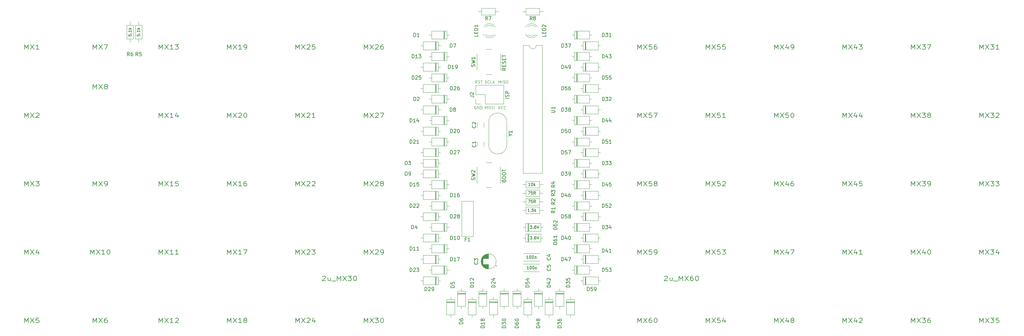
<source format=gbr>
G04 #@! TF.GenerationSoftware,KiCad,Pcbnew,(5.1.9-0-10_14)*
G04 #@! TF.CreationDate,2021-03-06T19:53:58+01:00*
G04 #@! TF.ProjectId,lumberjack,6c756d62-6572-46a6-9163-6b2e6b696361,1.2*
G04 #@! TF.SameCoordinates,Original*
G04 #@! TF.FileFunction,Legend,Top*
G04 #@! TF.FilePolarity,Positive*
%FSLAX46Y46*%
G04 Gerber Fmt 4.6, Leading zero omitted, Abs format (unit mm)*
G04 Created by KiCad (PCBNEW (5.1.9-0-10_14)) date 2021-03-06 19:53:58*
%MOMM*%
%LPD*%
G01*
G04 APERTURE LIST*
%ADD10C,0.100000*%
%ADD11C,0.150000*%
%ADD12C,0.120000*%
%ADD13C,0.203200*%
G04 APERTURE END LIST*
D10*
X149083726Y-78347907D02*
X149083726Y-77547907D01*
X149350392Y-78119336D01*
X149617059Y-77547907D01*
X149617059Y-78347907D01*
X149998011Y-78347907D02*
X149998011Y-77547907D01*
X150340869Y-78309812D02*
X150455154Y-78347907D01*
X150645630Y-78347907D01*
X150721821Y-78309812D01*
X150759916Y-78271717D01*
X150798011Y-78195526D01*
X150798011Y-78119336D01*
X150759916Y-78043145D01*
X150721821Y-78005050D01*
X150645630Y-77966955D01*
X150493250Y-77928860D01*
X150417059Y-77890764D01*
X150378964Y-77852669D01*
X150340869Y-77776479D01*
X150340869Y-77700288D01*
X150378964Y-77624098D01*
X150417059Y-77586003D01*
X150493250Y-77547907D01*
X150683726Y-77547907D01*
X150798011Y-77586003D01*
X151293250Y-77547907D02*
X151445630Y-77547907D01*
X151521821Y-77586003D01*
X151598011Y-77662193D01*
X151636107Y-77814574D01*
X151636107Y-78081241D01*
X151598011Y-78233622D01*
X151521821Y-78309812D01*
X151445630Y-78347907D01*
X151293250Y-78347907D01*
X151217059Y-78309812D01*
X151140869Y-78233622D01*
X151102773Y-78081241D01*
X151102773Y-77814574D01*
X151140869Y-77662193D01*
X151217059Y-77586003D01*
X151293250Y-77547907D01*
X145253365Y-78309812D02*
X145367650Y-78347907D01*
X145558126Y-78347907D01*
X145634317Y-78309812D01*
X145672412Y-78271717D01*
X145710507Y-78195526D01*
X145710507Y-78119336D01*
X145672412Y-78043145D01*
X145634317Y-78005050D01*
X145558126Y-77966955D01*
X145405746Y-77928860D01*
X145329555Y-77890764D01*
X145291460Y-77852669D01*
X145253365Y-77776479D01*
X145253365Y-77700288D01*
X145291460Y-77624098D01*
X145329555Y-77586003D01*
X145405746Y-77547907D01*
X145596222Y-77547907D01*
X145710507Y-77586003D01*
X146510507Y-78271717D02*
X146472412Y-78309812D01*
X146358126Y-78347907D01*
X146281936Y-78347907D01*
X146167650Y-78309812D01*
X146091460Y-78233622D01*
X146053365Y-78157431D01*
X146015269Y-78005050D01*
X146015269Y-77890764D01*
X146053365Y-77738383D01*
X146091460Y-77662193D01*
X146167650Y-77586003D01*
X146281936Y-77547907D01*
X146358126Y-77547907D01*
X146472412Y-77586003D01*
X146510507Y-77624098D01*
X147234317Y-78347907D02*
X146853365Y-78347907D01*
X146853365Y-77547907D01*
X147500984Y-78347907D02*
X147500984Y-77547907D01*
X147958126Y-78347907D02*
X147615269Y-77890764D01*
X147958126Y-77547907D02*
X147500984Y-78005050D01*
X145348603Y-85491663D02*
X145348603Y-84691663D01*
X145615269Y-85263092D01*
X145881936Y-84691663D01*
X145881936Y-85491663D01*
X146415269Y-84691663D02*
X146567650Y-84691663D01*
X146643841Y-84729759D01*
X146720031Y-84805949D01*
X146758126Y-84958330D01*
X146758126Y-85224997D01*
X146720031Y-85377378D01*
X146643841Y-85453568D01*
X146567650Y-85491663D01*
X146415269Y-85491663D01*
X146339079Y-85453568D01*
X146262888Y-85377378D01*
X146224793Y-85224997D01*
X146224793Y-84958330D01*
X146262888Y-84805949D01*
X146339079Y-84729759D01*
X146415269Y-84691663D01*
X147062888Y-85453568D02*
X147177174Y-85491663D01*
X147367650Y-85491663D01*
X147443841Y-85453568D01*
X147481936Y-85415473D01*
X147520031Y-85339282D01*
X147520031Y-85263092D01*
X147481936Y-85186901D01*
X147443841Y-85148806D01*
X147367650Y-85110711D01*
X147215269Y-85072616D01*
X147139079Y-85034520D01*
X147100984Y-84996425D01*
X147062888Y-84920235D01*
X147062888Y-84844044D01*
X147100984Y-84767854D01*
X147139079Y-84729759D01*
X147215269Y-84691663D01*
X147405746Y-84691663D01*
X147520031Y-84729759D01*
X147862888Y-85491663D02*
X147862888Y-84691663D01*
X148969440Y-84691663D02*
X149236107Y-85491663D01*
X149502773Y-84691663D01*
X150226583Y-85415473D02*
X150188488Y-85453568D01*
X150074202Y-85491663D01*
X149998011Y-85491663D01*
X149883726Y-85453568D01*
X149807535Y-85377378D01*
X149769440Y-85301187D01*
X149731345Y-85148806D01*
X149731345Y-85034520D01*
X149769440Y-84882139D01*
X149807535Y-84805949D01*
X149883726Y-84729759D01*
X149998011Y-84691663D01*
X150074202Y-84691663D01*
X150188488Y-84729759D01*
X150226583Y-84767854D01*
X151026583Y-85415473D02*
X150988488Y-85453568D01*
X150874202Y-85491663D01*
X150798011Y-85491663D01*
X150683726Y-85453568D01*
X150607535Y-85377378D01*
X150569440Y-85301187D01*
X150531345Y-85148806D01*
X150531345Y-85034520D01*
X150569440Y-84882139D01*
X150607535Y-84805949D01*
X150683726Y-84729759D01*
X150798011Y-84691663D01*
X150874202Y-84691663D01*
X150988488Y-84729759D01*
X151026583Y-84767854D01*
X142767487Y-84729759D02*
X142691297Y-84691663D01*
X142577011Y-84691663D01*
X142462725Y-84729759D01*
X142386535Y-84805949D01*
X142348439Y-84882139D01*
X142310344Y-85034520D01*
X142310344Y-85148806D01*
X142348439Y-85301187D01*
X142386535Y-85377378D01*
X142462725Y-85453568D01*
X142577011Y-85491663D01*
X142653201Y-85491663D01*
X142767487Y-85453568D01*
X142805582Y-85415473D01*
X142805582Y-85148806D01*
X142653201Y-85148806D01*
X143148439Y-85491663D02*
X143148439Y-84691663D01*
X143605582Y-85491663D01*
X143605582Y-84691663D01*
X143986535Y-85491663D02*
X143986535Y-84691663D01*
X144177011Y-84691663D01*
X144291297Y-84729759D01*
X144367487Y-84805949D01*
X144405582Y-84882139D01*
X144443678Y-85034520D01*
X144443678Y-85148806D01*
X144405582Y-85301187D01*
X144367487Y-85377378D01*
X144291297Y-85453568D01*
X144177011Y-85491663D01*
X143986535Y-85491663D01*
X143072249Y-78347907D02*
X142805582Y-77966955D01*
X142615106Y-78347907D02*
X142615106Y-77547907D01*
X142919868Y-77547907D01*
X142996059Y-77586003D01*
X143034154Y-77624098D01*
X143072249Y-77700288D01*
X143072249Y-77814574D01*
X143034154Y-77890764D01*
X142996059Y-77928860D01*
X142919868Y-77966955D01*
X142615106Y-77966955D01*
X143377011Y-78309812D02*
X143491297Y-78347907D01*
X143681773Y-78347907D01*
X143757963Y-78309812D01*
X143796059Y-78271717D01*
X143834154Y-78195526D01*
X143834154Y-78119336D01*
X143796059Y-78043145D01*
X143757963Y-78005050D01*
X143681773Y-77966955D01*
X143529392Y-77928860D01*
X143453201Y-77890764D01*
X143415106Y-77852669D01*
X143377011Y-77776479D01*
X143377011Y-77700288D01*
X143415106Y-77624098D01*
X143453201Y-77586003D01*
X143529392Y-77547907D01*
X143719868Y-77547907D01*
X143834154Y-77586003D01*
X144062725Y-77547907D02*
X144519868Y-77547907D01*
X144291297Y-78347907D02*
X144291297Y-77547907D01*
D11*
X151989467Y-82546523D02*
X150989467Y-82546523D01*
X151941848Y-82117952D02*
X151989467Y-81975094D01*
X151989467Y-81736999D01*
X151941848Y-81641761D01*
X151894229Y-81594142D01*
X151798991Y-81546523D01*
X151703753Y-81546523D01*
X151608515Y-81594142D01*
X151560896Y-81641761D01*
X151513277Y-81736999D01*
X151465658Y-81927475D01*
X151418039Y-82022713D01*
X151370420Y-82070333D01*
X151275182Y-82117952D01*
X151179944Y-82117952D01*
X151084706Y-82070333D01*
X151037087Y-82022713D01*
X150989467Y-81927475D01*
X150989467Y-81689380D01*
X151037087Y-81546523D01*
X151989467Y-81117952D02*
X150989467Y-81117952D01*
X150989467Y-80736999D01*
X151037087Y-80641761D01*
X151084706Y-80594142D01*
X151179944Y-80546523D01*
X151322801Y-80546523D01*
X151418039Y-80594142D01*
X151465658Y-80641761D01*
X151513277Y-80736999D01*
X151513277Y-81117952D01*
D12*
X160511380Y-107481027D02*
X160511380Y-105641027D01*
X160511380Y-105641027D02*
X156671380Y-105641027D01*
X156671380Y-105641027D02*
X156671380Y-107481027D01*
X156671380Y-107481027D02*
X160511380Y-107481027D01*
X161461380Y-106561027D02*
X160511380Y-106561027D01*
X155721380Y-106561027D02*
X156671380Y-106561027D01*
X156671380Y-108022279D02*
X156671380Y-109862279D01*
X156671380Y-109862279D02*
X160511380Y-109862279D01*
X160511380Y-109862279D02*
X160511380Y-108022279D01*
X160511380Y-108022279D02*
X156671380Y-108022279D01*
X155721380Y-108942279D02*
X156671380Y-108942279D01*
X161461380Y-108942279D02*
X160511380Y-108942279D01*
X142001868Y-121046035D02*
X138801868Y-121046035D01*
X142001868Y-111146035D02*
X138801868Y-111146035D01*
X138801868Y-111146035D02*
X138801868Y-121026035D01*
X142001868Y-111146035D02*
X142001868Y-121046035D01*
X142804494Y-139211990D02*
X140564494Y-139211990D01*
X142804494Y-139451990D02*
X140564494Y-139451990D01*
X142804494Y-139331990D02*
X140564494Y-139331990D01*
X141684494Y-143501990D02*
X141684494Y-142851990D01*
X141684494Y-137961990D02*
X141684494Y-138611990D01*
X142804494Y-142851990D02*
X142804494Y-138611990D01*
X140564494Y-142851990D02*
X142804494Y-142851990D01*
X140564494Y-138611990D02*
X140564494Y-142851990D01*
X142804494Y-138611990D02*
X140564494Y-138611990D01*
X134036677Y-119587287D02*
X134036677Y-117347287D01*
X133796677Y-119587287D02*
X133796677Y-117347287D01*
X133916677Y-119587287D02*
X133916677Y-117347287D01*
X129746677Y-118467287D02*
X130396677Y-118467287D01*
X135286677Y-118467287D02*
X134636677Y-118467287D01*
X130396677Y-119587287D02*
X134636677Y-119587287D01*
X130396677Y-117347287D02*
X130396677Y-119587287D01*
X134636677Y-117347287D02*
X130396677Y-117347287D01*
X134636677Y-119587287D02*
X134636677Y-117347287D01*
X170763579Y-117347287D02*
X170763579Y-119587287D01*
X171003579Y-117347287D02*
X171003579Y-119587287D01*
X170883579Y-117347287D02*
X170883579Y-119587287D01*
X175053579Y-118467287D02*
X174403579Y-118467287D01*
X169513579Y-118467287D02*
X170163579Y-118467287D01*
X174403579Y-117347287D02*
X170163579Y-117347287D01*
X174403579Y-119587287D02*
X174403579Y-117347287D01*
X170163579Y-119587287D02*
X174403579Y-119587287D01*
X170163579Y-117347287D02*
X170163579Y-119587287D01*
X173144831Y-66745682D02*
X173144831Y-68985682D01*
X173384831Y-66745682D02*
X173384831Y-68985682D01*
X173264831Y-66745682D02*
X173264831Y-68985682D01*
X177434831Y-67865682D02*
X176784831Y-67865682D01*
X171894831Y-67865682D02*
X172544831Y-67865682D01*
X176784831Y-66745682D02*
X172544831Y-66745682D01*
X176784831Y-68985682D02*
X176784831Y-66745682D01*
X172544831Y-68985682D02*
X176784831Y-68985682D01*
X172544831Y-66745682D02*
X172544831Y-68985682D01*
X132255425Y-74938812D02*
X132255425Y-72698812D01*
X132255425Y-72698812D02*
X128015425Y-72698812D01*
X128015425Y-72698812D02*
X128015425Y-74938812D01*
X128015425Y-74938812D02*
X132255425Y-74938812D01*
X132905425Y-73818812D02*
X132255425Y-73818812D01*
X127365425Y-73818812D02*
X128015425Y-73818812D01*
X131535425Y-74938812D02*
X131535425Y-72698812D01*
X131415425Y-74938812D02*
X131415425Y-72698812D01*
X131655425Y-74938812D02*
X131655425Y-72698812D01*
X148362112Y-129387295D02*
X148362112Y-128987295D01*
X148562112Y-129187295D02*
X148162112Y-129187295D01*
X144211311Y-128362295D02*
X144211311Y-127622295D01*
X144251311Y-128529295D02*
X144251311Y-127455295D01*
X144291311Y-128656295D02*
X144291311Y-127328295D01*
X144331311Y-128760295D02*
X144331311Y-127224295D01*
X144371311Y-128851295D02*
X144371311Y-127133295D01*
X144411311Y-128932295D02*
X144411311Y-127052295D01*
X144451311Y-129005295D02*
X144451311Y-126979295D01*
X144491311Y-129072295D02*
X144491311Y-126912295D01*
X144531311Y-129134295D02*
X144531311Y-126850295D01*
X144571311Y-129192295D02*
X144571311Y-126792295D01*
X144611311Y-129246295D02*
X144611311Y-126738295D01*
X144651311Y-129296295D02*
X144651311Y-126688295D01*
X144691311Y-129343295D02*
X144691311Y-126641295D01*
X144731311Y-127152295D02*
X144731311Y-126596295D01*
X144731311Y-129388295D02*
X144731311Y-128832295D01*
X144771311Y-127152295D02*
X144771311Y-126554295D01*
X144771311Y-129430295D02*
X144771311Y-128832295D01*
X144811311Y-127152295D02*
X144811311Y-126514295D01*
X144811311Y-129470295D02*
X144811311Y-128832295D01*
X144851311Y-127152295D02*
X144851311Y-126476295D01*
X144851311Y-129508295D02*
X144851311Y-128832295D01*
X144891311Y-127152295D02*
X144891311Y-126440295D01*
X144891311Y-129544295D02*
X144891311Y-128832295D01*
X144931311Y-127152295D02*
X144931311Y-126405295D01*
X144931311Y-129579295D02*
X144931311Y-128832295D01*
X144971311Y-127152295D02*
X144971311Y-126373295D01*
X144971311Y-129611295D02*
X144971311Y-128832295D01*
X145011311Y-127152295D02*
X145011311Y-126342295D01*
X145011311Y-129642295D02*
X145011311Y-128832295D01*
X145051311Y-127152295D02*
X145051311Y-126312295D01*
X145051311Y-129672295D02*
X145051311Y-128832295D01*
X145091311Y-127152295D02*
X145091311Y-126284295D01*
X145091311Y-129700295D02*
X145091311Y-128832295D01*
X145131311Y-127152295D02*
X145131311Y-126257295D01*
X145131311Y-129727295D02*
X145131311Y-128832295D01*
X145171311Y-127152295D02*
X145171311Y-126232295D01*
X145171311Y-129752295D02*
X145171311Y-128832295D01*
X145211311Y-127152295D02*
X145211311Y-126207295D01*
X145211311Y-129777295D02*
X145211311Y-128832295D01*
X145251311Y-127152295D02*
X145251311Y-126184295D01*
X145251311Y-129800295D02*
X145251311Y-128832295D01*
X145291311Y-127152295D02*
X145291311Y-126162295D01*
X145291311Y-129822295D02*
X145291311Y-128832295D01*
X145331311Y-127152295D02*
X145331311Y-126141295D01*
X145331311Y-129843295D02*
X145331311Y-128832295D01*
X145371311Y-127152295D02*
X145371311Y-126122295D01*
X145371311Y-129862295D02*
X145371311Y-128832295D01*
X145411311Y-127152295D02*
X145411311Y-126103295D01*
X145411311Y-129881295D02*
X145411311Y-128832295D01*
X145451311Y-127152295D02*
X145451311Y-126085295D01*
X145451311Y-129899295D02*
X145451311Y-128832295D01*
X145491311Y-127152295D02*
X145491311Y-126068295D01*
X145491311Y-129916295D02*
X145491311Y-128832295D01*
X145531311Y-127152295D02*
X145531311Y-126052295D01*
X145531311Y-129932295D02*
X145531311Y-128832295D01*
X145571311Y-127152295D02*
X145571311Y-126038295D01*
X145571311Y-129946295D02*
X145571311Y-128832295D01*
X145612311Y-127152295D02*
X145612311Y-126024295D01*
X145612311Y-129960295D02*
X145612311Y-128832295D01*
X145652311Y-127152295D02*
X145652311Y-126010295D01*
X145652311Y-129974295D02*
X145652311Y-128832295D01*
X145692311Y-127152295D02*
X145692311Y-125998295D01*
X145692311Y-129986295D02*
X145692311Y-128832295D01*
X145732311Y-127152295D02*
X145732311Y-125987295D01*
X145732311Y-129997295D02*
X145732311Y-128832295D01*
X145772311Y-127152295D02*
X145772311Y-125976295D01*
X145772311Y-130008295D02*
X145772311Y-128832295D01*
X145812311Y-127152295D02*
X145812311Y-125967295D01*
X145812311Y-130017295D02*
X145812311Y-128832295D01*
X145852311Y-127152295D02*
X145852311Y-125958295D01*
X145852311Y-130026295D02*
X145852311Y-128832295D01*
X145892311Y-127152295D02*
X145892311Y-125950295D01*
X145892311Y-130034295D02*
X145892311Y-128832295D01*
X145932311Y-127152295D02*
X145932311Y-125942295D01*
X145932311Y-130042295D02*
X145932311Y-128832295D01*
X145972311Y-127152295D02*
X145972311Y-125936295D01*
X145972311Y-130048295D02*
X145972311Y-128832295D01*
X146012311Y-127152295D02*
X146012311Y-125930295D01*
X146012311Y-130054295D02*
X146012311Y-128832295D01*
X146052311Y-127152295D02*
X146052311Y-125925295D01*
X146052311Y-130059295D02*
X146052311Y-128832295D01*
X146092311Y-127152295D02*
X146092311Y-125921295D01*
X146092311Y-130063295D02*
X146092311Y-128832295D01*
X146132311Y-127152295D02*
X146132311Y-125918295D01*
X146132311Y-130066295D02*
X146132311Y-128832295D01*
X146172311Y-127152295D02*
X146172311Y-125915295D01*
X146172311Y-130069295D02*
X146172311Y-128832295D01*
X146212311Y-130071295D02*
X146212311Y-128832295D01*
X146212311Y-127152295D02*
X146212311Y-125913295D01*
X146252311Y-130072295D02*
X146252311Y-128832295D01*
X146252311Y-127152295D02*
X146252311Y-125912295D01*
X146292311Y-130072295D02*
X146292311Y-128832295D01*
X146292311Y-127152295D02*
X146292311Y-125912295D01*
X148412311Y-127992295D02*
G75*
G03*
X148412311Y-127992295I-2120000J0D01*
G01*
X160504510Y-127856669D02*
X160504510Y-127871669D01*
X160504510Y-125731669D02*
X160504510Y-125746669D01*
X155964510Y-127856669D02*
X155964510Y-127871669D01*
X155964510Y-125731669D02*
X155964510Y-125746669D01*
X155964510Y-127871669D02*
X160504510Y-127871669D01*
X155964510Y-125731669D02*
X160504510Y-125731669D01*
X155964510Y-128708234D02*
X160504510Y-128708234D01*
X155964510Y-130848234D02*
X160504510Y-130848234D01*
X155964510Y-128708234D02*
X155964510Y-128723234D01*
X155964510Y-130833234D02*
X155964510Y-130848234D01*
X160504510Y-128708234D02*
X160504510Y-128723234D01*
X160504510Y-130833234D02*
X160504510Y-130848234D01*
X144985746Y-94680454D02*
X144985746Y-95938454D01*
X143145746Y-94680454D02*
X143145746Y-95938454D01*
X143145746Y-89322637D02*
X143145746Y-90580637D01*
X144985746Y-89322637D02*
X144985746Y-90580637D01*
X142735746Y-84078507D02*
X142735746Y-82748507D01*
X144065746Y-84078507D02*
X142735746Y-84078507D01*
X142735746Y-81478507D02*
X142735746Y-78878507D01*
X145335746Y-81478507D02*
X142735746Y-81478507D01*
X145335746Y-84078507D02*
X145335746Y-81478507D01*
X142735746Y-78878507D02*
X150475746Y-78878507D01*
X145335746Y-84078507D02*
X150475746Y-84078507D01*
X150475746Y-84078507D02*
X150475746Y-78878507D01*
X159833884Y-62618491D02*
X159833884Y-62462491D01*
X159833884Y-64934491D02*
X159833884Y-64778491D01*
X156601549Y-64777099D02*
G75*
G03*
X159833884Y-64934007I1672335J1078608D01*
G01*
X156601549Y-62619883D02*
G75*
G02*
X159833884Y-62462975I1672335J-1078608D01*
G01*
X157232754Y-64778328D02*
G75*
G03*
X159314845Y-64778491I1041130J1079837D01*
G01*
X157232754Y-62618654D02*
G75*
G02*
X159314845Y-62618491I1041130J-1079837D01*
G01*
X147065746Y-68854751D02*
X145565746Y-68854751D01*
X143065746Y-70104751D02*
X143065746Y-74604751D01*
X145565746Y-75854751D02*
X147065746Y-75854751D01*
X149565746Y-74604751D02*
X149565746Y-70104751D01*
X149565746Y-106156340D02*
X149565746Y-101656340D01*
X145565746Y-107406340D02*
X147065746Y-107406340D01*
X143065746Y-101656340D02*
X143065746Y-106156340D01*
X147065746Y-100406340D02*
X145565746Y-100406340D01*
X146303250Y-89132263D02*
X146303250Y-95532263D01*
X151353250Y-89132263D02*
X151353250Y-95532263D01*
X146303250Y-89132263D02*
G75*
G02*
X151353250Y-89132263I2525000J0D01*
G01*
X146303250Y-95532263D02*
G75*
G03*
X151353250Y-95532263I2525000J0D01*
G01*
X161241380Y-67726308D02*
X159591380Y-67726308D01*
X161241380Y-103406308D02*
X161241380Y-67726308D01*
X155941380Y-103406308D02*
X161241380Y-103406308D01*
X155941380Y-67726308D02*
X155941380Y-103406308D01*
X157591380Y-67726308D02*
X155941380Y-67726308D01*
X159591380Y-67726308D02*
G75*
G02*
X157591380Y-67726308I-1000000J0D01*
G01*
X157190449Y-120323852D02*
X157190449Y-122563852D01*
X157430449Y-120323852D02*
X157430449Y-122563852D01*
X157310449Y-120323852D02*
X157310449Y-122563852D01*
X161480449Y-121443852D02*
X160830449Y-121443852D01*
X155940449Y-121443852D02*
X156590449Y-121443852D01*
X160830449Y-120323852D02*
X156590449Y-120323852D01*
X160830449Y-122563852D02*
X160830449Y-120323852D01*
X156590449Y-122563852D02*
X160830449Y-122563852D01*
X156590449Y-120323852D02*
X156590449Y-122563852D01*
X156590449Y-117347287D02*
X156590449Y-119587287D01*
X156590449Y-119587287D02*
X160830449Y-119587287D01*
X160830449Y-119587287D02*
X160830449Y-117347287D01*
X160830449Y-117347287D02*
X156590449Y-117347287D01*
X155940449Y-118467287D02*
X156590449Y-118467287D01*
X161480449Y-118467287D02*
X160830449Y-118467287D01*
X157310449Y-117347287D02*
X157310449Y-119587287D01*
X157430449Y-117347287D02*
X157430449Y-119587287D01*
X157190449Y-117347287D02*
X157190449Y-119587287D01*
X134036677Y-66009117D02*
X134036677Y-63769117D01*
X133796677Y-66009117D02*
X133796677Y-63769117D01*
X133916677Y-66009117D02*
X133916677Y-63769117D01*
X129746677Y-64889117D02*
X130396677Y-64889117D01*
X135286677Y-64889117D02*
X134636677Y-64889117D01*
X130396677Y-66009117D02*
X134636677Y-66009117D01*
X130396677Y-63769117D02*
X130396677Y-66009117D01*
X134636677Y-63769117D02*
X130396677Y-63769117D01*
X134636677Y-66009117D02*
X134636677Y-63769117D01*
X131655425Y-68985682D02*
X131655425Y-66745682D01*
X131415425Y-68985682D02*
X131415425Y-66745682D01*
X131535425Y-68985682D02*
X131535425Y-66745682D01*
X127365425Y-67865682D02*
X128015425Y-67865682D01*
X132905425Y-67865682D02*
X132255425Y-67865682D01*
X128015425Y-68985682D02*
X132255425Y-68985682D01*
X128015425Y-66745682D02*
X128015425Y-68985682D01*
X132255425Y-66745682D02*
X128015425Y-66745682D01*
X132255425Y-68985682D02*
X132255425Y-66745682D01*
X134636677Y-71962247D02*
X134636677Y-69722247D01*
X134636677Y-69722247D02*
X130396677Y-69722247D01*
X130396677Y-69722247D02*
X130396677Y-71962247D01*
X130396677Y-71962247D02*
X134636677Y-71962247D01*
X135286677Y-70842247D02*
X134636677Y-70842247D01*
X129746677Y-70842247D02*
X130396677Y-70842247D01*
X133916677Y-71962247D02*
X133916677Y-69722247D01*
X133796677Y-71962247D02*
X133796677Y-69722247D01*
X134036677Y-71962247D02*
X134036677Y-69722247D01*
X134036677Y-77915377D02*
X134036677Y-75675377D01*
X133796677Y-77915377D02*
X133796677Y-75675377D01*
X133916677Y-77915377D02*
X133916677Y-75675377D01*
X129746677Y-76795377D02*
X130396677Y-76795377D01*
X135286677Y-76795377D02*
X134636677Y-76795377D01*
X130396677Y-77915377D02*
X134636677Y-77915377D01*
X130396677Y-75675377D02*
X130396677Y-77915377D01*
X134636677Y-75675377D02*
X130396677Y-75675377D01*
X134636677Y-77915377D02*
X134636677Y-75675377D01*
X170763579Y-63769117D02*
X170763579Y-66009117D01*
X171003579Y-63769117D02*
X171003579Y-66009117D01*
X170883579Y-63769117D02*
X170883579Y-66009117D01*
X175053579Y-64889117D02*
X174403579Y-64889117D01*
X169513579Y-64889117D02*
X170163579Y-64889117D01*
X174403579Y-63769117D02*
X170163579Y-63769117D01*
X174403579Y-66009117D02*
X174403579Y-63769117D01*
X170163579Y-66009117D02*
X174403579Y-66009117D01*
X170163579Y-63769117D02*
X170163579Y-66009117D01*
X170163579Y-69722247D02*
X170163579Y-71962247D01*
X170163579Y-71962247D02*
X174403579Y-71962247D01*
X174403579Y-71962247D02*
X174403579Y-69722247D01*
X174403579Y-69722247D02*
X170163579Y-69722247D01*
X169513579Y-70842247D02*
X170163579Y-70842247D01*
X175053579Y-70842247D02*
X174403579Y-70842247D01*
X170883579Y-69722247D02*
X170883579Y-71962247D01*
X171003579Y-69722247D02*
X171003579Y-71962247D01*
X170763579Y-69722247D02*
X170763579Y-71962247D01*
X173144831Y-72698812D02*
X173144831Y-74938812D01*
X173384831Y-72698812D02*
X173384831Y-74938812D01*
X173264831Y-72698812D02*
X173264831Y-74938812D01*
X177434831Y-73818812D02*
X176784831Y-73818812D01*
X171894831Y-73818812D02*
X172544831Y-73818812D01*
X176784831Y-72698812D02*
X172544831Y-72698812D01*
X176784831Y-74938812D02*
X176784831Y-72698812D01*
X172544831Y-74938812D02*
X176784831Y-74938812D01*
X172544831Y-72698812D02*
X172544831Y-74938812D01*
X134036677Y-83868507D02*
X134036677Y-81628507D01*
X133796677Y-83868507D02*
X133796677Y-81628507D01*
X133916677Y-83868507D02*
X133916677Y-81628507D01*
X129746677Y-82748507D02*
X130396677Y-82748507D01*
X135286677Y-82748507D02*
X134636677Y-82748507D01*
X130396677Y-83868507D02*
X134636677Y-83868507D01*
X130396677Y-81628507D02*
X130396677Y-83868507D01*
X134636677Y-81628507D02*
X130396677Y-81628507D01*
X134636677Y-83868507D02*
X134636677Y-81628507D01*
X131655425Y-86845072D02*
X131655425Y-84605072D01*
X131415425Y-86845072D02*
X131415425Y-84605072D01*
X131535425Y-86845072D02*
X131535425Y-84605072D01*
X127365425Y-85725072D02*
X128015425Y-85725072D01*
X132905425Y-85725072D02*
X132255425Y-85725072D01*
X128015425Y-86845072D02*
X132255425Y-86845072D01*
X128015425Y-84605072D02*
X128015425Y-86845072D01*
X132255425Y-84605072D02*
X128015425Y-84605072D01*
X132255425Y-86845072D02*
X132255425Y-84605072D01*
X134636677Y-89821637D02*
X134636677Y-87581637D01*
X134636677Y-87581637D02*
X130396677Y-87581637D01*
X130396677Y-87581637D02*
X130396677Y-89821637D01*
X130396677Y-89821637D02*
X134636677Y-89821637D01*
X135286677Y-88701637D02*
X134636677Y-88701637D01*
X129746677Y-88701637D02*
X130396677Y-88701637D01*
X133916677Y-89821637D02*
X133916677Y-87581637D01*
X133796677Y-89821637D02*
X133796677Y-87581637D01*
X134036677Y-89821637D02*
X134036677Y-87581637D01*
X132255425Y-92798202D02*
X132255425Y-90558202D01*
X132255425Y-90558202D02*
X128015425Y-90558202D01*
X128015425Y-90558202D02*
X128015425Y-92798202D01*
X128015425Y-92798202D02*
X132255425Y-92798202D01*
X132905425Y-91678202D02*
X132255425Y-91678202D01*
X127365425Y-91678202D02*
X128015425Y-91678202D01*
X131535425Y-92798202D02*
X131535425Y-90558202D01*
X131415425Y-92798202D02*
X131415425Y-90558202D01*
X131655425Y-92798202D02*
X131655425Y-90558202D01*
X131655425Y-80891942D02*
X131655425Y-78651942D01*
X131415425Y-80891942D02*
X131415425Y-78651942D01*
X131535425Y-80891942D02*
X131535425Y-78651942D01*
X127365425Y-79771942D02*
X128015425Y-79771942D01*
X132905425Y-79771942D02*
X132255425Y-79771942D01*
X128015425Y-80891942D02*
X132255425Y-80891942D01*
X128015425Y-78651942D02*
X128015425Y-80891942D01*
X132255425Y-78651942D02*
X128015425Y-78651942D01*
X132255425Y-80891942D02*
X132255425Y-78651942D01*
X170163579Y-81628507D02*
X170163579Y-83868507D01*
X170163579Y-83868507D02*
X174403579Y-83868507D01*
X174403579Y-83868507D02*
X174403579Y-81628507D01*
X174403579Y-81628507D02*
X170163579Y-81628507D01*
X169513579Y-82748507D02*
X170163579Y-82748507D01*
X175053579Y-82748507D02*
X174403579Y-82748507D01*
X170883579Y-81628507D02*
X170883579Y-83868507D01*
X171003579Y-81628507D02*
X171003579Y-83868507D01*
X170763579Y-81628507D02*
X170763579Y-83868507D01*
X173144831Y-84605072D02*
X173144831Y-86845072D01*
X173384831Y-84605072D02*
X173384831Y-86845072D01*
X173264831Y-84605072D02*
X173264831Y-86845072D01*
X177434831Y-85725072D02*
X176784831Y-85725072D01*
X171894831Y-85725072D02*
X172544831Y-85725072D01*
X176784831Y-84605072D02*
X172544831Y-84605072D01*
X176784831Y-86845072D02*
X176784831Y-84605072D01*
X172544831Y-86845072D02*
X176784831Y-86845072D01*
X172544831Y-84605072D02*
X172544831Y-86845072D01*
X170763579Y-87581637D02*
X170763579Y-89821637D01*
X171003579Y-87581637D02*
X171003579Y-89821637D01*
X170883579Y-87581637D02*
X170883579Y-89821637D01*
X175053579Y-88701637D02*
X174403579Y-88701637D01*
X169513579Y-88701637D02*
X170163579Y-88701637D01*
X174403579Y-87581637D02*
X170163579Y-87581637D01*
X174403579Y-89821637D02*
X174403579Y-87581637D01*
X170163579Y-89821637D02*
X174403579Y-89821637D01*
X170163579Y-87581637D02*
X170163579Y-89821637D01*
X173144831Y-90558202D02*
X173144831Y-92798202D01*
X173384831Y-90558202D02*
X173384831Y-92798202D01*
X173264831Y-90558202D02*
X173264831Y-92798202D01*
X177434831Y-91678202D02*
X176784831Y-91678202D01*
X171894831Y-91678202D02*
X172544831Y-91678202D01*
X176784831Y-90558202D02*
X172544831Y-90558202D01*
X176784831Y-92798202D02*
X176784831Y-90558202D01*
X172544831Y-92798202D02*
X176784831Y-92798202D01*
X172544831Y-90558202D02*
X172544831Y-92798202D01*
X132255425Y-101727897D02*
X132255425Y-99487897D01*
X132255425Y-99487897D02*
X128015425Y-99487897D01*
X128015425Y-99487897D02*
X128015425Y-101727897D01*
X128015425Y-101727897D02*
X132255425Y-101727897D01*
X132905425Y-100607897D02*
X132255425Y-100607897D01*
X127365425Y-100607897D02*
X128015425Y-100607897D01*
X131535425Y-101727897D02*
X131535425Y-99487897D01*
X131415425Y-101727897D02*
X131415425Y-99487897D01*
X131655425Y-101727897D02*
X131655425Y-99487897D01*
X132255425Y-104704462D02*
X132255425Y-102464462D01*
X132255425Y-102464462D02*
X128015425Y-102464462D01*
X128015425Y-102464462D02*
X128015425Y-104704462D01*
X128015425Y-104704462D02*
X132255425Y-104704462D01*
X132905425Y-103584462D02*
X132255425Y-103584462D01*
X127365425Y-103584462D02*
X128015425Y-103584462D01*
X131535425Y-104704462D02*
X131535425Y-102464462D01*
X131415425Y-104704462D02*
X131415425Y-102464462D01*
X131655425Y-104704462D02*
X131655425Y-102464462D01*
X134636677Y-107681027D02*
X134636677Y-105441027D01*
X134636677Y-105441027D02*
X130396677Y-105441027D01*
X130396677Y-105441027D02*
X130396677Y-107681027D01*
X130396677Y-107681027D02*
X134636677Y-107681027D01*
X135286677Y-106561027D02*
X134636677Y-106561027D01*
X129746677Y-106561027D02*
X130396677Y-106561027D01*
X133916677Y-107681027D02*
X133916677Y-105441027D01*
X133796677Y-107681027D02*
X133796677Y-105441027D01*
X134036677Y-107681027D02*
X134036677Y-105441027D01*
X134036677Y-95774767D02*
X134036677Y-93534767D01*
X133796677Y-95774767D02*
X133796677Y-93534767D01*
X133916677Y-95774767D02*
X133916677Y-93534767D01*
X129746677Y-94654767D02*
X130396677Y-94654767D01*
X135286677Y-94654767D02*
X134636677Y-94654767D01*
X130396677Y-95774767D02*
X134636677Y-95774767D01*
X130396677Y-93534767D02*
X130396677Y-95774767D01*
X134636677Y-93534767D02*
X130396677Y-93534767D01*
X134636677Y-95774767D02*
X134636677Y-93534767D01*
X131655425Y-98751332D02*
X131655425Y-96511332D01*
X131415425Y-98751332D02*
X131415425Y-96511332D01*
X131535425Y-98751332D02*
X131535425Y-96511332D01*
X127365425Y-97631332D02*
X128015425Y-97631332D01*
X132905425Y-97631332D02*
X132255425Y-97631332D01*
X128015425Y-98751332D02*
X132255425Y-98751332D01*
X128015425Y-96511332D02*
X128015425Y-98751332D01*
X132255425Y-96511332D02*
X128015425Y-96511332D01*
X132255425Y-98751332D02*
X132255425Y-96511332D01*
X170763579Y-99487897D02*
X170763579Y-101727897D01*
X171003579Y-99487897D02*
X171003579Y-101727897D01*
X170883579Y-99487897D02*
X170883579Y-101727897D01*
X175053579Y-100607897D02*
X174403579Y-100607897D01*
X169513579Y-100607897D02*
X170163579Y-100607897D01*
X174403579Y-99487897D02*
X170163579Y-99487897D01*
X174403579Y-101727897D02*
X174403579Y-99487897D01*
X170163579Y-101727897D02*
X174403579Y-101727897D01*
X170163579Y-99487897D02*
X170163579Y-101727897D01*
X173144831Y-102464462D02*
X173144831Y-104704462D01*
X173384831Y-102464462D02*
X173384831Y-104704462D01*
X173264831Y-102464462D02*
X173264831Y-104704462D01*
X177434831Y-103584462D02*
X176784831Y-103584462D01*
X171894831Y-103584462D02*
X172544831Y-103584462D01*
X176784831Y-102464462D02*
X172544831Y-102464462D01*
X176784831Y-104704462D02*
X176784831Y-102464462D01*
X172544831Y-104704462D02*
X176784831Y-104704462D01*
X172544831Y-102464462D02*
X172544831Y-104704462D01*
X170763579Y-105441027D02*
X170763579Y-107681027D01*
X171003579Y-105441027D02*
X171003579Y-107681027D01*
X170883579Y-105441027D02*
X170883579Y-107681027D01*
X175053579Y-106561027D02*
X174403579Y-106561027D01*
X169513579Y-106561027D02*
X170163579Y-106561027D01*
X174403579Y-105441027D02*
X170163579Y-105441027D01*
X174403579Y-107681027D02*
X174403579Y-105441027D01*
X170163579Y-107681027D02*
X174403579Y-107681027D01*
X170163579Y-105441027D02*
X170163579Y-107681027D01*
X170763579Y-93534767D02*
X170763579Y-95774767D01*
X171003579Y-93534767D02*
X171003579Y-95774767D01*
X170883579Y-93534767D02*
X170883579Y-95774767D01*
X175053579Y-94654767D02*
X174403579Y-94654767D01*
X169513579Y-94654767D02*
X170163579Y-94654767D01*
X174403579Y-93534767D02*
X170163579Y-93534767D01*
X174403579Y-95774767D02*
X174403579Y-93534767D01*
X170163579Y-95774767D02*
X174403579Y-95774767D01*
X170163579Y-93534767D02*
X170163579Y-95774767D01*
X132255425Y-122563852D02*
X132255425Y-120323852D01*
X132255425Y-120323852D02*
X128015425Y-120323852D01*
X128015425Y-120323852D02*
X128015425Y-122563852D01*
X128015425Y-122563852D02*
X132255425Y-122563852D01*
X132905425Y-121443852D02*
X132255425Y-121443852D01*
X127365425Y-121443852D02*
X128015425Y-121443852D01*
X131535425Y-122563852D02*
X131535425Y-120323852D01*
X131415425Y-122563852D02*
X131415425Y-120323852D01*
X131655425Y-122563852D02*
X131655425Y-120323852D01*
X132255425Y-110657592D02*
X132255425Y-108417592D01*
X132255425Y-108417592D02*
X128015425Y-108417592D01*
X128015425Y-108417592D02*
X128015425Y-110657592D01*
X128015425Y-110657592D02*
X132255425Y-110657592D01*
X132905425Y-109537592D02*
X132255425Y-109537592D01*
X127365425Y-109537592D02*
X128015425Y-109537592D01*
X131535425Y-110657592D02*
X131535425Y-108417592D01*
X131415425Y-110657592D02*
X131415425Y-108417592D01*
X131655425Y-110657592D02*
X131655425Y-108417592D01*
X134036677Y-113634157D02*
X134036677Y-111394157D01*
X133796677Y-113634157D02*
X133796677Y-111394157D01*
X133916677Y-113634157D02*
X133916677Y-111394157D01*
X129746677Y-112514157D02*
X130396677Y-112514157D01*
X135286677Y-112514157D02*
X134636677Y-112514157D01*
X130396677Y-113634157D02*
X134636677Y-113634157D01*
X130396677Y-111394157D02*
X130396677Y-113634157D01*
X134636677Y-111394157D02*
X130396677Y-111394157D01*
X134636677Y-113634157D02*
X134636677Y-111394157D01*
X131655425Y-116610722D02*
X131655425Y-114370722D01*
X131415425Y-116610722D02*
X131415425Y-114370722D01*
X131535425Y-116610722D02*
X131535425Y-114370722D01*
X127365425Y-115490722D02*
X128015425Y-115490722D01*
X132905425Y-115490722D02*
X132255425Y-115490722D01*
X128015425Y-116610722D02*
X132255425Y-116610722D01*
X128015425Y-114370722D02*
X128015425Y-116610722D01*
X132255425Y-114370722D02*
X128015425Y-114370722D01*
X132255425Y-116610722D02*
X132255425Y-114370722D01*
X173144831Y-120323852D02*
X173144831Y-122563852D01*
X173384831Y-120323852D02*
X173384831Y-122563852D01*
X173264831Y-120323852D02*
X173264831Y-122563852D01*
X177434831Y-121443852D02*
X176784831Y-121443852D01*
X171894831Y-121443852D02*
X172544831Y-121443852D01*
X176784831Y-120323852D02*
X172544831Y-120323852D01*
X176784831Y-122563852D02*
X176784831Y-120323852D01*
X172544831Y-122563852D02*
X176784831Y-122563852D01*
X172544831Y-120323852D02*
X172544831Y-122563852D01*
X173144831Y-108417592D02*
X173144831Y-110657592D01*
X173384831Y-108417592D02*
X173384831Y-110657592D01*
X173264831Y-108417592D02*
X173264831Y-110657592D01*
X177434831Y-109537592D02*
X176784831Y-109537592D01*
X171894831Y-109537592D02*
X172544831Y-109537592D01*
X176784831Y-108417592D02*
X172544831Y-108417592D01*
X176784831Y-110657592D02*
X176784831Y-108417592D01*
X172544831Y-110657592D02*
X176784831Y-110657592D01*
X172544831Y-108417592D02*
X172544831Y-110657592D01*
X170763579Y-111394157D02*
X170763579Y-113634157D01*
X171003579Y-111394157D02*
X171003579Y-113634157D01*
X170883579Y-111394157D02*
X170883579Y-113634157D01*
X175053579Y-112514157D02*
X174403579Y-112514157D01*
X169513579Y-112514157D02*
X170163579Y-112514157D01*
X174403579Y-111394157D02*
X170163579Y-111394157D01*
X174403579Y-113634157D02*
X174403579Y-111394157D01*
X170163579Y-113634157D02*
X174403579Y-113634157D01*
X170163579Y-111394157D02*
X170163579Y-113634157D01*
X136851364Y-138611990D02*
X134611364Y-138611990D01*
X134611364Y-138611990D02*
X134611364Y-142851990D01*
X134611364Y-142851990D02*
X136851364Y-142851990D01*
X136851364Y-142851990D02*
X136851364Y-138611990D01*
X135731364Y-137961990D02*
X135731364Y-138611990D01*
X135731364Y-143501990D02*
X135731364Y-142851990D01*
X136851364Y-139331990D02*
X134611364Y-139331990D01*
X136851364Y-139451990D02*
X134611364Y-139451990D01*
X136851364Y-139211990D02*
X134611364Y-139211990D01*
X134636677Y-125540417D02*
X134636677Y-123300417D01*
X134636677Y-123300417D02*
X130396677Y-123300417D01*
X130396677Y-123300417D02*
X130396677Y-125540417D01*
X130396677Y-125540417D02*
X134636677Y-125540417D01*
X135286677Y-124420417D02*
X134636677Y-124420417D01*
X129746677Y-124420417D02*
X130396677Y-124420417D01*
X133916677Y-125540417D02*
X133916677Y-123300417D01*
X133796677Y-125540417D02*
X133796677Y-123300417D01*
X134036677Y-125540417D02*
X134036677Y-123300417D01*
X132255425Y-128516982D02*
X132255425Y-126276982D01*
X132255425Y-126276982D02*
X128015425Y-126276982D01*
X128015425Y-126276982D02*
X128015425Y-128516982D01*
X128015425Y-128516982D02*
X132255425Y-128516982D01*
X132905425Y-127396982D02*
X132255425Y-127396982D01*
X127365425Y-127396982D02*
X128015425Y-127396982D01*
X131535425Y-128516982D02*
X131535425Y-126276982D01*
X131415425Y-128516982D02*
X131415425Y-126276982D01*
X131655425Y-128516982D02*
X131655425Y-126276982D01*
X134636677Y-131493547D02*
X134636677Y-129253547D01*
X134636677Y-129253547D02*
X130396677Y-129253547D01*
X130396677Y-129253547D02*
X130396677Y-131493547D01*
X130396677Y-131493547D02*
X134636677Y-131493547D01*
X135286677Y-130373547D02*
X134636677Y-130373547D01*
X129746677Y-130373547D02*
X130396677Y-130373547D01*
X133916677Y-131493547D02*
X133916677Y-129253547D01*
X133796677Y-131493547D02*
X133796677Y-129253547D01*
X134036677Y-131493547D02*
X134036677Y-129253547D01*
X170188892Y-138611990D02*
X167948892Y-138611990D01*
X167948892Y-138611990D02*
X167948892Y-142851990D01*
X167948892Y-142851990D02*
X170188892Y-142851990D01*
X170188892Y-142851990D02*
X170188892Y-138611990D01*
X169068892Y-137961990D02*
X169068892Y-138611990D01*
X169068892Y-143501990D02*
X169068892Y-142851990D01*
X170188892Y-139331990D02*
X167948892Y-139331990D01*
X170188892Y-139451990D02*
X167948892Y-139451990D01*
X170188892Y-139211990D02*
X167948892Y-139211990D01*
X170163579Y-123300417D02*
X170163579Y-125540417D01*
X170163579Y-125540417D02*
X174403579Y-125540417D01*
X174403579Y-125540417D02*
X174403579Y-123300417D01*
X174403579Y-123300417D02*
X170163579Y-123300417D01*
X169513579Y-124420417D02*
X170163579Y-124420417D01*
X175053579Y-124420417D02*
X174403579Y-124420417D01*
X170883579Y-123300417D02*
X170883579Y-125540417D01*
X171003579Y-123300417D02*
X171003579Y-125540417D01*
X170763579Y-123300417D02*
X170763579Y-125540417D01*
X172544831Y-126276982D02*
X172544831Y-128516982D01*
X172544831Y-128516982D02*
X176784831Y-128516982D01*
X176784831Y-128516982D02*
X176784831Y-126276982D01*
X176784831Y-126276982D02*
X172544831Y-126276982D01*
X171894831Y-127396982D02*
X172544831Y-127396982D01*
X177434831Y-127396982D02*
X176784831Y-127396982D01*
X173264831Y-126276982D02*
X173264831Y-128516982D01*
X173384831Y-126276982D02*
X173384831Y-128516982D01*
X173144831Y-126276982D02*
X173144831Y-128516982D01*
X170163579Y-129253547D02*
X170163579Y-131493547D01*
X170163579Y-131493547D02*
X174403579Y-131493547D01*
X174403579Y-131493547D02*
X174403579Y-129253547D01*
X174403579Y-129253547D02*
X170163579Y-129253547D01*
X169513579Y-130373547D02*
X170163579Y-130373547D01*
X175053579Y-130373547D02*
X174403579Y-130373547D01*
X170883579Y-129253547D02*
X170883579Y-131493547D01*
X171003579Y-129253547D02*
X171003579Y-131493547D01*
X170763579Y-129253547D02*
X170763579Y-131493547D01*
X139827929Y-136830738D02*
X137587929Y-136830738D01*
X139827929Y-137070738D02*
X137587929Y-137070738D01*
X139827929Y-136950738D02*
X137587929Y-136950738D01*
X138707929Y-141120738D02*
X138707929Y-140470738D01*
X138707929Y-135580738D02*
X138707929Y-136230738D01*
X139827929Y-140470738D02*
X139827929Y-136230738D01*
X137587929Y-140470738D02*
X139827929Y-140470738D01*
X137587929Y-136230738D02*
X137587929Y-140470738D01*
X139827929Y-136230738D02*
X137587929Y-136230738D01*
X145781059Y-136830738D02*
X143541059Y-136830738D01*
X145781059Y-137070738D02*
X143541059Y-137070738D01*
X145781059Y-136950738D02*
X143541059Y-136950738D01*
X144661059Y-141120738D02*
X144661059Y-140470738D01*
X144661059Y-135580738D02*
X144661059Y-136230738D01*
X145781059Y-140470738D02*
X145781059Y-136230738D01*
X143541059Y-140470738D02*
X145781059Y-140470738D01*
X143541059Y-136230738D02*
X143541059Y-140470738D01*
X145781059Y-136230738D02*
X143541059Y-136230738D01*
X148757624Y-139211990D02*
X146517624Y-139211990D01*
X148757624Y-139451990D02*
X146517624Y-139451990D01*
X148757624Y-139331990D02*
X146517624Y-139331990D01*
X147637624Y-143501990D02*
X147637624Y-142851990D01*
X147637624Y-137961990D02*
X147637624Y-138611990D01*
X148757624Y-142851990D02*
X148757624Y-138611990D01*
X146517624Y-142851990D02*
X148757624Y-142851990D01*
X146517624Y-138611990D02*
X146517624Y-142851990D01*
X148757624Y-138611990D02*
X146517624Y-138611990D01*
X167212327Y-136830738D02*
X164972327Y-136830738D01*
X167212327Y-137070738D02*
X164972327Y-137070738D01*
X167212327Y-136950738D02*
X164972327Y-136950738D01*
X166092327Y-141120738D02*
X166092327Y-140470738D01*
X166092327Y-135580738D02*
X166092327Y-136230738D01*
X167212327Y-140470738D02*
X167212327Y-136230738D01*
X164972327Y-140470738D02*
X167212327Y-140470738D01*
X164972327Y-136230738D02*
X164972327Y-140470738D01*
X167212327Y-136230738D02*
X164972327Y-136230738D01*
X164235762Y-139211990D02*
X161995762Y-139211990D01*
X164235762Y-139451990D02*
X161995762Y-139451990D01*
X164235762Y-139331990D02*
X161995762Y-139331990D01*
X163115762Y-143501990D02*
X163115762Y-142851990D01*
X163115762Y-137961990D02*
X163115762Y-138611990D01*
X164235762Y-142851990D02*
X164235762Y-138611990D01*
X161995762Y-142851990D02*
X164235762Y-142851990D01*
X161995762Y-138611990D02*
X161995762Y-142851990D01*
X164235762Y-138611990D02*
X161995762Y-138611990D01*
X161259197Y-136830738D02*
X159019197Y-136830738D01*
X161259197Y-137070738D02*
X159019197Y-137070738D01*
X161259197Y-136950738D02*
X159019197Y-136950738D01*
X160139197Y-141120738D02*
X160139197Y-140470738D01*
X160139197Y-135580738D02*
X160139197Y-136230738D01*
X161259197Y-140470738D02*
X161259197Y-136230738D01*
X159019197Y-140470738D02*
X161259197Y-140470738D01*
X159019197Y-136230738D02*
X159019197Y-140470738D01*
X161259197Y-136230738D02*
X159019197Y-136230738D01*
X158282632Y-139211990D02*
X156042632Y-139211990D01*
X158282632Y-139451990D02*
X156042632Y-139451990D01*
X158282632Y-139331990D02*
X156042632Y-139331990D01*
X157162632Y-143501990D02*
X157162632Y-142851990D01*
X157162632Y-137961990D02*
X157162632Y-138611990D01*
X158282632Y-142851990D02*
X158282632Y-138611990D01*
X156042632Y-142851990D02*
X158282632Y-142851990D01*
X156042632Y-138611990D02*
X156042632Y-142851990D01*
X158282632Y-138611990D02*
X156042632Y-138611990D01*
X148086372Y-62618491D02*
X148086372Y-62462491D01*
X148086372Y-64934491D02*
X148086372Y-64778491D01*
X144854037Y-64777099D02*
G75*
G03*
X148086372Y-64934007I1672335J1078608D01*
G01*
X144854037Y-62619883D02*
G75*
G02*
X148086372Y-62462975I1672335J-1078608D01*
G01*
X145485242Y-64778328D02*
G75*
G03*
X147567333Y-64778491I1041130J1079837D01*
G01*
X145485242Y-62618654D02*
G75*
G02*
X147567333Y-62618491I1041130J-1079837D01*
G01*
X132255425Y-134470112D02*
X132255425Y-132230112D01*
X132255425Y-132230112D02*
X128015425Y-132230112D01*
X128015425Y-132230112D02*
X128015425Y-134470112D01*
X128015425Y-134470112D02*
X132255425Y-134470112D01*
X132905425Y-133350112D02*
X132255425Y-133350112D01*
X127365425Y-133350112D02*
X128015425Y-133350112D01*
X131535425Y-134470112D02*
X131535425Y-132230112D01*
X131415425Y-134470112D02*
X131415425Y-132230112D01*
X131655425Y-134470112D02*
X131655425Y-132230112D01*
X151734189Y-136830738D02*
X149494189Y-136830738D01*
X151734189Y-137070738D02*
X149494189Y-137070738D01*
X151734189Y-136950738D02*
X149494189Y-136950738D01*
X150614189Y-141120738D02*
X150614189Y-140470738D01*
X150614189Y-135580738D02*
X150614189Y-136230738D01*
X151734189Y-140470738D02*
X151734189Y-136230738D01*
X149494189Y-140470738D02*
X151734189Y-140470738D01*
X149494189Y-136230738D02*
X149494189Y-140470738D01*
X151734189Y-136230738D02*
X149494189Y-136230738D01*
X170163579Y-75675377D02*
X170163579Y-77915377D01*
X170163579Y-77915377D02*
X174403579Y-77915377D01*
X174403579Y-77915377D02*
X174403579Y-75675377D01*
X174403579Y-75675377D02*
X170163579Y-75675377D01*
X169513579Y-76795377D02*
X170163579Y-76795377D01*
X175053579Y-76795377D02*
X174403579Y-76795377D01*
X170883579Y-75675377D02*
X170883579Y-77915377D01*
X171003579Y-75675377D02*
X171003579Y-77915377D01*
X170763579Y-75675377D02*
X170763579Y-77915377D01*
X173144831Y-78651942D02*
X173144831Y-80891942D01*
X173384831Y-78651942D02*
X173384831Y-80891942D01*
X173264831Y-78651942D02*
X173264831Y-80891942D01*
X177434831Y-79771942D02*
X176784831Y-79771942D01*
X171894831Y-79771942D02*
X172544831Y-79771942D01*
X176784831Y-78651942D02*
X172544831Y-78651942D01*
X176784831Y-80891942D02*
X176784831Y-78651942D01*
X172544831Y-80891942D02*
X176784831Y-80891942D01*
X172544831Y-78651942D02*
X172544831Y-80891942D01*
X172544831Y-96511332D02*
X172544831Y-98751332D01*
X172544831Y-98751332D02*
X176784831Y-98751332D01*
X176784831Y-98751332D02*
X176784831Y-96511332D01*
X176784831Y-96511332D02*
X172544831Y-96511332D01*
X171894831Y-97631332D02*
X172544831Y-97631332D01*
X177434831Y-97631332D02*
X176784831Y-97631332D01*
X173264831Y-96511332D02*
X173264831Y-98751332D01*
X173384831Y-96511332D02*
X173384831Y-98751332D01*
X173144831Y-96511332D02*
X173144831Y-98751332D01*
X173144831Y-114370722D02*
X173144831Y-116610722D01*
X173384831Y-114370722D02*
X173384831Y-116610722D01*
X173264831Y-114370722D02*
X173264831Y-116610722D01*
X177434831Y-115490722D02*
X176784831Y-115490722D01*
X171894831Y-115490722D02*
X172544831Y-115490722D01*
X176784831Y-114370722D02*
X172544831Y-114370722D01*
X176784831Y-116610722D02*
X176784831Y-114370722D01*
X172544831Y-116610722D02*
X176784831Y-116610722D01*
X172544831Y-114370722D02*
X172544831Y-116610722D01*
X172544831Y-132230112D02*
X172544831Y-134470112D01*
X172544831Y-134470112D02*
X176784831Y-134470112D01*
X176784831Y-134470112D02*
X176784831Y-132230112D01*
X176784831Y-132230112D02*
X172544831Y-132230112D01*
X171894831Y-133350112D02*
X172544831Y-133350112D01*
X177434831Y-133350112D02*
X176784831Y-133350112D01*
X173264831Y-132230112D02*
X173264831Y-134470112D01*
X173384831Y-132230112D02*
X173384831Y-134470112D01*
X173144831Y-132230112D02*
X173144831Y-134470112D01*
X155306067Y-136830738D02*
X153066067Y-136830738D01*
X155306067Y-137070738D02*
X153066067Y-137070738D01*
X155306067Y-136950738D02*
X153066067Y-136950738D01*
X154186067Y-141120738D02*
X154186067Y-140470738D01*
X154186067Y-135580738D02*
X154186067Y-136230738D01*
X155306067Y-140470738D02*
X155306067Y-136230738D01*
X153066067Y-140470738D02*
X155306067Y-140470738D01*
X153066067Y-136230738D02*
X153066067Y-140470738D01*
X155306067Y-136230738D02*
X153066067Y-136230738D01*
X156671380Y-112784783D02*
X156671380Y-114624783D01*
X156671380Y-114624783D02*
X160511380Y-114624783D01*
X160511380Y-114624783D02*
X160511380Y-112784783D01*
X160511380Y-112784783D02*
X156671380Y-112784783D01*
X155721380Y-113704783D02*
X156671380Y-113704783D01*
X161461380Y-113704783D02*
X160511380Y-113704783D01*
X161461380Y-111323531D02*
X160511380Y-111323531D01*
X155721380Y-111323531D02*
X156671380Y-111323531D01*
X160511380Y-110403531D02*
X156671380Y-110403531D01*
X160511380Y-112243531D02*
X160511380Y-110403531D01*
X156671380Y-112243531D02*
X160511380Y-112243531D01*
X156671380Y-110403531D02*
X156671380Y-112243531D01*
X148128876Y-59260674D02*
X148128876Y-57420674D01*
X148128876Y-57420674D02*
X144288876Y-57420674D01*
X144288876Y-57420674D02*
X144288876Y-59260674D01*
X144288876Y-59260674D02*
X148128876Y-59260674D01*
X149078876Y-58340674D02*
X148128876Y-58340674D01*
X143338876Y-58340674D02*
X144288876Y-58340674D01*
X155721380Y-58340674D02*
X156671380Y-58340674D01*
X161461380Y-58340674D02*
X160511380Y-58340674D01*
X156671380Y-59260674D02*
X160511380Y-59260674D01*
X156671380Y-57420674D02*
X156671380Y-59260674D01*
X160511380Y-57420674D02*
X156671380Y-57420674D01*
X160511380Y-59260674D02*
X160511380Y-57420674D01*
X48815666Y-61185682D02*
X48815666Y-62135682D01*
X48815666Y-66925682D02*
X48815666Y-65975682D01*
X47895666Y-62135682D02*
X47895666Y-65975682D01*
X49735666Y-62135682D02*
X47895666Y-62135682D01*
X49735666Y-65975682D02*
X49735666Y-62135682D01*
X47895666Y-65975682D02*
X49735666Y-65975682D01*
X45514414Y-65975682D02*
X47354414Y-65975682D01*
X47354414Y-65975682D02*
X47354414Y-62135682D01*
X47354414Y-62135682D02*
X45514414Y-62135682D01*
X45514414Y-62135682D02*
X45514414Y-65975682D01*
X46434414Y-66925682D02*
X46434414Y-65975682D01*
X46434414Y-61185682D02*
X46434414Y-62135682D01*
D13*
X36140603Y-68868327D02*
X36140603Y-67598327D01*
X36648603Y-68505470D01*
X37156603Y-67598327D01*
X37156603Y-68868327D01*
X37737174Y-67598327D02*
X38753174Y-68868327D01*
X38753174Y-67598327D02*
X37737174Y-68868327D01*
X39188603Y-67598327D02*
X40204603Y-67598327D01*
X39551460Y-68868327D01*
D11*
X164758768Y-106727693D02*
X164282578Y-107061027D01*
X164758768Y-107299122D02*
X163758768Y-107299122D01*
X163758768Y-106918169D01*
X163806388Y-106822931D01*
X163854007Y-106775312D01*
X163949245Y-106727693D01*
X164092102Y-106727693D01*
X164187340Y-106775312D01*
X164234959Y-106822931D01*
X164282578Y-106918169D01*
X164282578Y-107299122D01*
X164092102Y-105870550D02*
X164758768Y-105870550D01*
X163711149Y-106108646D02*
X164425435Y-106346741D01*
X164425435Y-105727693D01*
X157877067Y-106922931D02*
X157419924Y-106922931D01*
X157648496Y-106922931D02*
X157648496Y-106122931D01*
X157572305Y-106237217D01*
X157496115Y-106313407D01*
X157419924Y-106351503D01*
X158372305Y-106122931D02*
X158448496Y-106122931D01*
X158524686Y-106161027D01*
X158562781Y-106199122D01*
X158600877Y-106275312D01*
X158638972Y-106427693D01*
X158638972Y-106618169D01*
X158600877Y-106770550D01*
X158562781Y-106846741D01*
X158524686Y-106884836D01*
X158448496Y-106922931D01*
X158372305Y-106922931D01*
X158296115Y-106884836D01*
X158258019Y-106846741D01*
X158219924Y-106770550D01*
X158181829Y-106618169D01*
X158181829Y-106427693D01*
X158219924Y-106275312D01*
X158258019Y-106199122D01*
X158296115Y-106161027D01*
X158372305Y-106122931D01*
X158981829Y-106922931D02*
X158981829Y-106122931D01*
X159058019Y-106618169D02*
X159286591Y-106922931D01*
X159286591Y-106389598D02*
X158981829Y-106694360D01*
X164758768Y-109108945D02*
X164282578Y-109442279D01*
X164758768Y-109680374D02*
X163758768Y-109680374D01*
X163758768Y-109299421D01*
X163806388Y-109204183D01*
X163854007Y-109156564D01*
X163949245Y-109108945D01*
X164092102Y-109108945D01*
X164187340Y-109156564D01*
X164234959Y-109204183D01*
X164282578Y-109299421D01*
X164282578Y-109680374D01*
X163758768Y-108775612D02*
X163758768Y-108156564D01*
X164139721Y-108489898D01*
X164139721Y-108347040D01*
X164187340Y-108251802D01*
X164234959Y-108204183D01*
X164330197Y-108156564D01*
X164568292Y-108156564D01*
X164663530Y-108204183D01*
X164711149Y-108251802D01*
X164758768Y-108347040D01*
X164758768Y-108632755D01*
X164711149Y-108727993D01*
X164663530Y-108775612D01*
X157305638Y-108504183D02*
X157838972Y-108504183D01*
X157496115Y-109304183D01*
X158524686Y-108504183D02*
X158143734Y-108504183D01*
X158105638Y-108885136D01*
X158143734Y-108847040D01*
X158219924Y-108808945D01*
X158410400Y-108808945D01*
X158486591Y-108847040D01*
X158524686Y-108885136D01*
X158562781Y-108961326D01*
X158562781Y-109151802D01*
X158524686Y-109227993D01*
X158486591Y-109266088D01*
X158410400Y-109304183D01*
X158219924Y-109304183D01*
X158143734Y-109266088D01*
X158105638Y-109227993D01*
X159362781Y-109304183D02*
X159096115Y-108923231D01*
X158905638Y-109304183D02*
X158905638Y-108504183D01*
X159210400Y-108504183D01*
X159286591Y-108542279D01*
X159324686Y-108580374D01*
X159362781Y-108656564D01*
X159362781Y-108770850D01*
X159324686Y-108847040D01*
X159286591Y-108885136D01*
X159210400Y-108923231D01*
X158905638Y-108923231D01*
X140073221Y-121808988D02*
X139739888Y-121808988D01*
X139739888Y-122332797D02*
X139739888Y-121332797D01*
X140216078Y-121332797D01*
X141120840Y-122332797D02*
X140549412Y-122332797D01*
X140835126Y-122332797D02*
X140835126Y-121332797D01*
X140739888Y-121475655D01*
X140644650Y-121570893D01*
X140549412Y-121618512D01*
X142136874Y-135159710D02*
X141136874Y-135159710D01*
X141136874Y-134921615D01*
X141184494Y-134778758D01*
X141279732Y-134683520D01*
X141374970Y-134635901D01*
X141565446Y-134588282D01*
X141708303Y-134588282D01*
X141898779Y-134635901D01*
X141994017Y-134683520D01*
X142089255Y-134778758D01*
X142136874Y-134921615D01*
X142136874Y-135159710D01*
X142136874Y-133635901D02*
X142136874Y-134207329D01*
X142136874Y-133921615D02*
X141136874Y-133921615D01*
X141279732Y-134016853D01*
X141374970Y-134112091D01*
X141422589Y-134207329D01*
X141232113Y-133254948D02*
X141184494Y-133207329D01*
X141136874Y-133112091D01*
X141136874Y-132873996D01*
X141184494Y-132778758D01*
X141232113Y-132731139D01*
X141327351Y-132683520D01*
X141422589Y-132683520D01*
X141565446Y-132731139D01*
X142136874Y-133302567D01*
X142136874Y-132683520D01*
X124872947Y-118919667D02*
X124872947Y-117919667D01*
X125111043Y-117919667D01*
X125253900Y-117967287D01*
X125349138Y-118062525D01*
X125396757Y-118157763D01*
X125444376Y-118348239D01*
X125444376Y-118491096D01*
X125396757Y-118681572D01*
X125349138Y-118776810D01*
X125253900Y-118872048D01*
X125111043Y-118919667D01*
X124872947Y-118919667D01*
X126301519Y-118253001D02*
X126301519Y-118919667D01*
X126063423Y-117872048D02*
X125825328Y-118586334D01*
X126444376Y-118586334D01*
D13*
X111614953Y-106968359D02*
X111614953Y-105698359D01*
X112122953Y-106605502D01*
X112630953Y-105698359D01*
X112630953Y-106968359D01*
X113211524Y-105698359D02*
X114227524Y-106968359D01*
X114227524Y-105698359D02*
X113211524Y-106968359D01*
X114735524Y-105819312D02*
X114808096Y-105758836D01*
X114953238Y-105698359D01*
X115316096Y-105698359D01*
X115461238Y-105758836D01*
X115533810Y-105819312D01*
X115606381Y-105940264D01*
X115606381Y-106061216D01*
X115533810Y-106242645D01*
X114662953Y-106968359D01*
X115606381Y-106968359D01*
X116477238Y-106242645D02*
X116332096Y-106182169D01*
X116259524Y-106121693D01*
X116186953Y-106000740D01*
X116186953Y-105940264D01*
X116259524Y-105819312D01*
X116332096Y-105758836D01*
X116477238Y-105698359D01*
X116767524Y-105698359D01*
X116912667Y-105758836D01*
X116985238Y-105819312D01*
X117057810Y-105940264D01*
X117057810Y-106000740D01*
X116985238Y-106121693D01*
X116912667Y-106182169D01*
X116767524Y-106242645D01*
X116477238Y-106242645D01*
X116332096Y-106303121D01*
X116259524Y-106363597D01*
X116186953Y-106484550D01*
X116186953Y-106726455D01*
X116259524Y-106847407D01*
X116332096Y-106907883D01*
X116477238Y-106968359D01*
X116767524Y-106968359D01*
X116912667Y-106907883D01*
X116985238Y-106847407D01*
X117057810Y-106726455D01*
X117057810Y-106484550D01*
X116985238Y-106363597D01*
X116912667Y-106303121D01*
X116767524Y-106242645D01*
X283065097Y-87918343D02*
X283065097Y-86648343D01*
X283573097Y-87555486D01*
X284081097Y-86648343D01*
X284081097Y-87918343D01*
X284661668Y-86648343D02*
X285677668Y-87918343D01*
X285677668Y-86648343D02*
X284661668Y-87918343D01*
X286113097Y-86648343D02*
X287056525Y-86648343D01*
X286548525Y-87132153D01*
X286766240Y-87132153D01*
X286911382Y-87192629D01*
X286983954Y-87253105D01*
X287056525Y-87374058D01*
X287056525Y-87676439D01*
X286983954Y-87797391D01*
X286911382Y-87857867D01*
X286766240Y-87918343D01*
X286330811Y-87918343D01*
X286185668Y-87857867D01*
X286113097Y-87797391D01*
X287637097Y-86769296D02*
X287709668Y-86708820D01*
X287854811Y-86648343D01*
X288217668Y-86648343D01*
X288362811Y-86708820D01*
X288435382Y-86769296D01*
X288507954Y-86890248D01*
X288507954Y-87011200D01*
X288435382Y-87192629D01*
X287564525Y-87918343D01*
X288507954Y-87918343D01*
D11*
X177974927Y-118919667D02*
X177974927Y-117919667D01*
X178213022Y-117919667D01*
X178355879Y-117967287D01*
X178451117Y-118062525D01*
X178498736Y-118157763D01*
X178546355Y-118348239D01*
X178546355Y-118491096D01*
X178498736Y-118681572D01*
X178451117Y-118776810D01*
X178355879Y-118872048D01*
X178213022Y-118919667D01*
X177974927Y-118919667D01*
X178879689Y-117919667D02*
X179498736Y-117919667D01*
X179165403Y-118300620D01*
X179308260Y-118300620D01*
X179403498Y-118348239D01*
X179451117Y-118395858D01*
X179498736Y-118491096D01*
X179498736Y-118729191D01*
X179451117Y-118824429D01*
X179403498Y-118872048D01*
X179308260Y-118919667D01*
X179022546Y-118919667D01*
X178927308Y-118872048D01*
X178879689Y-118824429D01*
X180355879Y-118253001D02*
X180355879Y-118919667D01*
X180117784Y-117872048D02*
X179879689Y-118586334D01*
X180498736Y-118586334D01*
X166663980Y-68318062D02*
X166663980Y-67318062D01*
X166902075Y-67318062D01*
X167044932Y-67365682D01*
X167140170Y-67460920D01*
X167187789Y-67556158D01*
X167235408Y-67746634D01*
X167235408Y-67889491D01*
X167187789Y-68079967D01*
X167140170Y-68175205D01*
X167044932Y-68270443D01*
X166902075Y-68318062D01*
X166663980Y-68318062D01*
X167568742Y-67318062D02*
X168187789Y-67318062D01*
X167854456Y-67699015D01*
X167997313Y-67699015D01*
X168092551Y-67746634D01*
X168140170Y-67794253D01*
X168187789Y-67889491D01*
X168187789Y-68127586D01*
X168140170Y-68222824D01*
X168092551Y-68270443D01*
X167997313Y-68318062D01*
X167711599Y-68318062D01*
X167616361Y-68270443D01*
X167568742Y-68222824D01*
X168521123Y-67318062D02*
X169187789Y-67318062D01*
X168759218Y-68318062D01*
X135112391Y-74271192D02*
X135112391Y-73271192D01*
X135350486Y-73271192D01*
X135493343Y-73318812D01*
X135588581Y-73414050D01*
X135636200Y-73509288D01*
X135683819Y-73699764D01*
X135683819Y-73842621D01*
X135636200Y-74033097D01*
X135588581Y-74128335D01*
X135493343Y-74223573D01*
X135350486Y-74271192D01*
X135112391Y-74271192D01*
X136636200Y-74271192D02*
X136064772Y-74271192D01*
X136350486Y-74271192D02*
X136350486Y-73271192D01*
X136255248Y-73414050D01*
X136160010Y-73509288D01*
X136064772Y-73556907D01*
X137112391Y-74271192D02*
X137302867Y-74271192D01*
X137398105Y-74223573D01*
X137445724Y-74175954D01*
X137540962Y-74033097D01*
X137588581Y-73842621D01*
X137588581Y-73461669D01*
X137540962Y-73366431D01*
X137493343Y-73318812D01*
X137398105Y-73271192D01*
X137207629Y-73271192D01*
X137112391Y-73318812D01*
X137064772Y-73366431D01*
X137017153Y-73461669D01*
X137017153Y-73699764D01*
X137064772Y-73795002D01*
X137112391Y-73842621D01*
X137207629Y-73890240D01*
X137398105Y-73890240D01*
X137493343Y-73842621D01*
X137540962Y-73795002D01*
X137588581Y-73699764D01*
D13*
X225915049Y-126018375D02*
X225915049Y-124748375D01*
X226423049Y-125655518D01*
X226931049Y-124748375D01*
X226931049Y-126018375D01*
X227511620Y-124748375D02*
X228527620Y-126018375D01*
X228527620Y-124748375D02*
X227511620Y-126018375D01*
X229761334Y-125171709D02*
X229761334Y-126018375D01*
X229398477Y-124687899D02*
X229035620Y-125595042D01*
X229979049Y-125595042D01*
X230414477Y-124748375D02*
X231430477Y-124748375D01*
X230777334Y-126018375D01*
X244965065Y-87918343D02*
X244965065Y-86648343D01*
X245473065Y-87555486D01*
X245981065Y-86648343D01*
X245981065Y-87918343D01*
X246561636Y-86648343D02*
X247577636Y-87918343D01*
X247577636Y-86648343D02*
X246561636Y-87918343D01*
X248811350Y-87071677D02*
X248811350Y-87918343D01*
X248448493Y-86587867D02*
X248085636Y-87495010D01*
X249029065Y-87495010D01*
X250262779Y-87071677D02*
X250262779Y-87918343D01*
X249899922Y-86587867D02*
X249537065Y-87495010D01*
X250480493Y-87495010D01*
X244965065Y-68868327D02*
X244965065Y-67598327D01*
X245473065Y-68505470D01*
X245981065Y-67598327D01*
X245981065Y-68868327D01*
X246561636Y-67598327D02*
X247577636Y-68868327D01*
X247577636Y-67598327D02*
X246561636Y-68868327D01*
X248811350Y-68021661D02*
X248811350Y-68868327D01*
X248448493Y-67537851D02*
X248085636Y-68444994D01*
X249029065Y-68444994D01*
X249464493Y-67598327D02*
X250407922Y-67598327D01*
X249899922Y-68082137D01*
X250117636Y-68082137D01*
X250262779Y-68142613D01*
X250335350Y-68203089D01*
X250407922Y-68324042D01*
X250407922Y-68626423D01*
X250335350Y-68747375D01*
X250262779Y-68807851D01*
X250117636Y-68868327D01*
X249682208Y-68868327D01*
X249537065Y-68807851D01*
X249464493Y-68747375D01*
X264015081Y-87918343D02*
X264015081Y-86648343D01*
X264523081Y-87555486D01*
X265031081Y-86648343D01*
X265031081Y-87918343D01*
X265611652Y-86648343D02*
X266627652Y-87918343D01*
X266627652Y-86648343D02*
X265611652Y-87918343D01*
X267063081Y-86648343D02*
X268006509Y-86648343D01*
X267498509Y-87132153D01*
X267716224Y-87132153D01*
X267861366Y-87192629D01*
X267933938Y-87253105D01*
X268006509Y-87374058D01*
X268006509Y-87676439D01*
X267933938Y-87797391D01*
X267861366Y-87857867D01*
X267716224Y-87918343D01*
X267280795Y-87918343D01*
X267135652Y-87857867D01*
X267063081Y-87797391D01*
X268877366Y-87192629D02*
X268732224Y-87132153D01*
X268659652Y-87071677D01*
X268587081Y-86950724D01*
X268587081Y-86890248D01*
X268659652Y-86769296D01*
X268732224Y-86708820D01*
X268877366Y-86648343D01*
X269167652Y-86648343D01*
X269312795Y-86708820D01*
X269385366Y-86769296D01*
X269457938Y-86890248D01*
X269457938Y-86950724D01*
X269385366Y-87071677D01*
X269312795Y-87132153D01*
X269167652Y-87192629D01*
X268877366Y-87192629D01*
X268732224Y-87253105D01*
X268659652Y-87313581D01*
X268587081Y-87434534D01*
X268587081Y-87676439D01*
X268659652Y-87797391D01*
X268732224Y-87857867D01*
X268877366Y-87918343D01*
X269167652Y-87918343D01*
X269312795Y-87857867D01*
X269385366Y-87797391D01*
X269457938Y-87676439D01*
X269457938Y-87434534D01*
X269385366Y-87313581D01*
X269312795Y-87253105D01*
X269167652Y-87192629D01*
X244965065Y-106968359D02*
X244965065Y-105698359D01*
X245473065Y-106605502D01*
X245981065Y-105698359D01*
X245981065Y-106968359D01*
X246561636Y-105698359D02*
X247577636Y-106968359D01*
X247577636Y-105698359D02*
X246561636Y-106968359D01*
X248811350Y-106121693D02*
X248811350Y-106968359D01*
X248448493Y-105637883D02*
X248085636Y-106545026D01*
X249029065Y-106545026D01*
X250335350Y-105698359D02*
X249609636Y-105698359D01*
X249537065Y-106303121D01*
X249609636Y-106242645D01*
X249754779Y-106182169D01*
X250117636Y-106182169D01*
X250262779Y-106242645D01*
X250335350Y-106303121D01*
X250407922Y-106424074D01*
X250407922Y-106726455D01*
X250335350Y-106847407D01*
X250262779Y-106907883D01*
X250117636Y-106968359D01*
X249754779Y-106968359D01*
X249609636Y-106907883D01*
X249537065Y-106847407D01*
X283065097Y-106968359D02*
X283065097Y-105698359D01*
X283573097Y-106605502D01*
X284081097Y-105698359D01*
X284081097Y-106968359D01*
X284661668Y-105698359D02*
X285677668Y-106968359D01*
X285677668Y-105698359D02*
X284661668Y-106968359D01*
X286113097Y-105698359D02*
X287056525Y-105698359D01*
X286548525Y-106182169D01*
X286766240Y-106182169D01*
X286911382Y-106242645D01*
X286983954Y-106303121D01*
X287056525Y-106424074D01*
X287056525Y-106726455D01*
X286983954Y-106847407D01*
X286911382Y-106907883D01*
X286766240Y-106968359D01*
X286330811Y-106968359D01*
X286185668Y-106907883D01*
X286113097Y-106847407D01*
X287564525Y-105698359D02*
X288507954Y-105698359D01*
X287999954Y-106182169D01*
X288217668Y-106182169D01*
X288362811Y-106242645D01*
X288435382Y-106303121D01*
X288507954Y-106424074D01*
X288507954Y-106726455D01*
X288435382Y-106847407D01*
X288362811Y-106907883D01*
X288217668Y-106968359D01*
X287782240Y-106968359D01*
X287637097Y-106907883D01*
X287564525Y-106847407D01*
X264015081Y-106968359D02*
X264015081Y-105698359D01*
X264523081Y-106605502D01*
X265031081Y-105698359D01*
X265031081Y-106968359D01*
X265611652Y-105698359D02*
X266627652Y-106968359D01*
X266627652Y-105698359D02*
X265611652Y-106968359D01*
X267063081Y-105698359D02*
X268006509Y-105698359D01*
X267498509Y-106182169D01*
X267716224Y-106182169D01*
X267861366Y-106242645D01*
X267933938Y-106303121D01*
X268006509Y-106424074D01*
X268006509Y-106726455D01*
X267933938Y-106847407D01*
X267861366Y-106907883D01*
X267716224Y-106968359D01*
X267280795Y-106968359D01*
X267135652Y-106907883D01*
X267063081Y-106847407D01*
X268732224Y-106968359D02*
X269022509Y-106968359D01*
X269167652Y-106907883D01*
X269240224Y-106847407D01*
X269385366Y-106665978D01*
X269457938Y-106424074D01*
X269457938Y-105940264D01*
X269385366Y-105819312D01*
X269312795Y-105758836D01*
X269167652Y-105698359D01*
X268877366Y-105698359D01*
X268732224Y-105758836D01*
X268659652Y-105819312D01*
X268587081Y-105940264D01*
X268587081Y-106242645D01*
X268659652Y-106363597D01*
X268732224Y-106424074D01*
X268877366Y-106484550D01*
X269167652Y-106484550D01*
X269312795Y-106424074D01*
X269385366Y-106363597D01*
X269457938Y-106242645D01*
X283065097Y-126018375D02*
X283065097Y-124748375D01*
X283573097Y-125655518D01*
X284081097Y-124748375D01*
X284081097Y-126018375D01*
X284661668Y-124748375D02*
X285677668Y-126018375D01*
X285677668Y-124748375D02*
X284661668Y-126018375D01*
X286113097Y-124748375D02*
X287056525Y-124748375D01*
X286548525Y-125232185D01*
X286766240Y-125232185D01*
X286911382Y-125292661D01*
X286983954Y-125353137D01*
X287056525Y-125474090D01*
X287056525Y-125776471D01*
X286983954Y-125897423D01*
X286911382Y-125957899D01*
X286766240Y-126018375D01*
X286330811Y-126018375D01*
X286185668Y-125957899D01*
X286113097Y-125897423D01*
X288362811Y-125171709D02*
X288362811Y-126018375D01*
X287999954Y-124687899D02*
X287637097Y-125595042D01*
X288580525Y-125595042D01*
X264015081Y-126018375D02*
X264015081Y-124748375D01*
X264523081Y-125655518D01*
X265031081Y-124748375D01*
X265031081Y-126018375D01*
X265611652Y-124748375D02*
X266627652Y-126018375D01*
X266627652Y-124748375D02*
X265611652Y-126018375D01*
X267861366Y-125171709D02*
X267861366Y-126018375D01*
X267498509Y-124687899D02*
X267135652Y-125595042D01*
X268079081Y-125595042D01*
X268949938Y-124748375D02*
X269095081Y-124748375D01*
X269240224Y-124808852D01*
X269312795Y-124869328D01*
X269385366Y-124990280D01*
X269457938Y-125232185D01*
X269457938Y-125534566D01*
X269385366Y-125776471D01*
X269312795Y-125897423D01*
X269240224Y-125957899D01*
X269095081Y-126018375D01*
X268949938Y-126018375D01*
X268804795Y-125957899D01*
X268732224Y-125897423D01*
X268659652Y-125776471D01*
X268587081Y-125534566D01*
X268587081Y-125232185D01*
X268659652Y-124990280D01*
X268732224Y-124869328D01*
X268804795Y-124808852D01*
X268949938Y-124748375D01*
X225915049Y-106968359D02*
X225915049Y-105698359D01*
X226423049Y-106605502D01*
X226931049Y-105698359D01*
X226931049Y-106968359D01*
X227511620Y-105698359D02*
X228527620Y-106968359D01*
X228527620Y-105698359D02*
X227511620Y-106968359D01*
X229761334Y-106121693D02*
X229761334Y-106968359D01*
X229398477Y-105637883D02*
X229035620Y-106545026D01*
X229979049Y-106545026D01*
X231212763Y-105698359D02*
X230922477Y-105698359D01*
X230777334Y-105758836D01*
X230704763Y-105819312D01*
X230559620Y-106000740D01*
X230487049Y-106242645D01*
X230487049Y-106726455D01*
X230559620Y-106847407D01*
X230632192Y-106907883D01*
X230777334Y-106968359D01*
X231067620Y-106968359D01*
X231212763Y-106907883D01*
X231285334Y-106847407D01*
X231357906Y-106726455D01*
X231357906Y-106424074D01*
X231285334Y-106303121D01*
X231212763Y-106242645D01*
X231067620Y-106182169D01*
X230777334Y-106182169D01*
X230632192Y-106242645D01*
X230559620Y-106303121D01*
X230487049Y-106424074D01*
X206865033Y-106968359D02*
X206865033Y-105698359D01*
X207373033Y-106605502D01*
X207881033Y-105698359D01*
X207881033Y-106968359D01*
X208461604Y-105698359D02*
X209477604Y-106968359D01*
X209477604Y-105698359D02*
X208461604Y-106968359D01*
X210783890Y-105698359D02*
X210058176Y-105698359D01*
X209985604Y-106303121D01*
X210058176Y-106242645D01*
X210203318Y-106182169D01*
X210566176Y-106182169D01*
X210711318Y-106242645D01*
X210783890Y-106303121D01*
X210856461Y-106424074D01*
X210856461Y-106726455D01*
X210783890Y-106847407D01*
X210711318Y-106907883D01*
X210566176Y-106968359D01*
X210203318Y-106968359D01*
X210058176Y-106907883D01*
X209985604Y-106847407D01*
X211437033Y-105819312D02*
X211509604Y-105758836D01*
X211654747Y-105698359D01*
X212017604Y-105698359D01*
X212162747Y-105758836D01*
X212235318Y-105819312D01*
X212307890Y-105940264D01*
X212307890Y-106061216D01*
X212235318Y-106242645D01*
X211364461Y-106968359D01*
X212307890Y-106968359D01*
X283065097Y-145068391D02*
X283065097Y-143798391D01*
X283573097Y-144705534D01*
X284081097Y-143798391D01*
X284081097Y-145068391D01*
X284661668Y-143798391D02*
X285677668Y-145068391D01*
X285677668Y-143798391D02*
X284661668Y-145068391D01*
X286113097Y-143798391D02*
X287056525Y-143798391D01*
X286548525Y-144282201D01*
X286766240Y-144282201D01*
X286911382Y-144342677D01*
X286983954Y-144403153D01*
X287056525Y-144524106D01*
X287056525Y-144826487D01*
X286983954Y-144947439D01*
X286911382Y-145007915D01*
X286766240Y-145068391D01*
X286330811Y-145068391D01*
X286185668Y-145007915D01*
X286113097Y-144947439D01*
X288435382Y-143798391D02*
X287709668Y-143798391D01*
X287637097Y-144403153D01*
X287709668Y-144342677D01*
X287854811Y-144282201D01*
X288217668Y-144282201D01*
X288362811Y-144342677D01*
X288435382Y-144403153D01*
X288507954Y-144524106D01*
X288507954Y-144826487D01*
X288435382Y-144947439D01*
X288362811Y-145007915D01*
X288217668Y-145068391D01*
X287854811Y-145068391D01*
X287709668Y-145007915D01*
X287637097Y-144947439D01*
X244965065Y-126018375D02*
X244965065Y-124748375D01*
X245473065Y-125655518D01*
X245981065Y-124748375D01*
X245981065Y-126018375D01*
X246561636Y-124748375D02*
X247577636Y-126018375D01*
X247577636Y-124748375D02*
X246561636Y-126018375D01*
X248811350Y-125171709D02*
X248811350Y-126018375D01*
X248448493Y-124687899D02*
X248085636Y-125595042D01*
X249029065Y-125595042D01*
X250407922Y-126018375D02*
X249537065Y-126018375D01*
X249972493Y-126018375D02*
X249972493Y-124748375D01*
X249827350Y-124929804D01*
X249682208Y-125050756D01*
X249537065Y-125111232D01*
X206865033Y-126018375D02*
X206865033Y-124748375D01*
X207373033Y-125655518D01*
X207881033Y-124748375D01*
X207881033Y-126018375D01*
X208461604Y-124748375D02*
X209477604Y-126018375D01*
X209477604Y-124748375D02*
X208461604Y-126018375D01*
X210783890Y-124748375D02*
X210058176Y-124748375D01*
X209985604Y-125353137D01*
X210058176Y-125292661D01*
X210203318Y-125232185D01*
X210566176Y-125232185D01*
X210711318Y-125292661D01*
X210783890Y-125353137D01*
X210856461Y-125474090D01*
X210856461Y-125776471D01*
X210783890Y-125897423D01*
X210711318Y-125957899D01*
X210566176Y-126018375D01*
X210203318Y-126018375D01*
X210058176Y-125957899D01*
X209985604Y-125897423D01*
X211364461Y-124748375D02*
X212307890Y-124748375D01*
X211799890Y-125232185D01*
X212017604Y-125232185D01*
X212162747Y-125292661D01*
X212235318Y-125353137D01*
X212307890Y-125474090D01*
X212307890Y-125776471D01*
X212235318Y-125897423D01*
X212162747Y-125957899D01*
X212017604Y-126018375D01*
X211582176Y-126018375D01*
X211437033Y-125957899D01*
X211364461Y-125897423D01*
X264015081Y-145068391D02*
X264015081Y-143798391D01*
X264523081Y-144705534D01*
X265031081Y-143798391D01*
X265031081Y-145068391D01*
X265611652Y-143798391D02*
X266627652Y-145068391D01*
X266627652Y-143798391D02*
X265611652Y-145068391D01*
X267063081Y-143798391D02*
X268006509Y-143798391D01*
X267498509Y-144282201D01*
X267716224Y-144282201D01*
X267861366Y-144342677D01*
X267933938Y-144403153D01*
X268006509Y-144524106D01*
X268006509Y-144826487D01*
X267933938Y-144947439D01*
X267861366Y-145007915D01*
X267716224Y-145068391D01*
X267280795Y-145068391D01*
X267135652Y-145007915D01*
X267063081Y-144947439D01*
X269312795Y-143798391D02*
X269022509Y-143798391D01*
X268877366Y-143858868D01*
X268804795Y-143919344D01*
X268659652Y-144100772D01*
X268587081Y-144342677D01*
X268587081Y-144826487D01*
X268659652Y-144947439D01*
X268732224Y-145007915D01*
X268877366Y-145068391D01*
X269167652Y-145068391D01*
X269312795Y-145007915D01*
X269385366Y-144947439D01*
X269457938Y-144826487D01*
X269457938Y-144524106D01*
X269385366Y-144403153D01*
X269312795Y-144342677D01*
X269167652Y-144282201D01*
X268877366Y-144282201D01*
X268732224Y-144342677D01*
X268659652Y-144403153D01*
X268587081Y-144524106D01*
X244965065Y-145068391D02*
X244965065Y-143798391D01*
X245473065Y-144705534D01*
X245981065Y-143798391D01*
X245981065Y-145068391D01*
X246561636Y-143798391D02*
X247577636Y-145068391D01*
X247577636Y-143798391D02*
X246561636Y-145068391D01*
X248811350Y-144221725D02*
X248811350Y-145068391D01*
X248448493Y-143737915D02*
X248085636Y-144645058D01*
X249029065Y-144645058D01*
X249537065Y-143919344D02*
X249609636Y-143858868D01*
X249754779Y-143798391D01*
X250117636Y-143798391D01*
X250262779Y-143858868D01*
X250335350Y-143919344D01*
X250407922Y-144040296D01*
X250407922Y-144161248D01*
X250335350Y-144342677D01*
X249464493Y-145068391D01*
X250407922Y-145068391D01*
X225915049Y-145068391D02*
X225915049Y-143798391D01*
X226423049Y-144705534D01*
X226931049Y-143798391D01*
X226931049Y-145068391D01*
X227511620Y-143798391D02*
X228527620Y-145068391D01*
X228527620Y-143798391D02*
X227511620Y-145068391D01*
X229761334Y-144221725D02*
X229761334Y-145068391D01*
X229398477Y-143737915D02*
X229035620Y-144645058D01*
X229979049Y-144645058D01*
X230777334Y-144342677D02*
X230632192Y-144282201D01*
X230559620Y-144221725D01*
X230487049Y-144100772D01*
X230487049Y-144040296D01*
X230559620Y-143919344D01*
X230632192Y-143858868D01*
X230777334Y-143798391D01*
X231067620Y-143798391D01*
X231212763Y-143858868D01*
X231285334Y-143919344D01*
X231357906Y-144040296D01*
X231357906Y-144100772D01*
X231285334Y-144221725D01*
X231212763Y-144282201D01*
X231067620Y-144342677D01*
X230777334Y-144342677D01*
X230632192Y-144403153D01*
X230559620Y-144463629D01*
X230487049Y-144584582D01*
X230487049Y-144826487D01*
X230559620Y-144947439D01*
X230632192Y-145007915D01*
X230777334Y-145068391D01*
X231067620Y-145068391D01*
X231212763Y-145007915D01*
X231285334Y-144947439D01*
X231357906Y-144826487D01*
X231357906Y-144584582D01*
X231285334Y-144463629D01*
X231212763Y-144403153D01*
X231067620Y-144342677D01*
X206865033Y-145068391D02*
X206865033Y-143798391D01*
X207373033Y-144705534D01*
X207881033Y-143798391D01*
X207881033Y-145068391D01*
X208461604Y-143798391D02*
X209477604Y-145068391D01*
X209477604Y-143798391D02*
X208461604Y-145068391D01*
X210783890Y-143798391D02*
X210058176Y-143798391D01*
X209985604Y-144403153D01*
X210058176Y-144342677D01*
X210203318Y-144282201D01*
X210566176Y-144282201D01*
X210711318Y-144342677D01*
X210783890Y-144403153D01*
X210856461Y-144524106D01*
X210856461Y-144826487D01*
X210783890Y-144947439D01*
X210711318Y-145007915D01*
X210566176Y-145068391D01*
X210203318Y-145068391D01*
X210058176Y-145007915D01*
X209985604Y-144947439D01*
X212162747Y-144221725D02*
X212162747Y-145068391D01*
X211799890Y-143737915D02*
X211437033Y-144645058D01*
X212380461Y-144645058D01*
X111614953Y-68868327D02*
X111614953Y-67598327D01*
X112122953Y-68505470D01*
X112630953Y-67598327D01*
X112630953Y-68868327D01*
X113211524Y-67598327D02*
X114227524Y-68868327D01*
X114227524Y-67598327D02*
X113211524Y-68868327D01*
X114735524Y-67719280D02*
X114808096Y-67658804D01*
X114953238Y-67598327D01*
X115316096Y-67598327D01*
X115461238Y-67658804D01*
X115533810Y-67719280D01*
X115606381Y-67840232D01*
X115606381Y-67961184D01*
X115533810Y-68142613D01*
X114662953Y-68868327D01*
X115606381Y-68868327D01*
X116912667Y-67598327D02*
X116622381Y-67598327D01*
X116477238Y-67658804D01*
X116404667Y-67719280D01*
X116259524Y-67900708D01*
X116186953Y-68142613D01*
X116186953Y-68626423D01*
X116259524Y-68747375D01*
X116332096Y-68807851D01*
X116477238Y-68868327D01*
X116767524Y-68868327D01*
X116912667Y-68807851D01*
X116985238Y-68747375D01*
X117057810Y-68626423D01*
X117057810Y-68324042D01*
X116985238Y-68203089D01*
X116912667Y-68142613D01*
X116767524Y-68082137D01*
X116477238Y-68082137D01*
X116332096Y-68142613D01*
X116259524Y-68203089D01*
X116186953Y-68324042D01*
X111614953Y-87918343D02*
X111614953Y-86648343D01*
X112122953Y-87555486D01*
X112630953Y-86648343D01*
X112630953Y-87918343D01*
X113211524Y-86648343D02*
X114227524Y-87918343D01*
X114227524Y-86648343D02*
X113211524Y-87918343D01*
X114735524Y-86769296D02*
X114808096Y-86708820D01*
X114953238Y-86648343D01*
X115316096Y-86648343D01*
X115461238Y-86708820D01*
X115533810Y-86769296D01*
X115606381Y-86890248D01*
X115606381Y-87011200D01*
X115533810Y-87192629D01*
X114662953Y-87918343D01*
X115606381Y-87918343D01*
X116114381Y-86648343D02*
X117130381Y-86648343D01*
X116477238Y-87918343D01*
X73514921Y-87918343D02*
X73514921Y-86648343D01*
X74022921Y-87555486D01*
X74530921Y-86648343D01*
X74530921Y-87918343D01*
X75111492Y-86648343D02*
X76127492Y-87918343D01*
X76127492Y-86648343D02*
X75111492Y-87918343D01*
X76635492Y-86769296D02*
X76708064Y-86708820D01*
X76853206Y-86648343D01*
X77216064Y-86648343D01*
X77361206Y-86708820D01*
X77433778Y-86769296D01*
X77506349Y-86890248D01*
X77506349Y-87011200D01*
X77433778Y-87192629D01*
X76562921Y-87918343D01*
X77506349Y-87918343D01*
X78449778Y-86648343D02*
X78594921Y-86648343D01*
X78740064Y-86708820D01*
X78812635Y-86769296D01*
X78885206Y-86890248D01*
X78957778Y-87132153D01*
X78957778Y-87434534D01*
X78885206Y-87676439D01*
X78812635Y-87797391D01*
X78740064Y-87857867D01*
X78594921Y-87918343D01*
X78449778Y-87918343D01*
X78304635Y-87857867D01*
X78232064Y-87797391D01*
X78159492Y-87676439D01*
X78086921Y-87434534D01*
X78086921Y-87132153D01*
X78159492Y-86890248D01*
X78232064Y-86769296D01*
X78304635Y-86708820D01*
X78449778Y-86648343D01*
X92564937Y-145068391D02*
X92564937Y-143798391D01*
X93072937Y-144705534D01*
X93580937Y-143798391D01*
X93580937Y-145068391D01*
X94161508Y-143798391D02*
X95177508Y-145068391D01*
X95177508Y-143798391D02*
X94161508Y-145068391D01*
X95685508Y-143919344D02*
X95758080Y-143858868D01*
X95903222Y-143798391D01*
X96266080Y-143798391D01*
X96411222Y-143858868D01*
X96483794Y-143919344D01*
X96556365Y-144040296D01*
X96556365Y-144161248D01*
X96483794Y-144342677D01*
X95612937Y-145068391D01*
X96556365Y-145068391D01*
X97862651Y-144221725D02*
X97862651Y-145068391D01*
X97499794Y-143737915D02*
X97136937Y-144645058D01*
X98080365Y-144645058D01*
X54464905Y-145068391D02*
X54464905Y-143798391D01*
X54972905Y-144705534D01*
X55480905Y-143798391D01*
X55480905Y-145068391D01*
X56061476Y-143798391D02*
X57077476Y-145068391D01*
X57077476Y-143798391D02*
X56061476Y-145068391D01*
X58456333Y-145068391D02*
X57585476Y-145068391D01*
X58020905Y-145068391D02*
X58020905Y-143798391D01*
X57875762Y-143979820D01*
X57730619Y-144100772D01*
X57585476Y-144161248D01*
X59036905Y-143919344D02*
X59109476Y-143858868D01*
X59254619Y-143798391D01*
X59617476Y-143798391D01*
X59762619Y-143858868D01*
X59835190Y-143919344D01*
X59907762Y-144040296D01*
X59907762Y-144161248D01*
X59835190Y-144342677D01*
X58964333Y-145068391D01*
X59907762Y-145068391D01*
X17090587Y-87918343D02*
X17090587Y-86648343D01*
X17598587Y-87555486D01*
X18106587Y-86648343D01*
X18106587Y-87918343D01*
X18687158Y-86648343D02*
X19703158Y-87918343D01*
X19703158Y-86648343D02*
X18687158Y-87918343D01*
X20211158Y-86769296D02*
X20283730Y-86708820D01*
X20428873Y-86648343D01*
X20791730Y-86648343D01*
X20936873Y-86708820D01*
X21009444Y-86769296D01*
X21082016Y-86890248D01*
X21082016Y-87011200D01*
X21009444Y-87192629D01*
X20138587Y-87918343D01*
X21082016Y-87918343D01*
X17090539Y-68868273D02*
X17090539Y-67598273D01*
X17598539Y-68505416D01*
X18106539Y-67598273D01*
X18106539Y-68868273D01*
X18687110Y-67598273D02*
X19703110Y-68868273D01*
X19703110Y-67598273D02*
X18687110Y-68868273D01*
X21081968Y-68868273D02*
X20211110Y-68868273D01*
X20646539Y-68868273D02*
X20646539Y-67598273D01*
X20501396Y-67779702D01*
X20356253Y-67900654D01*
X20211110Y-67961130D01*
X54464905Y-68868327D02*
X54464905Y-67598327D01*
X54972905Y-68505470D01*
X55480905Y-67598327D01*
X55480905Y-68868327D01*
X56061476Y-67598327D02*
X57077476Y-68868327D01*
X57077476Y-67598327D02*
X56061476Y-68868327D01*
X58456333Y-68868327D02*
X57585476Y-68868327D01*
X58020905Y-68868327D02*
X58020905Y-67598327D01*
X57875762Y-67779756D01*
X57730619Y-67900708D01*
X57585476Y-67961184D01*
X58964333Y-67598327D02*
X59907762Y-67598327D01*
X59399762Y-68082137D01*
X59617476Y-68082137D01*
X59762619Y-68142613D01*
X59835190Y-68203089D01*
X59907762Y-68324042D01*
X59907762Y-68626423D01*
X59835190Y-68747375D01*
X59762619Y-68807851D01*
X59617476Y-68868327D01*
X59182048Y-68868327D01*
X59036905Y-68807851D01*
X58964333Y-68747375D01*
X73514921Y-68868327D02*
X73514921Y-67598327D01*
X74022921Y-68505470D01*
X74530921Y-67598327D01*
X74530921Y-68868327D01*
X75111492Y-67598327D02*
X76127492Y-68868327D01*
X76127492Y-67598327D02*
X75111492Y-68868327D01*
X77506349Y-68868327D02*
X76635492Y-68868327D01*
X77070921Y-68868327D02*
X77070921Y-67598327D01*
X76925778Y-67779756D01*
X76780635Y-67900708D01*
X76635492Y-67961184D01*
X78232064Y-68868327D02*
X78522349Y-68868327D01*
X78667492Y-68807851D01*
X78740064Y-68747375D01*
X78885206Y-68565946D01*
X78957778Y-68324042D01*
X78957778Y-67840232D01*
X78885206Y-67719280D01*
X78812635Y-67658804D01*
X78667492Y-67598327D01*
X78377206Y-67598327D01*
X78232064Y-67658804D01*
X78159492Y-67719280D01*
X78086921Y-67840232D01*
X78086921Y-68142613D01*
X78159492Y-68263565D01*
X78232064Y-68324042D01*
X78377206Y-68384518D01*
X78667492Y-68384518D01*
X78812635Y-68324042D01*
X78885206Y-68263565D01*
X78957778Y-68142613D01*
X92564937Y-68868327D02*
X92564937Y-67598327D01*
X93072937Y-68505470D01*
X93580937Y-67598327D01*
X93580937Y-68868327D01*
X94161508Y-67598327D02*
X95177508Y-68868327D01*
X95177508Y-67598327D02*
X94161508Y-68868327D01*
X95685508Y-67719280D02*
X95758080Y-67658804D01*
X95903222Y-67598327D01*
X96266080Y-67598327D01*
X96411222Y-67658804D01*
X96483794Y-67719280D01*
X96556365Y-67840232D01*
X96556365Y-67961184D01*
X96483794Y-68142613D01*
X95612937Y-68868327D01*
X96556365Y-68868327D01*
X97935222Y-67598327D02*
X97209508Y-67598327D01*
X97136937Y-68203089D01*
X97209508Y-68142613D01*
X97354651Y-68082137D01*
X97717508Y-68082137D01*
X97862651Y-68142613D01*
X97935222Y-68203089D01*
X98007794Y-68324042D01*
X98007794Y-68626423D01*
X97935222Y-68747375D01*
X97862651Y-68807851D01*
X97717508Y-68868327D01*
X97354651Y-68868327D01*
X97209508Y-68807851D01*
X97136937Y-68747375D01*
X283065097Y-68868327D02*
X283065097Y-67598327D01*
X283573097Y-68505470D01*
X284081097Y-67598327D01*
X284081097Y-68868327D01*
X284661668Y-67598327D02*
X285677668Y-68868327D01*
X285677668Y-67598327D02*
X284661668Y-68868327D01*
X286113097Y-67598327D02*
X287056525Y-67598327D01*
X286548525Y-68082137D01*
X286766240Y-68082137D01*
X286911382Y-68142613D01*
X286983954Y-68203089D01*
X287056525Y-68324042D01*
X287056525Y-68626423D01*
X286983954Y-68747375D01*
X286911382Y-68807851D01*
X286766240Y-68868327D01*
X286330811Y-68868327D01*
X286185668Y-68807851D01*
X286113097Y-68747375D01*
X288507954Y-68868327D02*
X287637097Y-68868327D01*
X288072525Y-68868327D02*
X288072525Y-67598327D01*
X287927382Y-67779756D01*
X287782240Y-67900708D01*
X287637097Y-67961184D01*
X264015081Y-68868327D02*
X264015081Y-67598327D01*
X264523081Y-68505470D01*
X265031081Y-67598327D01*
X265031081Y-68868327D01*
X265611652Y-67598327D02*
X266627652Y-68868327D01*
X266627652Y-67598327D02*
X265611652Y-68868327D01*
X267063081Y-67598327D02*
X268006509Y-67598327D01*
X267498509Y-68082137D01*
X267716224Y-68082137D01*
X267861366Y-68142613D01*
X267933938Y-68203089D01*
X268006509Y-68324042D01*
X268006509Y-68626423D01*
X267933938Y-68747375D01*
X267861366Y-68807851D01*
X267716224Y-68868327D01*
X267280795Y-68868327D01*
X267135652Y-68807851D01*
X267063081Y-68747375D01*
X268514509Y-67598327D02*
X269530509Y-67598327D01*
X268877366Y-68868327D01*
X225915049Y-68868327D02*
X225915049Y-67598327D01*
X226423049Y-68505470D01*
X226931049Y-67598327D01*
X226931049Y-68868327D01*
X227511620Y-67598327D02*
X228527620Y-68868327D01*
X228527620Y-67598327D02*
X227511620Y-68868327D01*
X229761334Y-68021661D02*
X229761334Y-68868327D01*
X229398477Y-67537851D02*
X229035620Y-68444994D01*
X229979049Y-68444994D01*
X230632192Y-68868327D02*
X230922477Y-68868327D01*
X231067620Y-68807851D01*
X231140192Y-68747375D01*
X231285334Y-68565946D01*
X231357906Y-68324042D01*
X231357906Y-67840232D01*
X231285334Y-67719280D01*
X231212763Y-67658804D01*
X231067620Y-67598327D01*
X230777334Y-67598327D01*
X230632192Y-67658804D01*
X230559620Y-67719280D01*
X230487049Y-67840232D01*
X230487049Y-68142613D01*
X230559620Y-68263565D01*
X230632192Y-68324042D01*
X230777334Y-68384518D01*
X231067620Y-68384518D01*
X231212763Y-68324042D01*
X231285334Y-68263565D01*
X231357906Y-68142613D01*
X36140603Y-79918343D02*
X36140603Y-78648343D01*
X36648603Y-79555486D01*
X37156603Y-78648343D01*
X37156603Y-79918343D01*
X37737174Y-78648343D02*
X38753174Y-79918343D01*
X38753174Y-78648343D02*
X37737174Y-79918343D01*
X39551460Y-79192629D02*
X39406317Y-79132153D01*
X39333746Y-79071677D01*
X39261174Y-78950724D01*
X39261174Y-78890248D01*
X39333746Y-78769296D01*
X39406317Y-78708820D01*
X39551460Y-78648343D01*
X39841746Y-78648343D01*
X39986889Y-78708820D01*
X40059460Y-78769296D01*
X40132032Y-78890248D01*
X40132032Y-78950724D01*
X40059460Y-79071677D01*
X39986889Y-79132153D01*
X39841746Y-79192629D01*
X39551460Y-79192629D01*
X39406317Y-79253105D01*
X39333746Y-79313581D01*
X39261174Y-79434534D01*
X39261174Y-79676439D01*
X39333746Y-79797391D01*
X39406317Y-79857867D01*
X39551460Y-79918343D01*
X39841746Y-79918343D01*
X39986889Y-79857867D01*
X40059460Y-79797391D01*
X40132032Y-79676439D01*
X40132032Y-79434534D01*
X40059460Y-79313581D01*
X39986889Y-79253105D01*
X39841746Y-79192629D01*
X54464905Y-87918343D02*
X54464905Y-86648343D01*
X54972905Y-87555486D01*
X55480905Y-86648343D01*
X55480905Y-87918343D01*
X56061476Y-86648343D02*
X57077476Y-87918343D01*
X57077476Y-86648343D02*
X56061476Y-87918343D01*
X58456333Y-87918343D02*
X57585476Y-87918343D01*
X58020905Y-87918343D02*
X58020905Y-86648343D01*
X57875762Y-86829772D01*
X57730619Y-86950724D01*
X57585476Y-87011200D01*
X59762619Y-87071677D02*
X59762619Y-87918343D01*
X59399762Y-86587867D02*
X59036905Y-87495010D01*
X59980333Y-87495010D01*
X225915049Y-87918343D02*
X225915049Y-86648343D01*
X226423049Y-87555486D01*
X226931049Y-86648343D01*
X226931049Y-87918343D01*
X227511620Y-86648343D02*
X228527620Y-87918343D01*
X228527620Y-86648343D02*
X227511620Y-87918343D01*
X229833906Y-86648343D02*
X229108192Y-86648343D01*
X229035620Y-87253105D01*
X229108192Y-87192629D01*
X229253334Y-87132153D01*
X229616192Y-87132153D01*
X229761334Y-87192629D01*
X229833906Y-87253105D01*
X229906477Y-87374058D01*
X229906477Y-87676439D01*
X229833906Y-87797391D01*
X229761334Y-87857867D01*
X229616192Y-87918343D01*
X229253334Y-87918343D01*
X229108192Y-87857867D01*
X229035620Y-87797391D01*
X230849906Y-86648343D02*
X230995049Y-86648343D01*
X231140192Y-86708820D01*
X231212763Y-86769296D01*
X231285334Y-86890248D01*
X231357906Y-87132153D01*
X231357906Y-87434534D01*
X231285334Y-87676439D01*
X231212763Y-87797391D01*
X231140192Y-87857867D01*
X230995049Y-87918343D01*
X230849906Y-87918343D01*
X230704763Y-87857867D01*
X230632192Y-87797391D01*
X230559620Y-87676439D01*
X230487049Y-87434534D01*
X230487049Y-87132153D01*
X230559620Y-86890248D01*
X230632192Y-86769296D01*
X230704763Y-86708820D01*
X230849906Y-86648343D01*
X17090587Y-106968359D02*
X17090587Y-105698359D01*
X17598587Y-106605502D01*
X18106587Y-105698359D01*
X18106587Y-106968359D01*
X18687158Y-105698359D02*
X19703158Y-106968359D01*
X19703158Y-105698359D02*
X18687158Y-106968359D01*
X20138587Y-105698359D02*
X21082016Y-105698359D01*
X20574016Y-106182169D01*
X20791730Y-106182169D01*
X20936873Y-106242645D01*
X21009444Y-106303121D01*
X21082016Y-106424074D01*
X21082016Y-106726455D01*
X21009444Y-106847407D01*
X20936873Y-106907883D01*
X20791730Y-106968359D01*
X20356301Y-106968359D01*
X20211158Y-106907883D01*
X20138587Y-106847407D01*
X36140603Y-106968359D02*
X36140603Y-105698359D01*
X36648603Y-106605502D01*
X37156603Y-105698359D01*
X37156603Y-106968359D01*
X37737174Y-105698359D02*
X38753174Y-106968359D01*
X38753174Y-105698359D02*
X37737174Y-106968359D01*
X39406317Y-106968359D02*
X39696603Y-106968359D01*
X39841746Y-106907883D01*
X39914317Y-106847407D01*
X40059460Y-106665978D01*
X40132032Y-106424074D01*
X40132032Y-105940264D01*
X40059460Y-105819312D01*
X39986889Y-105758836D01*
X39841746Y-105698359D01*
X39551460Y-105698359D01*
X39406317Y-105758836D01*
X39333746Y-105819312D01*
X39261174Y-105940264D01*
X39261174Y-106242645D01*
X39333746Y-106363597D01*
X39406317Y-106424074D01*
X39551460Y-106484550D01*
X39841746Y-106484550D01*
X39986889Y-106424074D01*
X40059460Y-106363597D01*
X40132032Y-106242645D01*
X54464905Y-106968359D02*
X54464905Y-105698359D01*
X54972905Y-106605502D01*
X55480905Y-105698359D01*
X55480905Y-106968359D01*
X56061476Y-105698359D02*
X57077476Y-106968359D01*
X57077476Y-105698359D02*
X56061476Y-106968359D01*
X58456333Y-106968359D02*
X57585476Y-106968359D01*
X58020905Y-106968359D02*
X58020905Y-105698359D01*
X57875762Y-105879788D01*
X57730619Y-106000740D01*
X57585476Y-106061216D01*
X59835190Y-105698359D02*
X59109476Y-105698359D01*
X59036905Y-106303121D01*
X59109476Y-106242645D01*
X59254619Y-106182169D01*
X59617476Y-106182169D01*
X59762619Y-106242645D01*
X59835190Y-106303121D01*
X59907762Y-106424074D01*
X59907762Y-106726455D01*
X59835190Y-106847407D01*
X59762619Y-106907883D01*
X59617476Y-106968359D01*
X59254619Y-106968359D01*
X59109476Y-106907883D01*
X59036905Y-106847407D01*
X92564937Y-87918343D02*
X92564937Y-86648343D01*
X93072937Y-87555486D01*
X93580937Y-86648343D01*
X93580937Y-87918343D01*
X94161508Y-86648343D02*
X95177508Y-87918343D01*
X95177508Y-86648343D02*
X94161508Y-87918343D01*
X95685508Y-86769296D02*
X95758080Y-86708820D01*
X95903222Y-86648343D01*
X96266080Y-86648343D01*
X96411222Y-86708820D01*
X96483794Y-86769296D01*
X96556365Y-86890248D01*
X96556365Y-87011200D01*
X96483794Y-87192629D01*
X95612937Y-87918343D01*
X96556365Y-87918343D01*
X98007794Y-87918343D02*
X97136937Y-87918343D01*
X97572365Y-87918343D02*
X97572365Y-86648343D01*
X97427222Y-86829772D01*
X97282080Y-86950724D01*
X97136937Y-87011200D01*
X206865033Y-87918343D02*
X206865033Y-86648343D01*
X207373033Y-87555486D01*
X207881033Y-86648343D01*
X207881033Y-87918343D01*
X208461604Y-86648343D02*
X209477604Y-87918343D01*
X209477604Y-86648343D02*
X208461604Y-87918343D01*
X210783890Y-86648343D02*
X210058176Y-86648343D01*
X209985604Y-87253105D01*
X210058176Y-87192629D01*
X210203318Y-87132153D01*
X210566176Y-87132153D01*
X210711318Y-87192629D01*
X210783890Y-87253105D01*
X210856461Y-87374058D01*
X210856461Y-87676439D01*
X210783890Y-87797391D01*
X210711318Y-87857867D01*
X210566176Y-87918343D01*
X210203318Y-87918343D01*
X210058176Y-87857867D01*
X209985604Y-87797391D01*
X212307890Y-87918343D02*
X211437033Y-87918343D01*
X211872461Y-87918343D02*
X211872461Y-86648343D01*
X211727318Y-86829772D01*
X211582176Y-86950724D01*
X211437033Y-87011200D01*
X17090587Y-126018375D02*
X17090587Y-124748375D01*
X17598587Y-125655518D01*
X18106587Y-124748375D01*
X18106587Y-126018375D01*
X18687158Y-124748375D02*
X19703158Y-126018375D01*
X19703158Y-124748375D02*
X18687158Y-126018375D01*
X20936873Y-125171709D02*
X20936873Y-126018375D01*
X20574016Y-124687899D02*
X20211158Y-125595042D01*
X21154587Y-125595042D01*
X35414889Y-126018375D02*
X35414889Y-124748375D01*
X35922889Y-125655518D01*
X36430889Y-124748375D01*
X36430889Y-126018375D01*
X37011460Y-124748375D02*
X38027460Y-126018375D01*
X38027460Y-124748375D02*
X37011460Y-126018375D01*
X39406317Y-126018375D02*
X38535460Y-126018375D01*
X38970889Y-126018375D02*
X38970889Y-124748375D01*
X38825746Y-124929804D01*
X38680603Y-125050756D01*
X38535460Y-125111232D01*
X40349746Y-124748375D02*
X40494889Y-124748375D01*
X40640032Y-124808852D01*
X40712603Y-124869328D01*
X40785174Y-124990280D01*
X40857746Y-125232185D01*
X40857746Y-125534566D01*
X40785174Y-125776471D01*
X40712603Y-125897423D01*
X40640032Y-125957899D01*
X40494889Y-126018375D01*
X40349746Y-126018375D01*
X40204603Y-125957899D01*
X40132032Y-125897423D01*
X40059460Y-125776471D01*
X39986889Y-125534566D01*
X39986889Y-125232185D01*
X40059460Y-124990280D01*
X40132032Y-124869328D01*
X40204603Y-124808852D01*
X40349746Y-124748375D01*
X73514921Y-106968359D02*
X73514921Y-105698359D01*
X74022921Y-106605502D01*
X74530921Y-105698359D01*
X74530921Y-106968359D01*
X75111492Y-105698359D02*
X76127492Y-106968359D01*
X76127492Y-105698359D02*
X75111492Y-106968359D01*
X77506349Y-106968359D02*
X76635492Y-106968359D01*
X77070921Y-106968359D02*
X77070921Y-105698359D01*
X76925778Y-105879788D01*
X76780635Y-106000740D01*
X76635492Y-106061216D01*
X78812635Y-105698359D02*
X78522349Y-105698359D01*
X78377206Y-105758836D01*
X78304635Y-105819312D01*
X78159492Y-106000740D01*
X78086921Y-106242645D01*
X78086921Y-106726455D01*
X78159492Y-106847407D01*
X78232064Y-106907883D01*
X78377206Y-106968359D01*
X78667492Y-106968359D01*
X78812635Y-106907883D01*
X78885206Y-106847407D01*
X78957778Y-106726455D01*
X78957778Y-106424074D01*
X78885206Y-106303121D01*
X78812635Y-106242645D01*
X78667492Y-106182169D01*
X78377206Y-106182169D01*
X78232064Y-106242645D01*
X78159492Y-106303121D01*
X78086921Y-106424074D01*
X92564937Y-106968359D02*
X92564937Y-105698359D01*
X93072937Y-106605502D01*
X93580937Y-105698359D01*
X93580937Y-106968359D01*
X94161508Y-105698359D02*
X95177508Y-106968359D01*
X95177508Y-105698359D02*
X94161508Y-106968359D01*
X95685508Y-105819312D02*
X95758080Y-105758836D01*
X95903222Y-105698359D01*
X96266080Y-105698359D01*
X96411222Y-105758836D01*
X96483794Y-105819312D01*
X96556365Y-105940264D01*
X96556365Y-106061216D01*
X96483794Y-106242645D01*
X95612937Y-106968359D01*
X96556365Y-106968359D01*
X97136937Y-105819312D02*
X97209508Y-105758836D01*
X97354651Y-105698359D01*
X97717508Y-105698359D01*
X97862651Y-105758836D01*
X97935222Y-105819312D01*
X98007794Y-105940264D01*
X98007794Y-106061216D01*
X97935222Y-106242645D01*
X97064365Y-106968359D01*
X98007794Y-106968359D01*
X17090587Y-145068391D02*
X17090587Y-143798391D01*
X17598587Y-144705534D01*
X18106587Y-143798391D01*
X18106587Y-145068391D01*
X18687158Y-143798391D02*
X19703158Y-145068391D01*
X19703158Y-143798391D02*
X18687158Y-145068391D01*
X21009444Y-143798391D02*
X20283730Y-143798391D01*
X20211158Y-144403153D01*
X20283730Y-144342677D01*
X20428873Y-144282201D01*
X20791730Y-144282201D01*
X20936873Y-144342677D01*
X21009444Y-144403153D01*
X21082016Y-144524106D01*
X21082016Y-144826487D01*
X21009444Y-144947439D01*
X20936873Y-145007915D01*
X20791730Y-145068391D01*
X20428873Y-145068391D01*
X20283730Y-145007915D01*
X20211158Y-144947439D01*
X54464905Y-126018375D02*
X54464905Y-124748375D01*
X54972905Y-125655518D01*
X55480905Y-124748375D01*
X55480905Y-126018375D01*
X56061476Y-124748375D02*
X57077476Y-126018375D01*
X57077476Y-124748375D02*
X56061476Y-126018375D01*
X58456333Y-126018375D02*
X57585476Y-126018375D01*
X58020905Y-126018375D02*
X58020905Y-124748375D01*
X57875762Y-124929804D01*
X57730619Y-125050756D01*
X57585476Y-125111232D01*
X59907762Y-126018375D02*
X59036905Y-126018375D01*
X59472333Y-126018375D02*
X59472333Y-124748375D01*
X59327190Y-124929804D01*
X59182048Y-125050756D01*
X59036905Y-125111232D01*
X73514921Y-126018375D02*
X73514921Y-124748375D01*
X74022921Y-125655518D01*
X74530921Y-124748375D01*
X74530921Y-126018375D01*
X75111492Y-124748375D02*
X76127492Y-126018375D01*
X76127492Y-124748375D02*
X75111492Y-126018375D01*
X77506349Y-126018375D02*
X76635492Y-126018375D01*
X77070921Y-126018375D02*
X77070921Y-124748375D01*
X76925778Y-124929804D01*
X76780635Y-125050756D01*
X76635492Y-125111232D01*
X78014349Y-124748375D02*
X79030349Y-124748375D01*
X78377206Y-126018375D01*
X92564937Y-126018375D02*
X92564937Y-124748375D01*
X93072937Y-125655518D01*
X93580937Y-124748375D01*
X93580937Y-126018375D01*
X94161508Y-124748375D02*
X95177508Y-126018375D01*
X95177508Y-124748375D02*
X94161508Y-126018375D01*
X95685508Y-124869328D02*
X95758080Y-124808852D01*
X95903222Y-124748375D01*
X96266080Y-124748375D01*
X96411222Y-124808852D01*
X96483794Y-124869328D01*
X96556365Y-124990280D01*
X96556365Y-125111232D01*
X96483794Y-125292661D01*
X95612937Y-126018375D01*
X96556365Y-126018375D01*
X97064365Y-124748375D02*
X98007794Y-124748375D01*
X97499794Y-125232185D01*
X97717508Y-125232185D01*
X97862651Y-125292661D01*
X97935222Y-125353137D01*
X98007794Y-125474090D01*
X98007794Y-125776471D01*
X97935222Y-125897423D01*
X97862651Y-125957899D01*
X97717508Y-126018375D01*
X97282080Y-126018375D01*
X97136937Y-125957899D01*
X97064365Y-125897423D01*
X36140603Y-145068391D02*
X36140603Y-143798391D01*
X36648603Y-144705534D01*
X37156603Y-143798391D01*
X37156603Y-145068391D01*
X37737174Y-143798391D02*
X38753174Y-145068391D01*
X38753174Y-143798391D02*
X37737174Y-145068391D01*
X39986889Y-143798391D02*
X39696603Y-143798391D01*
X39551460Y-143858868D01*
X39478889Y-143919344D01*
X39333746Y-144100772D01*
X39261174Y-144342677D01*
X39261174Y-144826487D01*
X39333746Y-144947439D01*
X39406317Y-145007915D01*
X39551460Y-145068391D01*
X39841746Y-145068391D01*
X39986889Y-145007915D01*
X40059460Y-144947439D01*
X40132032Y-144826487D01*
X40132032Y-144524106D01*
X40059460Y-144403153D01*
X39986889Y-144342677D01*
X39841746Y-144282201D01*
X39551460Y-144282201D01*
X39406317Y-144342677D01*
X39333746Y-144403153D01*
X39261174Y-144524106D01*
X73514921Y-145068391D02*
X73514921Y-143798391D01*
X74022921Y-144705534D01*
X74530921Y-143798391D01*
X74530921Y-145068391D01*
X75111492Y-143798391D02*
X76127492Y-145068391D01*
X76127492Y-143798391D02*
X75111492Y-145068391D01*
X77506349Y-145068391D02*
X76635492Y-145068391D01*
X77070921Y-145068391D02*
X77070921Y-143798391D01*
X76925778Y-143979820D01*
X76780635Y-144100772D01*
X76635492Y-144161248D01*
X78377206Y-144342677D02*
X78232064Y-144282201D01*
X78159492Y-144221725D01*
X78086921Y-144100772D01*
X78086921Y-144040296D01*
X78159492Y-143919344D01*
X78232064Y-143858868D01*
X78377206Y-143798391D01*
X78667492Y-143798391D01*
X78812635Y-143858868D01*
X78885206Y-143919344D01*
X78957778Y-144040296D01*
X78957778Y-144100772D01*
X78885206Y-144221725D01*
X78812635Y-144282201D01*
X78667492Y-144342677D01*
X78377206Y-144342677D01*
X78232064Y-144403153D01*
X78159492Y-144463629D01*
X78086921Y-144584582D01*
X78086921Y-144826487D01*
X78159492Y-144947439D01*
X78232064Y-145007915D01*
X78377206Y-145068391D01*
X78667492Y-145068391D01*
X78812635Y-145007915D01*
X78885206Y-144947439D01*
X78957778Y-144826487D01*
X78957778Y-144584582D01*
X78885206Y-144463629D01*
X78812635Y-144403153D01*
X78667492Y-144342677D01*
D11*
X143232262Y-128158961D02*
X143279881Y-128206580D01*
X143327500Y-128349437D01*
X143327500Y-128444675D01*
X143279881Y-128587533D01*
X143184643Y-128682771D01*
X143089405Y-128730390D01*
X142898929Y-128778009D01*
X142756072Y-128778009D01*
X142565596Y-128730390D01*
X142470358Y-128682771D01*
X142375120Y-128587533D01*
X142327500Y-128444675D01*
X142327500Y-128349437D01*
X142375120Y-128206580D01*
X142422739Y-128158961D01*
X142327500Y-127825628D02*
X142327500Y-127206580D01*
X142708453Y-127539914D01*
X142708453Y-127397056D01*
X142756072Y-127301818D01*
X142803691Y-127254199D01*
X142898929Y-127206580D01*
X143137024Y-127206580D01*
X143232262Y-127254199D01*
X143279881Y-127301818D01*
X143327500Y-127397056D01*
X143327500Y-127682771D01*
X143279881Y-127778009D01*
X143232262Y-127825628D01*
X163472904Y-126968335D02*
X163520523Y-127015954D01*
X163568142Y-127158811D01*
X163568142Y-127254049D01*
X163520523Y-127396907D01*
X163425285Y-127492145D01*
X163330047Y-127539764D01*
X163139571Y-127587383D01*
X162996714Y-127587383D01*
X162806238Y-127539764D01*
X162711000Y-127492145D01*
X162615762Y-127396907D01*
X162568142Y-127254049D01*
X162568142Y-127158811D01*
X162615762Y-127015954D01*
X162663381Y-126968335D01*
X162901476Y-126111192D02*
X163568142Y-126111192D01*
X162520523Y-126349288D02*
X163234809Y-126587383D01*
X163234809Y-125968335D01*
X157339271Y-127163573D02*
X156882129Y-127163573D01*
X157110700Y-127163573D02*
X157110700Y-126363573D01*
X157034510Y-126477859D01*
X156958319Y-126554049D01*
X156882129Y-126592145D01*
X157834510Y-126363573D02*
X157910700Y-126363573D01*
X157986890Y-126401669D01*
X158024986Y-126439764D01*
X158063081Y-126515954D01*
X158101176Y-126668335D01*
X158101176Y-126858811D01*
X158063081Y-127011192D01*
X158024986Y-127087383D01*
X157986890Y-127125478D01*
X157910700Y-127163573D01*
X157834510Y-127163573D01*
X157758319Y-127125478D01*
X157720224Y-127087383D01*
X157682129Y-127011192D01*
X157644033Y-126858811D01*
X157644033Y-126668335D01*
X157682129Y-126515954D01*
X157720224Y-126439764D01*
X157758319Y-126401669D01*
X157834510Y-126363573D01*
X158596414Y-126363573D02*
X158672605Y-126363573D01*
X158748795Y-126401669D01*
X158786890Y-126439764D01*
X158824986Y-126515954D01*
X158863081Y-126668335D01*
X158863081Y-126858811D01*
X158824986Y-127011192D01*
X158786890Y-127087383D01*
X158748795Y-127125478D01*
X158672605Y-127163573D01*
X158596414Y-127163573D01*
X158520224Y-127125478D01*
X158482129Y-127087383D01*
X158444033Y-127011192D01*
X158405938Y-126858811D01*
X158405938Y-126668335D01*
X158444033Y-126515954D01*
X158482129Y-126439764D01*
X158520224Y-126401669D01*
X158596414Y-126363573D01*
X159205938Y-126630240D02*
X159205938Y-127163573D01*
X159205938Y-126706430D02*
X159244033Y-126668335D01*
X159320224Y-126630240D01*
X159434510Y-126630240D01*
X159510700Y-126668335D01*
X159548795Y-126744526D01*
X159548795Y-127163573D01*
X163472904Y-129944900D02*
X163520523Y-129992519D01*
X163568142Y-130135376D01*
X163568142Y-130230614D01*
X163520523Y-130373472D01*
X163425285Y-130468710D01*
X163330047Y-130516329D01*
X163139571Y-130563948D01*
X162996714Y-130563948D01*
X162806238Y-130516329D01*
X162711000Y-130468710D01*
X162615762Y-130373472D01*
X162568142Y-130230614D01*
X162568142Y-130135376D01*
X162615762Y-129992519D01*
X162663381Y-129944900D01*
X162568142Y-129040138D02*
X162568142Y-129516329D01*
X163044333Y-129563948D01*
X162996714Y-129516329D01*
X162949095Y-129421091D01*
X162949095Y-129182995D01*
X162996714Y-129087757D01*
X163044333Y-129040138D01*
X163139571Y-128992519D01*
X163377666Y-128992519D01*
X163472904Y-129040138D01*
X163520523Y-129087757D01*
X163568142Y-129182995D01*
X163568142Y-129421091D01*
X163520523Y-129516329D01*
X163472904Y-129563948D01*
X157458019Y-130140138D02*
X157000877Y-130140138D01*
X157229448Y-130140138D02*
X157229448Y-129340138D01*
X157153258Y-129454424D01*
X157077067Y-129530614D01*
X157000877Y-129568710D01*
X157953258Y-129340138D02*
X158029448Y-129340138D01*
X158105638Y-129378234D01*
X158143734Y-129416329D01*
X158181829Y-129492519D01*
X158219924Y-129644900D01*
X158219924Y-129835376D01*
X158181829Y-129987757D01*
X158143734Y-130063948D01*
X158105638Y-130102043D01*
X158029448Y-130140138D01*
X157953258Y-130140138D01*
X157877067Y-130102043D01*
X157838972Y-130063948D01*
X157800877Y-129987757D01*
X157762781Y-129835376D01*
X157762781Y-129644900D01*
X157800877Y-129492519D01*
X157838972Y-129416329D01*
X157877067Y-129378234D01*
X157953258Y-129340138D01*
X158715162Y-129340138D02*
X158791353Y-129340138D01*
X158867543Y-129378234D01*
X158905638Y-129416329D01*
X158943734Y-129492519D01*
X158981829Y-129644900D01*
X158981829Y-129835376D01*
X158943734Y-129987757D01*
X158905638Y-130063948D01*
X158867543Y-130102043D01*
X158791353Y-130140138D01*
X158715162Y-130140138D01*
X158638972Y-130102043D01*
X158600877Y-130063948D01*
X158562781Y-129987757D01*
X158524686Y-129835376D01*
X158524686Y-129644900D01*
X158562781Y-129492519D01*
X158600877Y-129416329D01*
X158638972Y-129378234D01*
X158715162Y-129340138D01*
X159324686Y-129606805D02*
X159324686Y-130140138D01*
X159324686Y-129682995D02*
X159362781Y-129644900D01*
X159438972Y-129606805D01*
X159553258Y-129606805D01*
X159629448Y-129644900D01*
X159667543Y-129721091D01*
X159667543Y-130140138D01*
X142636949Y-95476120D02*
X142684568Y-95523739D01*
X142732187Y-95666596D01*
X142732187Y-95761834D01*
X142684568Y-95904692D01*
X142589330Y-95999930D01*
X142494092Y-96047549D01*
X142303616Y-96095168D01*
X142160759Y-96095168D01*
X141970283Y-96047549D01*
X141875045Y-95999930D01*
X141779807Y-95904692D01*
X141732187Y-95761834D01*
X141732187Y-95666596D01*
X141779807Y-95523739D01*
X141827426Y-95476120D01*
X142732187Y-94523739D02*
X142732187Y-95095168D01*
X142732187Y-94809454D02*
X141732187Y-94809454D01*
X141875045Y-94904692D01*
X141970283Y-94999930D01*
X142017902Y-95095168D01*
X142636949Y-90118303D02*
X142684568Y-90165922D01*
X142732187Y-90308779D01*
X142732187Y-90404017D01*
X142684568Y-90546875D01*
X142589330Y-90642113D01*
X142494092Y-90689732D01*
X142303616Y-90737351D01*
X142160759Y-90737351D01*
X141970283Y-90689732D01*
X141875045Y-90642113D01*
X141779807Y-90546875D01*
X141732187Y-90404017D01*
X141732187Y-90308779D01*
X141779807Y-90165922D01*
X141827426Y-90118303D01*
X141827426Y-89737351D02*
X141779807Y-89689732D01*
X141732187Y-89594494D01*
X141732187Y-89356398D01*
X141779807Y-89261160D01*
X141827426Y-89213541D01*
X141922664Y-89165922D01*
X142017902Y-89165922D01*
X142160759Y-89213541D01*
X142732187Y-89784970D01*
X142732187Y-89165922D01*
X141136874Y-81903333D02*
X141851160Y-81903333D01*
X141994017Y-81950952D01*
X142089255Y-82046190D01*
X142136874Y-82189047D01*
X142136874Y-82284285D01*
X141232113Y-81474761D02*
X141184494Y-81427142D01*
X141136874Y-81331904D01*
X141136874Y-81093809D01*
X141184494Y-80998571D01*
X141232113Y-80950952D01*
X141327351Y-80903333D01*
X141422589Y-80903333D01*
X141565446Y-80950952D01*
X142136874Y-81522380D01*
X142136874Y-80903333D01*
X162218768Y-64817538D02*
X162218768Y-65293729D01*
X161218768Y-65293729D01*
X161694959Y-64484205D02*
X161694959Y-64150871D01*
X162218768Y-64008014D02*
X162218768Y-64484205D01*
X161218768Y-64484205D01*
X161218768Y-64008014D01*
X162218768Y-63579443D02*
X161218768Y-63579443D01*
X161218768Y-63341348D01*
X161266388Y-63198491D01*
X161361626Y-63103252D01*
X161456864Y-63055633D01*
X161647340Y-63008014D01*
X161790197Y-63008014D01*
X161980673Y-63055633D01*
X162075911Y-63103252D01*
X162171149Y-63198491D01*
X162218768Y-63341348D01*
X162218768Y-63579443D01*
X161314007Y-62627062D02*
X161266388Y-62579443D01*
X161218768Y-62484205D01*
X161218768Y-62246110D01*
X161266388Y-62150871D01*
X161314007Y-62103252D01*
X161409245Y-62055633D01*
X161504483Y-62055633D01*
X161647340Y-62103252D01*
X162218768Y-62674681D01*
X162218768Y-62055633D01*
X142470507Y-73688084D02*
X142518126Y-73545227D01*
X142518126Y-73307131D01*
X142470507Y-73211893D01*
X142422888Y-73164274D01*
X142327650Y-73116655D01*
X142232412Y-73116655D01*
X142137174Y-73164274D01*
X142089555Y-73211893D01*
X142041936Y-73307131D01*
X141994317Y-73497608D01*
X141946698Y-73592846D01*
X141899079Y-73640465D01*
X141803841Y-73688084D01*
X141708603Y-73688084D01*
X141613365Y-73640465D01*
X141565746Y-73592846D01*
X141518126Y-73497608D01*
X141518126Y-73259512D01*
X141565746Y-73116655D01*
X141518126Y-72783322D02*
X142518126Y-72545227D01*
X141803841Y-72354751D01*
X142518126Y-72164274D01*
X141518126Y-71926179D01*
X142518126Y-71021417D02*
X142518126Y-71592846D01*
X142518126Y-71307131D02*
X141518126Y-71307131D01*
X141660984Y-71402370D01*
X141756222Y-71497608D01*
X141803841Y-71592846D01*
X151066569Y-74080566D02*
X150590379Y-74413900D01*
X151066569Y-74651995D02*
X150066569Y-74651995D01*
X150066569Y-74271043D01*
X150114189Y-74175805D01*
X150161808Y-74128186D01*
X150257046Y-74080566D01*
X150399903Y-74080566D01*
X150495141Y-74128186D01*
X150542760Y-74175805D01*
X150590379Y-74271043D01*
X150590379Y-74651995D01*
X150542760Y-73651995D02*
X150542760Y-73318662D01*
X151066569Y-73175805D02*
X151066569Y-73651995D01*
X150066569Y-73651995D01*
X150066569Y-73175805D01*
X151018950Y-72794852D02*
X151066569Y-72651995D01*
X151066569Y-72413900D01*
X151018950Y-72318662D01*
X150971331Y-72271043D01*
X150876093Y-72223424D01*
X150780855Y-72223424D01*
X150685617Y-72271043D01*
X150637998Y-72318662D01*
X150590379Y-72413900D01*
X150542760Y-72604376D01*
X150495141Y-72699614D01*
X150447522Y-72747233D01*
X150352284Y-72794852D01*
X150257046Y-72794852D01*
X150161808Y-72747233D01*
X150114189Y-72699614D01*
X150066569Y-72604376D01*
X150066569Y-72366281D01*
X150114189Y-72223424D01*
X150542760Y-71794852D02*
X150542760Y-71461519D01*
X151066569Y-71318662D02*
X151066569Y-71794852D01*
X150066569Y-71794852D01*
X150066569Y-71318662D01*
X150066569Y-71032947D02*
X150066569Y-70461519D01*
X151066569Y-70747233D02*
X150066569Y-70747233D01*
X142470507Y-105239673D02*
X142518126Y-105096816D01*
X142518126Y-104858720D01*
X142470507Y-104763482D01*
X142422888Y-104715863D01*
X142327650Y-104668244D01*
X142232412Y-104668244D01*
X142137174Y-104715863D01*
X142089555Y-104763482D01*
X142041936Y-104858720D01*
X141994317Y-105049197D01*
X141946698Y-105144435D01*
X141899079Y-105192054D01*
X141803841Y-105239673D01*
X141708603Y-105239673D01*
X141613365Y-105192054D01*
X141565746Y-105144435D01*
X141518126Y-105049197D01*
X141518126Y-104811101D01*
X141565746Y-104668244D01*
X141518126Y-104334911D02*
X142518126Y-104096816D01*
X141803841Y-103906340D01*
X142518126Y-103715863D01*
X141518126Y-103477768D01*
X141613365Y-103144435D02*
X141565746Y-103096816D01*
X141518126Y-103001578D01*
X141518126Y-102763482D01*
X141565746Y-102668244D01*
X141613365Y-102620625D01*
X141708603Y-102573006D01*
X141803841Y-102573006D01*
X141946698Y-102620625D01*
X142518126Y-103192054D01*
X142518126Y-102573006D01*
X150542760Y-105536917D02*
X150590379Y-105394060D01*
X150637998Y-105346441D01*
X150733236Y-105298822D01*
X150876093Y-105298822D01*
X150971331Y-105346441D01*
X151018950Y-105394060D01*
X151066569Y-105489298D01*
X151066569Y-105870251D01*
X150066569Y-105870251D01*
X150066569Y-105536917D01*
X150114189Y-105441679D01*
X150161808Y-105394060D01*
X150257046Y-105346441D01*
X150352284Y-105346441D01*
X150447522Y-105394060D01*
X150495141Y-105441679D01*
X150542760Y-105536917D01*
X150542760Y-105870251D01*
X150066569Y-104679775D02*
X150066569Y-104489298D01*
X150114189Y-104394060D01*
X150209427Y-104298822D01*
X150399903Y-104251203D01*
X150733236Y-104251203D01*
X150923712Y-104298822D01*
X151018950Y-104394060D01*
X151066569Y-104489298D01*
X151066569Y-104679775D01*
X151018950Y-104775013D01*
X150923712Y-104870251D01*
X150733236Y-104917870D01*
X150399903Y-104917870D01*
X150209427Y-104870251D01*
X150114189Y-104775013D01*
X150066569Y-104679775D01*
X150066569Y-103632155D02*
X150066569Y-103441679D01*
X150114189Y-103346441D01*
X150209427Y-103251203D01*
X150399903Y-103203584D01*
X150733236Y-103203584D01*
X150923712Y-103251203D01*
X151018950Y-103346441D01*
X151066569Y-103441679D01*
X151066569Y-103632155D01*
X151018950Y-103727394D01*
X150923712Y-103822632D01*
X150733236Y-103870251D01*
X150399903Y-103870251D01*
X150209427Y-103822632D01*
X150114189Y-103727394D01*
X150066569Y-103632155D01*
X150066569Y-102917870D02*
X150066569Y-102346441D01*
X151066569Y-102632155D02*
X150066569Y-102632155D01*
X152376318Y-92749705D02*
X152852508Y-92749705D01*
X151852508Y-93083038D02*
X152376318Y-92749705D01*
X151852508Y-92416372D01*
X152852508Y-91559229D02*
X152852508Y-92130657D01*
X152852508Y-91844943D02*
X151852508Y-91844943D01*
X151995366Y-91940181D01*
X152090604Y-92035419D01*
X152138223Y-92130657D01*
X163758768Y-86486976D02*
X164568292Y-86486976D01*
X164663530Y-86439357D01*
X164711149Y-86391738D01*
X164758768Y-86296500D01*
X164758768Y-86106024D01*
X164711149Y-86010786D01*
X164663530Y-85963167D01*
X164568292Y-85915548D01*
X163758768Y-85915548D01*
X164758768Y-84915548D02*
X164758768Y-85486976D01*
X164758768Y-85201262D02*
X163758768Y-85201262D01*
X163901626Y-85296500D01*
X163996864Y-85391738D01*
X164044483Y-85486976D01*
X165342715Y-123253450D02*
X164342715Y-123253450D01*
X164342715Y-123015355D01*
X164390335Y-122872498D01*
X164485573Y-122777260D01*
X164580811Y-122729641D01*
X164771287Y-122682022D01*
X164914144Y-122682022D01*
X165104620Y-122729641D01*
X165199858Y-122777260D01*
X165295096Y-122872498D01*
X165342715Y-123015355D01*
X165342715Y-123253450D01*
X164342715Y-121824879D02*
X164342715Y-122015355D01*
X164390335Y-122110593D01*
X164437954Y-122158212D01*
X164580811Y-122253450D01*
X164771287Y-122301069D01*
X165152239Y-122301069D01*
X165247477Y-122253450D01*
X165295096Y-122205831D01*
X165342715Y-122110593D01*
X165342715Y-121920117D01*
X165295096Y-121824879D01*
X165247477Y-121777260D01*
X165152239Y-121729641D01*
X164914144Y-121729641D01*
X164818906Y-121777260D01*
X164771287Y-121824879D01*
X164723668Y-121920117D01*
X164723668Y-122110593D01*
X164771287Y-122205831D01*
X164818906Y-122253450D01*
X164914144Y-122301069D01*
X165342715Y-120777260D02*
X165342715Y-121348688D01*
X165342715Y-121062974D02*
X164342715Y-121062974D01*
X164485573Y-121158212D01*
X164580811Y-121253450D01*
X164628430Y-121348688D01*
X157886687Y-121005756D02*
X158381925Y-121005756D01*
X158115259Y-121310518D01*
X158229544Y-121310518D01*
X158305735Y-121348613D01*
X158343830Y-121386709D01*
X158381925Y-121462899D01*
X158381925Y-121653375D01*
X158343830Y-121729566D01*
X158305735Y-121767661D01*
X158229544Y-121805756D01*
X158000973Y-121805756D01*
X157924782Y-121767661D01*
X157886687Y-121729566D01*
X158724782Y-121729566D02*
X158762878Y-121767661D01*
X158724782Y-121805756D01*
X158686687Y-121767661D01*
X158724782Y-121729566D01*
X158724782Y-121805756D01*
X159448592Y-121005756D02*
X159296211Y-121005756D01*
X159220020Y-121043852D01*
X159181925Y-121081947D01*
X159105735Y-121196232D01*
X159067640Y-121348613D01*
X159067640Y-121653375D01*
X159105735Y-121729566D01*
X159143830Y-121767661D01*
X159220020Y-121805756D01*
X159372401Y-121805756D01*
X159448592Y-121767661D01*
X159486687Y-121729566D01*
X159524782Y-121653375D01*
X159524782Y-121462899D01*
X159486687Y-121386709D01*
X159448592Y-121348613D01*
X159372401Y-121310518D01*
X159220020Y-121310518D01*
X159143830Y-121348613D01*
X159105735Y-121386709D01*
X159067640Y-121462899D01*
X159753354Y-121005756D02*
X160020020Y-121805756D01*
X160286687Y-121005756D01*
X165354081Y-119086259D02*
X164354081Y-119086259D01*
X164354081Y-118848164D01*
X164401701Y-118705307D01*
X164496939Y-118610069D01*
X164592177Y-118562450D01*
X164782653Y-118514831D01*
X164925510Y-118514831D01*
X165115986Y-118562450D01*
X165211224Y-118610069D01*
X165306462Y-118705307D01*
X165354081Y-118848164D01*
X165354081Y-119086259D01*
X164354081Y-117657688D02*
X164354081Y-117848164D01*
X164401701Y-117943402D01*
X164449320Y-117991021D01*
X164592177Y-118086259D01*
X164782653Y-118133878D01*
X165163605Y-118133878D01*
X165258843Y-118086259D01*
X165306462Y-118038640D01*
X165354081Y-117943402D01*
X165354081Y-117752926D01*
X165306462Y-117657688D01*
X165258843Y-117610069D01*
X165163605Y-117562450D01*
X164925510Y-117562450D01*
X164830272Y-117610069D01*
X164782653Y-117657688D01*
X164735034Y-117752926D01*
X164735034Y-117943402D01*
X164782653Y-118038640D01*
X164830272Y-118086259D01*
X164925510Y-118133878D01*
X164449320Y-117181497D02*
X164401701Y-117133878D01*
X164354081Y-117038640D01*
X164354081Y-116800545D01*
X164401701Y-116705307D01*
X164449320Y-116657688D01*
X164544558Y-116610069D01*
X164639796Y-116610069D01*
X164782653Y-116657688D01*
X165354081Y-117229116D01*
X165354081Y-116610069D01*
X157886687Y-118029191D02*
X158381925Y-118029191D01*
X158115259Y-118333953D01*
X158229544Y-118333953D01*
X158305735Y-118372048D01*
X158343830Y-118410144D01*
X158381925Y-118486334D01*
X158381925Y-118676810D01*
X158343830Y-118753001D01*
X158305735Y-118791096D01*
X158229544Y-118829191D01*
X158000973Y-118829191D01*
X157924782Y-118791096D01*
X157886687Y-118753001D01*
X158724782Y-118753001D02*
X158762878Y-118791096D01*
X158724782Y-118829191D01*
X158686687Y-118791096D01*
X158724782Y-118753001D01*
X158724782Y-118829191D01*
X159448592Y-118029191D02*
X159296211Y-118029191D01*
X159220020Y-118067287D01*
X159181925Y-118105382D01*
X159105735Y-118219667D01*
X159067640Y-118372048D01*
X159067640Y-118676810D01*
X159105735Y-118753001D01*
X159143830Y-118791096D01*
X159220020Y-118829191D01*
X159372401Y-118829191D01*
X159448592Y-118791096D01*
X159486687Y-118753001D01*
X159524782Y-118676810D01*
X159524782Y-118486334D01*
X159486687Y-118410144D01*
X159448592Y-118372048D01*
X159372401Y-118333953D01*
X159220020Y-118333953D01*
X159143830Y-118372048D01*
X159105735Y-118410144D01*
X159067640Y-118486334D01*
X159753354Y-118029191D02*
X160020020Y-118829191D01*
X160286687Y-118029191D01*
X125468260Y-65341497D02*
X125468260Y-64341497D01*
X125706356Y-64341497D01*
X125849213Y-64389117D01*
X125944451Y-64484355D01*
X125992070Y-64579593D01*
X126039689Y-64770069D01*
X126039689Y-64912926D01*
X125992070Y-65103402D01*
X125944451Y-65198640D01*
X125849213Y-65293878D01*
X125706356Y-65341497D01*
X125468260Y-65341497D01*
X126992070Y-65341497D02*
X126420641Y-65341497D01*
X126706356Y-65341497D02*
X126706356Y-64341497D01*
X126611117Y-64484355D01*
X126515879Y-64579593D01*
X126420641Y-64627212D01*
X135588581Y-68318062D02*
X135588581Y-67318062D01*
X135826677Y-67318062D01*
X135969534Y-67365682D01*
X136064772Y-67460920D01*
X136112391Y-67556158D01*
X136160010Y-67746634D01*
X136160010Y-67889491D01*
X136112391Y-68079967D01*
X136064772Y-68175205D01*
X135969534Y-68270443D01*
X135826677Y-68318062D01*
X135588581Y-68318062D01*
X136493343Y-67318062D02*
X137160010Y-67318062D01*
X136731438Y-68318062D01*
X124992070Y-71294627D02*
X124992070Y-70294627D01*
X125230165Y-70294627D01*
X125373022Y-70342247D01*
X125468260Y-70437485D01*
X125515879Y-70532723D01*
X125563498Y-70723199D01*
X125563498Y-70866056D01*
X125515879Y-71056532D01*
X125468260Y-71151770D01*
X125373022Y-71247008D01*
X125230165Y-71294627D01*
X124992070Y-71294627D01*
X126515879Y-71294627D02*
X125944451Y-71294627D01*
X126230165Y-71294627D02*
X126230165Y-70294627D01*
X126134927Y-70437485D01*
X126039689Y-70532723D01*
X125944451Y-70580342D01*
X126849213Y-70294627D02*
X127468260Y-70294627D01*
X127134927Y-70675580D01*
X127277784Y-70675580D01*
X127373022Y-70723199D01*
X127420641Y-70770818D01*
X127468260Y-70866056D01*
X127468260Y-71104151D01*
X127420641Y-71199389D01*
X127373022Y-71247008D01*
X127277784Y-71294627D01*
X126992070Y-71294627D01*
X126896832Y-71247008D01*
X126849213Y-71199389D01*
X124992070Y-77247757D02*
X124992070Y-76247757D01*
X125230165Y-76247757D01*
X125373022Y-76295377D01*
X125468260Y-76390615D01*
X125515879Y-76485853D01*
X125563498Y-76676329D01*
X125563498Y-76819186D01*
X125515879Y-77009662D01*
X125468260Y-77104900D01*
X125373022Y-77200138D01*
X125230165Y-77247757D01*
X124992070Y-77247757D01*
X125944451Y-76342996D02*
X125992070Y-76295377D01*
X126087308Y-76247757D01*
X126325403Y-76247757D01*
X126420641Y-76295377D01*
X126468260Y-76342996D01*
X126515879Y-76438234D01*
X126515879Y-76533472D01*
X126468260Y-76676329D01*
X125896832Y-77247757D01*
X126515879Y-77247757D01*
X127420641Y-76247757D02*
X126944451Y-76247757D01*
X126896832Y-76723948D01*
X126944451Y-76676329D01*
X127039689Y-76628710D01*
X127277784Y-76628710D01*
X127373022Y-76676329D01*
X127420641Y-76723948D01*
X127468260Y-76819186D01*
X127468260Y-77057281D01*
X127420641Y-77152519D01*
X127373022Y-77200138D01*
X127277784Y-77247757D01*
X127039689Y-77247757D01*
X126944451Y-77200138D01*
X126896832Y-77152519D01*
X177974927Y-65341497D02*
X177974927Y-64341497D01*
X178213022Y-64341497D01*
X178355879Y-64389117D01*
X178451117Y-64484355D01*
X178498736Y-64579593D01*
X178546355Y-64770069D01*
X178546355Y-64912926D01*
X178498736Y-65103402D01*
X178451117Y-65198640D01*
X178355879Y-65293878D01*
X178213022Y-65341497D01*
X177974927Y-65341497D01*
X178879689Y-64341497D02*
X179498736Y-64341497D01*
X179165403Y-64722450D01*
X179308260Y-64722450D01*
X179403498Y-64770069D01*
X179451117Y-64817688D01*
X179498736Y-64912926D01*
X179498736Y-65151021D01*
X179451117Y-65246259D01*
X179403498Y-65293878D01*
X179308260Y-65341497D01*
X179022546Y-65341497D01*
X178927308Y-65293878D01*
X178879689Y-65246259D01*
X180451117Y-65341497D02*
X179879689Y-65341497D01*
X180165403Y-65341497D02*
X180165403Y-64341497D01*
X180070165Y-64484355D01*
X179974927Y-64579593D01*
X179879689Y-64627212D01*
X177974927Y-71294627D02*
X177974927Y-70294627D01*
X178213022Y-70294627D01*
X178355879Y-70342247D01*
X178451117Y-70437485D01*
X178498736Y-70532723D01*
X178546355Y-70723199D01*
X178546355Y-70866056D01*
X178498736Y-71056532D01*
X178451117Y-71151770D01*
X178355879Y-71247008D01*
X178213022Y-71294627D01*
X177974927Y-71294627D01*
X179403498Y-70627961D02*
X179403498Y-71294627D01*
X179165403Y-70247008D02*
X178927308Y-70961294D01*
X179546355Y-70961294D01*
X179832070Y-70294627D02*
X180451117Y-70294627D01*
X180117784Y-70675580D01*
X180260641Y-70675580D01*
X180355879Y-70723199D01*
X180403498Y-70770818D01*
X180451117Y-70866056D01*
X180451117Y-71104151D01*
X180403498Y-71199389D01*
X180355879Y-71247008D01*
X180260641Y-71294627D01*
X179974927Y-71294627D01*
X179879689Y-71247008D01*
X179832070Y-71199389D01*
X166663980Y-74271192D02*
X166663980Y-73271192D01*
X166902075Y-73271192D01*
X167044932Y-73318812D01*
X167140170Y-73414050D01*
X167187789Y-73509288D01*
X167235408Y-73699764D01*
X167235408Y-73842621D01*
X167187789Y-74033097D01*
X167140170Y-74128335D01*
X167044932Y-74223573D01*
X166902075Y-74271192D01*
X166663980Y-74271192D01*
X168092551Y-73604526D02*
X168092551Y-74271192D01*
X167854456Y-73223573D02*
X167616361Y-73937859D01*
X168235408Y-73937859D01*
X168663980Y-74271192D02*
X168854456Y-74271192D01*
X168949694Y-74223573D01*
X168997313Y-74175954D01*
X169092551Y-74033097D01*
X169140170Y-73842621D01*
X169140170Y-73461669D01*
X169092551Y-73366431D01*
X169044932Y-73318812D01*
X168949694Y-73271192D01*
X168759218Y-73271192D01*
X168663980Y-73318812D01*
X168616361Y-73366431D01*
X168568742Y-73461669D01*
X168568742Y-73699764D01*
X168616361Y-73795002D01*
X168663980Y-73842621D01*
X168759218Y-73890240D01*
X168949694Y-73890240D01*
X169044932Y-73842621D01*
X169092551Y-73795002D01*
X169140170Y-73699764D01*
X125468260Y-83200887D02*
X125468260Y-82200887D01*
X125706356Y-82200887D01*
X125849213Y-82248507D01*
X125944451Y-82343745D01*
X125992070Y-82438983D01*
X126039689Y-82629459D01*
X126039689Y-82772316D01*
X125992070Y-82962792D01*
X125944451Y-83058030D01*
X125849213Y-83153268D01*
X125706356Y-83200887D01*
X125468260Y-83200887D01*
X126420641Y-82296126D02*
X126468260Y-82248507D01*
X126563498Y-82200887D01*
X126801594Y-82200887D01*
X126896832Y-82248507D01*
X126944451Y-82296126D01*
X126992070Y-82391364D01*
X126992070Y-82486602D01*
X126944451Y-82629459D01*
X126373022Y-83200887D01*
X126992070Y-83200887D01*
X135588581Y-86177452D02*
X135588581Y-85177452D01*
X135826677Y-85177452D01*
X135969534Y-85225072D01*
X136064772Y-85320310D01*
X136112391Y-85415548D01*
X136160010Y-85606024D01*
X136160010Y-85748881D01*
X136112391Y-85939357D01*
X136064772Y-86034595D01*
X135969534Y-86129833D01*
X135826677Y-86177452D01*
X135588581Y-86177452D01*
X136731438Y-85606024D02*
X136636200Y-85558405D01*
X136588581Y-85510786D01*
X136540962Y-85415548D01*
X136540962Y-85367929D01*
X136588581Y-85272691D01*
X136636200Y-85225072D01*
X136731438Y-85177452D01*
X136921915Y-85177452D01*
X137017153Y-85225072D01*
X137064772Y-85272691D01*
X137112391Y-85367929D01*
X137112391Y-85415548D01*
X137064772Y-85510786D01*
X137017153Y-85558405D01*
X136921915Y-85606024D01*
X136731438Y-85606024D01*
X136636200Y-85653643D01*
X136588581Y-85701262D01*
X136540962Y-85796500D01*
X136540962Y-85986976D01*
X136588581Y-86082214D01*
X136636200Y-86129833D01*
X136731438Y-86177452D01*
X136921915Y-86177452D01*
X137017153Y-86129833D01*
X137064772Y-86082214D01*
X137112391Y-85986976D01*
X137112391Y-85796500D01*
X137064772Y-85701262D01*
X137017153Y-85653643D01*
X136921915Y-85606024D01*
X124396757Y-89154017D02*
X124396757Y-88154017D01*
X124634852Y-88154017D01*
X124777709Y-88201637D01*
X124872947Y-88296875D01*
X124920566Y-88392113D01*
X124968185Y-88582589D01*
X124968185Y-88725446D01*
X124920566Y-88915922D01*
X124872947Y-89011160D01*
X124777709Y-89106398D01*
X124634852Y-89154017D01*
X124396757Y-89154017D01*
X125920566Y-89154017D02*
X125349138Y-89154017D01*
X125634852Y-89154017D02*
X125634852Y-88154017D01*
X125539614Y-88296875D01*
X125444376Y-88392113D01*
X125349138Y-88439732D01*
X126777709Y-88487351D02*
X126777709Y-89154017D01*
X126539614Y-88106398D02*
X126301519Y-88820684D01*
X126920566Y-88820684D01*
X135707704Y-92130582D02*
X135707704Y-91130582D01*
X135945799Y-91130582D01*
X136088656Y-91178202D01*
X136183894Y-91273440D01*
X136231513Y-91368678D01*
X136279132Y-91559154D01*
X136279132Y-91702011D01*
X136231513Y-91892487D01*
X136183894Y-91987725D01*
X136088656Y-92082963D01*
X135945799Y-92130582D01*
X135707704Y-92130582D01*
X136660085Y-91225821D02*
X136707704Y-91178202D01*
X136802942Y-91130582D01*
X137041037Y-91130582D01*
X137136275Y-91178202D01*
X137183894Y-91225821D01*
X137231513Y-91321059D01*
X137231513Y-91416297D01*
X137183894Y-91559154D01*
X136612466Y-92130582D01*
X137231513Y-92130582D01*
X137850561Y-91130582D02*
X137945799Y-91130582D01*
X138041037Y-91178202D01*
X138088656Y-91225821D01*
X138136275Y-91321059D01*
X138183894Y-91511535D01*
X138183894Y-91749630D01*
X138136275Y-91940106D01*
X138088656Y-92035344D01*
X138041037Y-92082963D01*
X137945799Y-92130582D01*
X137850561Y-92130582D01*
X137755323Y-92082963D01*
X137707704Y-92035344D01*
X137660085Y-91940106D01*
X137612466Y-91749630D01*
X137612466Y-91511535D01*
X137660085Y-91321059D01*
X137707704Y-91225821D01*
X137755323Y-91178202D01*
X137850561Y-91130582D01*
X135707704Y-80224322D02*
X135707704Y-79224322D01*
X135945799Y-79224322D01*
X136088656Y-79271942D01*
X136183894Y-79367180D01*
X136231513Y-79462418D01*
X136279132Y-79652894D01*
X136279132Y-79795751D01*
X136231513Y-79986227D01*
X136183894Y-80081465D01*
X136088656Y-80176703D01*
X135945799Y-80224322D01*
X135707704Y-80224322D01*
X136660085Y-79319561D02*
X136707704Y-79271942D01*
X136802942Y-79224322D01*
X137041037Y-79224322D01*
X137136275Y-79271942D01*
X137183894Y-79319561D01*
X137231513Y-79414799D01*
X137231513Y-79510037D01*
X137183894Y-79652894D01*
X136612466Y-80224322D01*
X137231513Y-80224322D01*
X138088656Y-79224322D02*
X137898180Y-79224322D01*
X137802942Y-79271942D01*
X137755323Y-79319561D01*
X137660085Y-79462418D01*
X137612466Y-79652894D01*
X137612466Y-80033846D01*
X137660085Y-80129084D01*
X137707704Y-80176703D01*
X137802942Y-80224322D01*
X137993418Y-80224322D01*
X138088656Y-80176703D01*
X138136275Y-80129084D01*
X138183894Y-80033846D01*
X138183894Y-79795751D01*
X138136275Y-79700513D01*
X138088656Y-79652894D01*
X137993418Y-79605275D01*
X137802942Y-79605275D01*
X137707704Y-79652894D01*
X137660085Y-79700513D01*
X137612466Y-79795751D01*
X177974927Y-83200887D02*
X177974927Y-82200887D01*
X178213022Y-82200887D01*
X178355879Y-82248507D01*
X178451117Y-82343745D01*
X178498736Y-82438983D01*
X178546355Y-82629459D01*
X178546355Y-82772316D01*
X178498736Y-82962792D01*
X178451117Y-83058030D01*
X178355879Y-83153268D01*
X178213022Y-83200887D01*
X177974927Y-83200887D01*
X178879689Y-82200887D02*
X179498736Y-82200887D01*
X179165403Y-82581840D01*
X179308260Y-82581840D01*
X179403498Y-82629459D01*
X179451117Y-82677078D01*
X179498736Y-82772316D01*
X179498736Y-83010411D01*
X179451117Y-83105649D01*
X179403498Y-83153268D01*
X179308260Y-83200887D01*
X179022546Y-83200887D01*
X178927308Y-83153268D01*
X178879689Y-83105649D01*
X179879689Y-82296126D02*
X179927308Y-82248507D01*
X180022546Y-82200887D01*
X180260641Y-82200887D01*
X180355879Y-82248507D01*
X180403498Y-82296126D01*
X180451117Y-82391364D01*
X180451117Y-82486602D01*
X180403498Y-82629459D01*
X179832070Y-83200887D01*
X180451117Y-83200887D01*
X166663980Y-86177452D02*
X166663980Y-85177452D01*
X166902075Y-85177452D01*
X167044932Y-85225072D01*
X167140170Y-85320310D01*
X167187789Y-85415548D01*
X167235408Y-85606024D01*
X167235408Y-85748881D01*
X167187789Y-85939357D01*
X167140170Y-86034595D01*
X167044932Y-86129833D01*
X166902075Y-86177452D01*
X166663980Y-86177452D01*
X167568742Y-85177452D02*
X168187789Y-85177452D01*
X167854456Y-85558405D01*
X167997313Y-85558405D01*
X168092551Y-85606024D01*
X168140170Y-85653643D01*
X168187789Y-85748881D01*
X168187789Y-85986976D01*
X168140170Y-86082214D01*
X168092551Y-86129833D01*
X167997313Y-86177452D01*
X167711599Y-86177452D01*
X167616361Y-86129833D01*
X167568742Y-86082214D01*
X168759218Y-85606024D02*
X168663980Y-85558405D01*
X168616361Y-85510786D01*
X168568742Y-85415548D01*
X168568742Y-85367929D01*
X168616361Y-85272691D01*
X168663980Y-85225072D01*
X168759218Y-85177452D01*
X168949694Y-85177452D01*
X169044932Y-85225072D01*
X169092551Y-85272691D01*
X169140170Y-85367929D01*
X169140170Y-85415548D01*
X169092551Y-85510786D01*
X169044932Y-85558405D01*
X168949694Y-85606024D01*
X168759218Y-85606024D01*
X168663980Y-85653643D01*
X168616361Y-85701262D01*
X168568742Y-85796500D01*
X168568742Y-85986976D01*
X168616361Y-86082214D01*
X168663980Y-86129833D01*
X168759218Y-86177452D01*
X168949694Y-86177452D01*
X169044932Y-86129833D01*
X169092551Y-86082214D01*
X169140170Y-85986976D01*
X169140170Y-85796500D01*
X169092551Y-85701262D01*
X169044932Y-85653643D01*
X168949694Y-85606024D01*
X177974927Y-89154017D02*
X177974927Y-88154017D01*
X178213022Y-88154017D01*
X178355879Y-88201637D01*
X178451117Y-88296875D01*
X178498736Y-88392113D01*
X178546355Y-88582589D01*
X178546355Y-88725446D01*
X178498736Y-88915922D01*
X178451117Y-89011160D01*
X178355879Y-89106398D01*
X178213022Y-89154017D01*
X177974927Y-89154017D01*
X179403498Y-88487351D02*
X179403498Y-89154017D01*
X179165403Y-88106398D02*
X178927308Y-88820684D01*
X179546355Y-88820684D01*
X180355879Y-88487351D02*
X180355879Y-89154017D01*
X180117784Y-88106398D02*
X179879689Y-88820684D01*
X180498736Y-88820684D01*
X166663980Y-92130582D02*
X166663980Y-91130582D01*
X166902075Y-91130582D01*
X167044932Y-91178202D01*
X167140170Y-91273440D01*
X167187789Y-91368678D01*
X167235408Y-91559154D01*
X167235408Y-91702011D01*
X167187789Y-91892487D01*
X167140170Y-91987725D01*
X167044932Y-92082963D01*
X166902075Y-92130582D01*
X166663980Y-92130582D01*
X168140170Y-91130582D02*
X167663980Y-91130582D01*
X167616361Y-91606773D01*
X167663980Y-91559154D01*
X167759218Y-91511535D01*
X167997313Y-91511535D01*
X168092551Y-91559154D01*
X168140170Y-91606773D01*
X168187789Y-91702011D01*
X168187789Y-91940106D01*
X168140170Y-92035344D01*
X168092551Y-92082963D01*
X167997313Y-92130582D01*
X167759218Y-92130582D01*
X167663980Y-92082963D01*
X167616361Y-92035344D01*
X168806837Y-91130582D02*
X168902075Y-91130582D01*
X168997313Y-91178202D01*
X169044932Y-91225821D01*
X169092551Y-91321059D01*
X169140170Y-91511535D01*
X169140170Y-91749630D01*
X169092551Y-91940106D01*
X169044932Y-92035344D01*
X168997313Y-92082963D01*
X168902075Y-92130582D01*
X168806837Y-92130582D01*
X168711599Y-92082963D01*
X168663980Y-92035344D01*
X168616361Y-91940106D01*
X168568742Y-91749630D01*
X168568742Y-91511535D01*
X168616361Y-91321059D01*
X168663980Y-91225821D01*
X168711599Y-91178202D01*
X168806837Y-91130582D01*
X123087008Y-101060277D02*
X123087008Y-100060277D01*
X123325104Y-100060277D01*
X123467961Y-100107897D01*
X123563199Y-100203135D01*
X123610818Y-100298373D01*
X123658437Y-100488849D01*
X123658437Y-100631706D01*
X123610818Y-100822182D01*
X123563199Y-100917420D01*
X123467961Y-101012658D01*
X123325104Y-101060277D01*
X123087008Y-101060277D01*
X123991770Y-100060277D02*
X124610818Y-100060277D01*
X124277484Y-100441230D01*
X124420342Y-100441230D01*
X124515580Y-100488849D01*
X124563199Y-100536468D01*
X124610818Y-100631706D01*
X124610818Y-100869801D01*
X124563199Y-100965039D01*
X124515580Y-101012658D01*
X124420342Y-101060277D01*
X124134627Y-101060277D01*
X124039389Y-101012658D01*
X123991770Y-100965039D01*
X123087008Y-104036842D02*
X123087008Y-103036842D01*
X123325104Y-103036842D01*
X123467961Y-103084462D01*
X123563199Y-103179700D01*
X123610818Y-103274938D01*
X123658437Y-103465414D01*
X123658437Y-103608271D01*
X123610818Y-103798747D01*
X123563199Y-103893985D01*
X123467961Y-103989223D01*
X123325104Y-104036842D01*
X123087008Y-104036842D01*
X124134627Y-104036842D02*
X124325104Y-104036842D01*
X124420342Y-103989223D01*
X124467961Y-103941604D01*
X124563199Y-103798747D01*
X124610818Y-103608271D01*
X124610818Y-103227319D01*
X124563199Y-103132081D01*
X124515580Y-103084462D01*
X124420342Y-103036842D01*
X124229865Y-103036842D01*
X124134627Y-103084462D01*
X124087008Y-103132081D01*
X124039389Y-103227319D01*
X124039389Y-103465414D01*
X124087008Y-103560652D01*
X124134627Y-103608271D01*
X124229865Y-103655890D01*
X124420342Y-103655890D01*
X124515580Y-103608271D01*
X124563199Y-103560652D01*
X124610818Y-103465414D01*
X124396757Y-107013407D02*
X124396757Y-106013407D01*
X124634852Y-106013407D01*
X124777709Y-106061027D01*
X124872947Y-106156265D01*
X124920566Y-106251503D01*
X124968185Y-106441979D01*
X124968185Y-106584836D01*
X124920566Y-106775312D01*
X124872947Y-106870550D01*
X124777709Y-106965788D01*
X124634852Y-107013407D01*
X124396757Y-107013407D01*
X125920566Y-107013407D02*
X125349138Y-107013407D01*
X125634852Y-107013407D02*
X125634852Y-106013407D01*
X125539614Y-106156265D01*
X125444376Y-106251503D01*
X125349138Y-106299122D01*
X126825328Y-106013407D02*
X126349138Y-106013407D01*
X126301519Y-106489598D01*
X126349138Y-106441979D01*
X126444376Y-106394360D01*
X126682471Y-106394360D01*
X126777709Y-106441979D01*
X126825328Y-106489598D01*
X126872947Y-106584836D01*
X126872947Y-106822931D01*
X126825328Y-106918169D01*
X126777709Y-106965788D01*
X126682471Y-107013407D01*
X126444376Y-107013407D01*
X126349138Y-106965788D01*
X126301519Y-106918169D01*
X124396757Y-95107147D02*
X124396757Y-94107147D01*
X124634852Y-94107147D01*
X124777709Y-94154767D01*
X124872947Y-94250005D01*
X124920566Y-94345243D01*
X124968185Y-94535719D01*
X124968185Y-94678576D01*
X124920566Y-94869052D01*
X124872947Y-94964290D01*
X124777709Y-95059528D01*
X124634852Y-95107147D01*
X124396757Y-95107147D01*
X125349138Y-94202386D02*
X125396757Y-94154767D01*
X125491995Y-94107147D01*
X125730090Y-94107147D01*
X125825328Y-94154767D01*
X125872947Y-94202386D01*
X125920566Y-94297624D01*
X125920566Y-94392862D01*
X125872947Y-94535719D01*
X125301519Y-95107147D01*
X125920566Y-95107147D01*
X126872947Y-95107147D02*
X126301519Y-95107147D01*
X126587233Y-95107147D02*
X126587233Y-94107147D01*
X126491995Y-94250005D01*
X126396757Y-94345243D01*
X126301519Y-94392862D01*
X135707704Y-98083712D02*
X135707704Y-97083712D01*
X135945799Y-97083712D01*
X136088656Y-97131332D01*
X136183894Y-97226570D01*
X136231513Y-97321808D01*
X136279132Y-97512284D01*
X136279132Y-97655141D01*
X136231513Y-97845617D01*
X136183894Y-97940855D01*
X136088656Y-98036093D01*
X135945799Y-98083712D01*
X135707704Y-98083712D01*
X136660085Y-97178951D02*
X136707704Y-97131332D01*
X136802942Y-97083712D01*
X137041037Y-97083712D01*
X137136275Y-97131332D01*
X137183894Y-97178951D01*
X137231513Y-97274189D01*
X137231513Y-97369427D01*
X137183894Y-97512284D01*
X136612466Y-98083712D01*
X137231513Y-98083712D01*
X137564847Y-97083712D02*
X138231513Y-97083712D01*
X137802942Y-98083712D01*
X177974927Y-101060277D02*
X177974927Y-100060277D01*
X178213022Y-100060277D01*
X178355879Y-100107897D01*
X178451117Y-100203135D01*
X178498736Y-100298373D01*
X178546355Y-100488849D01*
X178546355Y-100631706D01*
X178498736Y-100822182D01*
X178451117Y-100917420D01*
X178355879Y-101012658D01*
X178213022Y-101060277D01*
X177974927Y-101060277D01*
X178879689Y-100060277D02*
X179498736Y-100060277D01*
X179165403Y-100441230D01*
X179308260Y-100441230D01*
X179403498Y-100488849D01*
X179451117Y-100536468D01*
X179498736Y-100631706D01*
X179498736Y-100869801D01*
X179451117Y-100965039D01*
X179403498Y-101012658D01*
X179308260Y-101060277D01*
X179022546Y-101060277D01*
X178927308Y-101012658D01*
X178879689Y-100965039D01*
X179832070Y-100060277D02*
X180451117Y-100060277D01*
X180117784Y-100441230D01*
X180260641Y-100441230D01*
X180355879Y-100488849D01*
X180403498Y-100536468D01*
X180451117Y-100631706D01*
X180451117Y-100869801D01*
X180403498Y-100965039D01*
X180355879Y-101012658D01*
X180260641Y-101060277D01*
X179974927Y-101060277D01*
X179879689Y-101012658D01*
X179832070Y-100965039D01*
X166663980Y-104036842D02*
X166663980Y-103036842D01*
X166902075Y-103036842D01*
X167044932Y-103084462D01*
X167140170Y-103179700D01*
X167187789Y-103274938D01*
X167235408Y-103465414D01*
X167235408Y-103608271D01*
X167187789Y-103798747D01*
X167140170Y-103893985D01*
X167044932Y-103989223D01*
X166902075Y-104036842D01*
X166663980Y-104036842D01*
X167568742Y-103036842D02*
X168187789Y-103036842D01*
X167854456Y-103417795D01*
X167997313Y-103417795D01*
X168092551Y-103465414D01*
X168140170Y-103513033D01*
X168187789Y-103608271D01*
X168187789Y-103846366D01*
X168140170Y-103941604D01*
X168092551Y-103989223D01*
X167997313Y-104036842D01*
X167711599Y-104036842D01*
X167616361Y-103989223D01*
X167568742Y-103941604D01*
X168663980Y-104036842D02*
X168854456Y-104036842D01*
X168949694Y-103989223D01*
X168997313Y-103941604D01*
X169092551Y-103798747D01*
X169140170Y-103608271D01*
X169140170Y-103227319D01*
X169092551Y-103132081D01*
X169044932Y-103084462D01*
X168949694Y-103036842D01*
X168759218Y-103036842D01*
X168663980Y-103084462D01*
X168616361Y-103132081D01*
X168568742Y-103227319D01*
X168568742Y-103465414D01*
X168616361Y-103560652D01*
X168663980Y-103608271D01*
X168759218Y-103655890D01*
X168949694Y-103655890D01*
X169044932Y-103608271D01*
X169092551Y-103560652D01*
X169140170Y-103465414D01*
X177974927Y-107013407D02*
X177974927Y-106013407D01*
X178213022Y-106013407D01*
X178355879Y-106061027D01*
X178451117Y-106156265D01*
X178498736Y-106251503D01*
X178546355Y-106441979D01*
X178546355Y-106584836D01*
X178498736Y-106775312D01*
X178451117Y-106870550D01*
X178355879Y-106965788D01*
X178213022Y-107013407D01*
X177974927Y-107013407D01*
X179403498Y-106346741D02*
X179403498Y-107013407D01*
X179165403Y-105965788D02*
X178927308Y-106680074D01*
X179546355Y-106680074D01*
X180403498Y-106013407D02*
X179927308Y-106013407D01*
X179879689Y-106489598D01*
X179927308Y-106441979D01*
X180022546Y-106394360D01*
X180260641Y-106394360D01*
X180355879Y-106441979D01*
X180403498Y-106489598D01*
X180451117Y-106584836D01*
X180451117Y-106822931D01*
X180403498Y-106918169D01*
X180355879Y-106965788D01*
X180260641Y-107013407D01*
X180022546Y-107013407D01*
X179927308Y-106965788D01*
X179879689Y-106918169D01*
X177974927Y-95107147D02*
X177974927Y-94107147D01*
X178213022Y-94107147D01*
X178355879Y-94154767D01*
X178451117Y-94250005D01*
X178498736Y-94345243D01*
X178546355Y-94535719D01*
X178546355Y-94678576D01*
X178498736Y-94869052D01*
X178451117Y-94964290D01*
X178355879Y-95059528D01*
X178213022Y-95107147D01*
X177974927Y-95107147D01*
X179451117Y-94107147D02*
X178974927Y-94107147D01*
X178927308Y-94583338D01*
X178974927Y-94535719D01*
X179070165Y-94488100D01*
X179308260Y-94488100D01*
X179403498Y-94535719D01*
X179451117Y-94583338D01*
X179498736Y-94678576D01*
X179498736Y-94916671D01*
X179451117Y-95011909D01*
X179403498Y-95059528D01*
X179308260Y-95107147D01*
X179070165Y-95107147D01*
X178974927Y-95059528D01*
X178927308Y-95011909D01*
X180451117Y-95107147D02*
X179879689Y-95107147D01*
X180165403Y-95107147D02*
X180165403Y-94107147D01*
X180070165Y-94250005D01*
X179974927Y-94345243D01*
X179879689Y-94392862D01*
X135707704Y-121896232D02*
X135707704Y-120896232D01*
X135945799Y-120896232D01*
X136088656Y-120943852D01*
X136183894Y-121039090D01*
X136231513Y-121134328D01*
X136279132Y-121324804D01*
X136279132Y-121467661D01*
X136231513Y-121658137D01*
X136183894Y-121753375D01*
X136088656Y-121848613D01*
X135945799Y-121896232D01*
X135707704Y-121896232D01*
X137231513Y-121896232D02*
X136660085Y-121896232D01*
X136945799Y-121896232D02*
X136945799Y-120896232D01*
X136850561Y-121039090D01*
X136755323Y-121134328D01*
X136660085Y-121181947D01*
X137850561Y-120896232D02*
X137945799Y-120896232D01*
X138041037Y-120943852D01*
X138088656Y-120991471D01*
X138136275Y-121086709D01*
X138183894Y-121277185D01*
X138183894Y-121515280D01*
X138136275Y-121705756D01*
X138088656Y-121800994D01*
X138041037Y-121848613D01*
X137945799Y-121896232D01*
X137850561Y-121896232D01*
X137755323Y-121848613D01*
X137707704Y-121800994D01*
X137660085Y-121705756D01*
X137612466Y-121515280D01*
X137612466Y-121277185D01*
X137660085Y-121086709D01*
X137707704Y-120991471D01*
X137755323Y-120943852D01*
X137850561Y-120896232D01*
X135707704Y-109989972D02*
X135707704Y-108989972D01*
X135945799Y-108989972D01*
X136088656Y-109037592D01*
X136183894Y-109132830D01*
X136231513Y-109228068D01*
X136279132Y-109418544D01*
X136279132Y-109561401D01*
X136231513Y-109751877D01*
X136183894Y-109847115D01*
X136088656Y-109942353D01*
X135945799Y-109989972D01*
X135707704Y-109989972D01*
X137231513Y-109989972D02*
X136660085Y-109989972D01*
X136945799Y-109989972D02*
X136945799Y-108989972D01*
X136850561Y-109132830D01*
X136755323Y-109228068D01*
X136660085Y-109275687D01*
X138088656Y-108989972D02*
X137898180Y-108989972D01*
X137802942Y-109037592D01*
X137755323Y-109085211D01*
X137660085Y-109228068D01*
X137612466Y-109418544D01*
X137612466Y-109799496D01*
X137660085Y-109894734D01*
X137707704Y-109942353D01*
X137802942Y-109989972D01*
X137993418Y-109989972D01*
X138088656Y-109942353D01*
X138136275Y-109894734D01*
X138183894Y-109799496D01*
X138183894Y-109561401D01*
X138136275Y-109466163D01*
X138088656Y-109418544D01*
X137993418Y-109370925D01*
X137802942Y-109370925D01*
X137707704Y-109418544D01*
X137660085Y-109466163D01*
X137612466Y-109561401D01*
X124396757Y-112966537D02*
X124396757Y-111966537D01*
X124634852Y-111966537D01*
X124777709Y-112014157D01*
X124872947Y-112109395D01*
X124920566Y-112204633D01*
X124968185Y-112395109D01*
X124968185Y-112537966D01*
X124920566Y-112728442D01*
X124872947Y-112823680D01*
X124777709Y-112918918D01*
X124634852Y-112966537D01*
X124396757Y-112966537D01*
X125349138Y-112061776D02*
X125396757Y-112014157D01*
X125491995Y-111966537D01*
X125730090Y-111966537D01*
X125825328Y-112014157D01*
X125872947Y-112061776D01*
X125920566Y-112157014D01*
X125920566Y-112252252D01*
X125872947Y-112395109D01*
X125301519Y-112966537D01*
X125920566Y-112966537D01*
X126301519Y-112061776D02*
X126349138Y-112014157D01*
X126444376Y-111966537D01*
X126682471Y-111966537D01*
X126777709Y-112014157D01*
X126825328Y-112061776D01*
X126872947Y-112157014D01*
X126872947Y-112252252D01*
X126825328Y-112395109D01*
X126253900Y-112966537D01*
X126872947Y-112966537D01*
X135707704Y-115943102D02*
X135707704Y-114943102D01*
X135945799Y-114943102D01*
X136088656Y-114990722D01*
X136183894Y-115085960D01*
X136231513Y-115181198D01*
X136279132Y-115371674D01*
X136279132Y-115514531D01*
X136231513Y-115705007D01*
X136183894Y-115800245D01*
X136088656Y-115895483D01*
X135945799Y-115943102D01*
X135707704Y-115943102D01*
X136660085Y-115038341D02*
X136707704Y-114990722D01*
X136802942Y-114943102D01*
X137041037Y-114943102D01*
X137136275Y-114990722D01*
X137183894Y-115038341D01*
X137231513Y-115133579D01*
X137231513Y-115228817D01*
X137183894Y-115371674D01*
X136612466Y-115943102D01*
X137231513Y-115943102D01*
X137802942Y-115371674D02*
X137707704Y-115324055D01*
X137660085Y-115276436D01*
X137612466Y-115181198D01*
X137612466Y-115133579D01*
X137660085Y-115038341D01*
X137707704Y-114990722D01*
X137802942Y-114943102D01*
X137993418Y-114943102D01*
X138088656Y-114990722D01*
X138136275Y-115038341D01*
X138183894Y-115133579D01*
X138183894Y-115181198D01*
X138136275Y-115276436D01*
X138088656Y-115324055D01*
X137993418Y-115371674D01*
X137802942Y-115371674D01*
X137707704Y-115419293D01*
X137660085Y-115466912D01*
X137612466Y-115562150D01*
X137612466Y-115752626D01*
X137660085Y-115847864D01*
X137707704Y-115895483D01*
X137802942Y-115943102D01*
X137993418Y-115943102D01*
X138088656Y-115895483D01*
X138136275Y-115847864D01*
X138183894Y-115752626D01*
X138183894Y-115562150D01*
X138136275Y-115466912D01*
X138088656Y-115419293D01*
X137993418Y-115371674D01*
X166663980Y-121896232D02*
X166663980Y-120896232D01*
X166902075Y-120896232D01*
X167044932Y-120943852D01*
X167140170Y-121039090D01*
X167187789Y-121134328D01*
X167235408Y-121324804D01*
X167235408Y-121467661D01*
X167187789Y-121658137D01*
X167140170Y-121753375D01*
X167044932Y-121848613D01*
X166902075Y-121896232D01*
X166663980Y-121896232D01*
X168092551Y-121229566D02*
X168092551Y-121896232D01*
X167854456Y-120848613D02*
X167616361Y-121562899D01*
X168235408Y-121562899D01*
X168806837Y-120896232D02*
X168902075Y-120896232D01*
X168997313Y-120943852D01*
X169044932Y-120991471D01*
X169092551Y-121086709D01*
X169140170Y-121277185D01*
X169140170Y-121515280D01*
X169092551Y-121705756D01*
X169044932Y-121800994D01*
X168997313Y-121848613D01*
X168902075Y-121896232D01*
X168806837Y-121896232D01*
X168711599Y-121848613D01*
X168663980Y-121800994D01*
X168616361Y-121705756D01*
X168568742Y-121515280D01*
X168568742Y-121277185D01*
X168616361Y-121086709D01*
X168663980Y-120991471D01*
X168711599Y-120943852D01*
X168806837Y-120896232D01*
X166663980Y-109989972D02*
X166663980Y-108989972D01*
X166902075Y-108989972D01*
X167044932Y-109037592D01*
X167140170Y-109132830D01*
X167187789Y-109228068D01*
X167235408Y-109418544D01*
X167235408Y-109561401D01*
X167187789Y-109751877D01*
X167140170Y-109847115D01*
X167044932Y-109942353D01*
X166902075Y-109989972D01*
X166663980Y-109989972D01*
X168092551Y-109323306D02*
X168092551Y-109989972D01*
X167854456Y-108942353D02*
X167616361Y-109656639D01*
X168235408Y-109656639D01*
X169044932Y-108989972D02*
X168854456Y-108989972D01*
X168759218Y-109037592D01*
X168711599Y-109085211D01*
X168616361Y-109228068D01*
X168568742Y-109418544D01*
X168568742Y-109799496D01*
X168616361Y-109894734D01*
X168663980Y-109942353D01*
X168759218Y-109989972D01*
X168949694Y-109989972D01*
X169044932Y-109942353D01*
X169092551Y-109894734D01*
X169140170Y-109799496D01*
X169140170Y-109561401D01*
X169092551Y-109466163D01*
X169044932Y-109418544D01*
X168949694Y-109370925D01*
X168759218Y-109370925D01*
X168663980Y-109418544D01*
X168616361Y-109466163D01*
X168568742Y-109561401D01*
X177974927Y-112966537D02*
X177974927Y-111966537D01*
X178213022Y-111966537D01*
X178355879Y-112014157D01*
X178451117Y-112109395D01*
X178498736Y-112204633D01*
X178546355Y-112395109D01*
X178546355Y-112537966D01*
X178498736Y-112728442D01*
X178451117Y-112823680D01*
X178355879Y-112918918D01*
X178213022Y-112966537D01*
X177974927Y-112966537D01*
X179451117Y-111966537D02*
X178974927Y-111966537D01*
X178927308Y-112442728D01*
X178974927Y-112395109D01*
X179070165Y-112347490D01*
X179308260Y-112347490D01*
X179403498Y-112395109D01*
X179451117Y-112442728D01*
X179498736Y-112537966D01*
X179498736Y-112776061D01*
X179451117Y-112871299D01*
X179403498Y-112918918D01*
X179308260Y-112966537D01*
X179070165Y-112966537D01*
X178974927Y-112918918D01*
X178927308Y-112871299D01*
X179879689Y-112061776D02*
X179927308Y-112014157D01*
X180022546Y-111966537D01*
X180260641Y-111966537D01*
X180355879Y-112014157D01*
X180403498Y-112061776D01*
X180451117Y-112157014D01*
X180451117Y-112252252D01*
X180403498Y-112395109D01*
X179832070Y-112966537D01*
X180451117Y-112966537D01*
X136779057Y-135278833D02*
X135779057Y-135278833D01*
X135779057Y-135040738D01*
X135826677Y-134897880D01*
X135921915Y-134802642D01*
X136017153Y-134755023D01*
X136207629Y-134707404D01*
X136350486Y-134707404D01*
X136540962Y-134755023D01*
X136636200Y-134802642D01*
X136731438Y-134897880D01*
X136779057Y-135040738D01*
X136779057Y-135278833D01*
X135779057Y-133802642D02*
X135779057Y-134278833D01*
X136255248Y-134326452D01*
X136207629Y-134278833D01*
X136160010Y-134183595D01*
X136160010Y-133945499D01*
X136207629Y-133850261D01*
X136255248Y-133802642D01*
X136350486Y-133755023D01*
X136588581Y-133755023D01*
X136683819Y-133802642D01*
X136731438Y-133850261D01*
X136779057Y-133945499D01*
X136779057Y-134183595D01*
X136731438Y-134278833D01*
X136683819Y-134326452D01*
X124396757Y-124872797D02*
X124396757Y-123872797D01*
X124634852Y-123872797D01*
X124777709Y-123920417D01*
X124872947Y-124015655D01*
X124920566Y-124110893D01*
X124968185Y-124301369D01*
X124968185Y-124444226D01*
X124920566Y-124634702D01*
X124872947Y-124729940D01*
X124777709Y-124825178D01*
X124634852Y-124872797D01*
X124396757Y-124872797D01*
X125920566Y-124872797D02*
X125349138Y-124872797D01*
X125634852Y-124872797D02*
X125634852Y-123872797D01*
X125539614Y-124015655D01*
X125444376Y-124110893D01*
X125349138Y-124158512D01*
X126872947Y-124872797D02*
X126301519Y-124872797D01*
X126587233Y-124872797D02*
X126587233Y-123872797D01*
X126491995Y-124015655D01*
X126396757Y-124110893D01*
X126301519Y-124158512D01*
X135707704Y-127849362D02*
X135707704Y-126849362D01*
X135945799Y-126849362D01*
X136088656Y-126896982D01*
X136183894Y-126992220D01*
X136231513Y-127087458D01*
X136279132Y-127277934D01*
X136279132Y-127420791D01*
X136231513Y-127611267D01*
X136183894Y-127706505D01*
X136088656Y-127801743D01*
X135945799Y-127849362D01*
X135707704Y-127849362D01*
X137231513Y-127849362D02*
X136660085Y-127849362D01*
X136945799Y-127849362D02*
X136945799Y-126849362D01*
X136850561Y-126992220D01*
X136755323Y-127087458D01*
X136660085Y-127135077D01*
X137564847Y-126849362D02*
X138231513Y-126849362D01*
X137802942Y-127849362D01*
X124396757Y-130825927D02*
X124396757Y-129825927D01*
X124634852Y-129825927D01*
X124777709Y-129873547D01*
X124872947Y-129968785D01*
X124920566Y-130064023D01*
X124968185Y-130254499D01*
X124968185Y-130397356D01*
X124920566Y-130587832D01*
X124872947Y-130683070D01*
X124777709Y-130778308D01*
X124634852Y-130825927D01*
X124396757Y-130825927D01*
X125349138Y-129921166D02*
X125396757Y-129873547D01*
X125491995Y-129825927D01*
X125730090Y-129825927D01*
X125825328Y-129873547D01*
X125872947Y-129921166D01*
X125920566Y-130016404D01*
X125920566Y-130111642D01*
X125872947Y-130254499D01*
X125301519Y-130825927D01*
X125920566Y-130825927D01*
X126253900Y-129825927D02*
X126872947Y-129825927D01*
X126539614Y-130206880D01*
X126682471Y-130206880D01*
X126777709Y-130254499D01*
X126825328Y-130302118D01*
X126872947Y-130397356D01*
X126872947Y-130635451D01*
X126825328Y-130730689D01*
X126777709Y-130778308D01*
X126682471Y-130825927D01*
X126396757Y-130825927D01*
X126301519Y-130778308D01*
X126253900Y-130730689D01*
X168925959Y-135159710D02*
X167925959Y-135159710D01*
X167925959Y-134921615D01*
X167973579Y-134778758D01*
X168068817Y-134683520D01*
X168164055Y-134635901D01*
X168354531Y-134588282D01*
X168497388Y-134588282D01*
X168687864Y-134635901D01*
X168783102Y-134683520D01*
X168878340Y-134778758D01*
X168925959Y-134921615D01*
X168925959Y-135159710D01*
X167925959Y-134254948D02*
X167925959Y-133635901D01*
X168306912Y-133969234D01*
X168306912Y-133826377D01*
X168354531Y-133731139D01*
X168402150Y-133683520D01*
X168497388Y-133635901D01*
X168735483Y-133635901D01*
X168830721Y-133683520D01*
X168878340Y-133731139D01*
X168925959Y-133826377D01*
X168925959Y-134112091D01*
X168878340Y-134207329D01*
X168830721Y-134254948D01*
X167925959Y-132731139D02*
X167925959Y-133207329D01*
X168402150Y-133254948D01*
X168354531Y-133207329D01*
X168306912Y-133112091D01*
X168306912Y-132873996D01*
X168354531Y-132778758D01*
X168402150Y-132731139D01*
X168497388Y-132683520D01*
X168735483Y-132683520D01*
X168830721Y-132731139D01*
X168878340Y-132778758D01*
X168925959Y-132873996D01*
X168925959Y-133112091D01*
X168878340Y-133207329D01*
X168830721Y-133254948D01*
X177974927Y-125468110D02*
X177974927Y-124468110D01*
X178213022Y-124468110D01*
X178355879Y-124515730D01*
X178451117Y-124610968D01*
X178498736Y-124706206D01*
X178546355Y-124896682D01*
X178546355Y-125039539D01*
X178498736Y-125230015D01*
X178451117Y-125325253D01*
X178355879Y-125420491D01*
X178213022Y-125468110D01*
X177974927Y-125468110D01*
X179403498Y-124801444D02*
X179403498Y-125468110D01*
X179165403Y-124420491D02*
X178927308Y-125134777D01*
X179546355Y-125134777D01*
X180451117Y-125468110D02*
X179879689Y-125468110D01*
X180165403Y-125468110D02*
X180165403Y-124468110D01*
X180070165Y-124610968D01*
X179974927Y-124706206D01*
X179879689Y-124753825D01*
X166663980Y-127849362D02*
X166663980Y-126849362D01*
X166902075Y-126849362D01*
X167044932Y-126896982D01*
X167140170Y-126992220D01*
X167187789Y-127087458D01*
X167235408Y-127277934D01*
X167235408Y-127420791D01*
X167187789Y-127611267D01*
X167140170Y-127706505D01*
X167044932Y-127801743D01*
X166902075Y-127849362D01*
X166663980Y-127849362D01*
X168092551Y-127182696D02*
X168092551Y-127849362D01*
X167854456Y-126801743D02*
X167616361Y-127516029D01*
X168235408Y-127516029D01*
X168521123Y-126849362D02*
X169187789Y-126849362D01*
X168759218Y-127849362D01*
X177974927Y-130825927D02*
X177974927Y-129825927D01*
X178213022Y-129825927D01*
X178355879Y-129873547D01*
X178451117Y-129968785D01*
X178498736Y-130064023D01*
X178546355Y-130254499D01*
X178546355Y-130397356D01*
X178498736Y-130587832D01*
X178451117Y-130683070D01*
X178355879Y-130778308D01*
X178213022Y-130825927D01*
X177974927Y-130825927D01*
X179451117Y-129825927D02*
X178974927Y-129825927D01*
X178927308Y-130302118D01*
X178974927Y-130254499D01*
X179070165Y-130206880D01*
X179308260Y-130206880D01*
X179403498Y-130254499D01*
X179451117Y-130302118D01*
X179498736Y-130397356D01*
X179498736Y-130635451D01*
X179451117Y-130730689D01*
X179403498Y-130778308D01*
X179308260Y-130825927D01*
X179070165Y-130825927D01*
X178974927Y-130778308D01*
X178927308Y-130730689D01*
X179832070Y-129825927D02*
X180451117Y-129825927D01*
X180117784Y-130206880D01*
X180260641Y-130206880D01*
X180355879Y-130254499D01*
X180403498Y-130302118D01*
X180451117Y-130397356D01*
X180451117Y-130635451D01*
X180403498Y-130730689D01*
X180355879Y-130778308D01*
X180260641Y-130825927D01*
X179974927Y-130825927D01*
X179879689Y-130778308D01*
X179832070Y-130730689D01*
X139160309Y-145399154D02*
X138160309Y-145399154D01*
X138160309Y-145161059D01*
X138207929Y-145018201D01*
X138303167Y-144922963D01*
X138398405Y-144875344D01*
X138588881Y-144827725D01*
X138731738Y-144827725D01*
X138922214Y-144875344D01*
X139017452Y-144922963D01*
X139112690Y-145018201D01*
X139160309Y-145161059D01*
X139160309Y-145399154D01*
X138160309Y-143970582D02*
X138160309Y-144161059D01*
X138207929Y-144256297D01*
X138255548Y-144303916D01*
X138398405Y-144399154D01*
X138588881Y-144446773D01*
X138969833Y-144446773D01*
X139065071Y-144399154D01*
X139112690Y-144351535D01*
X139160309Y-144256297D01*
X139160309Y-144065820D01*
X139112690Y-143970582D01*
X139065071Y-143922963D01*
X138969833Y-143875344D01*
X138731738Y-143875344D01*
X138636500Y-143922963D01*
X138588881Y-143970582D01*
X138541262Y-144065820D01*
X138541262Y-144256297D01*
X138588881Y-144351535D01*
X138636500Y-144399154D01*
X138731738Y-144446773D01*
X145113439Y-146470657D02*
X144113439Y-146470657D01*
X144113439Y-146232562D01*
X144161059Y-146089705D01*
X144256297Y-145994467D01*
X144351535Y-145946848D01*
X144542011Y-145899229D01*
X144684868Y-145899229D01*
X144875344Y-145946848D01*
X144970582Y-145994467D01*
X145065820Y-146089705D01*
X145113439Y-146232562D01*
X145113439Y-146470657D01*
X145113439Y-144946848D02*
X145113439Y-145518276D01*
X145113439Y-145232562D02*
X144113439Y-145232562D01*
X144256297Y-145327800D01*
X144351535Y-145423038D01*
X144399154Y-145518276D01*
X144542011Y-144375419D02*
X144494392Y-144470657D01*
X144446773Y-144518276D01*
X144351535Y-144565895D01*
X144303916Y-144565895D01*
X144208678Y-144518276D01*
X144161059Y-144470657D01*
X144113439Y-144375419D01*
X144113439Y-144184943D01*
X144161059Y-144089705D01*
X144208678Y-144042086D01*
X144303916Y-143994467D01*
X144351535Y-143994467D01*
X144446773Y-144042086D01*
X144494392Y-144089705D01*
X144542011Y-144184943D01*
X144542011Y-144375419D01*
X144589630Y-144470657D01*
X144637249Y-144518276D01*
X144732487Y-144565895D01*
X144922963Y-144565895D01*
X145018201Y-144518276D01*
X145065820Y-144470657D01*
X145113439Y-144375419D01*
X145113439Y-144184943D01*
X145065820Y-144089705D01*
X145018201Y-144042086D01*
X144922963Y-143994467D01*
X144732487Y-143994467D01*
X144637249Y-144042086D01*
X144589630Y-144089705D01*
X144542011Y-144184943D01*
X148090004Y-135159710D02*
X147090004Y-135159710D01*
X147090004Y-134921615D01*
X147137624Y-134778758D01*
X147232862Y-134683520D01*
X147328100Y-134635901D01*
X147518576Y-134588282D01*
X147661433Y-134588282D01*
X147851909Y-134635901D01*
X147947147Y-134683520D01*
X148042385Y-134778758D01*
X148090004Y-134921615D01*
X148090004Y-135159710D01*
X147185243Y-134207329D02*
X147137624Y-134159710D01*
X147090004Y-134064472D01*
X147090004Y-133826377D01*
X147137624Y-133731139D01*
X147185243Y-133683520D01*
X147280481Y-133635901D01*
X147375719Y-133635901D01*
X147518576Y-133683520D01*
X148090004Y-134254948D01*
X148090004Y-133635901D01*
X147423338Y-132778758D02*
X148090004Y-132778758D01*
X147042385Y-133016853D02*
X147756671Y-133254948D01*
X147756671Y-132635901D01*
X166544707Y-146470657D02*
X165544707Y-146470657D01*
X165544707Y-146232562D01*
X165592327Y-146089705D01*
X165687565Y-145994467D01*
X165782803Y-145946848D01*
X165973279Y-145899229D01*
X166116136Y-145899229D01*
X166306612Y-145946848D01*
X166401850Y-145994467D01*
X166497088Y-146089705D01*
X166544707Y-146232562D01*
X166544707Y-146470657D01*
X165544707Y-145565895D02*
X165544707Y-144946848D01*
X165925660Y-145280181D01*
X165925660Y-145137324D01*
X165973279Y-145042086D01*
X166020898Y-144994467D01*
X166116136Y-144946848D01*
X166354231Y-144946848D01*
X166449469Y-144994467D01*
X166497088Y-145042086D01*
X166544707Y-145137324D01*
X166544707Y-145423038D01*
X166497088Y-145518276D01*
X166449469Y-145565895D01*
X165544707Y-144089705D02*
X165544707Y-144280181D01*
X165592327Y-144375419D01*
X165639946Y-144423038D01*
X165782803Y-144518276D01*
X165973279Y-144565895D01*
X166354231Y-144565895D01*
X166449469Y-144518276D01*
X166497088Y-144470657D01*
X166544707Y-144375419D01*
X166544707Y-144184943D01*
X166497088Y-144089705D01*
X166449469Y-144042086D01*
X166354231Y-143994467D01*
X166116136Y-143994467D01*
X166020898Y-144042086D01*
X165973279Y-144089705D01*
X165925660Y-144184943D01*
X165925660Y-144375419D01*
X165973279Y-144470657D01*
X166020898Y-144518276D01*
X166116136Y-144565895D01*
X163568142Y-135159710D02*
X162568142Y-135159710D01*
X162568142Y-134921615D01*
X162615762Y-134778758D01*
X162711000Y-134683520D01*
X162806238Y-134635901D01*
X162996714Y-134588282D01*
X163139571Y-134588282D01*
X163330047Y-134635901D01*
X163425285Y-134683520D01*
X163520523Y-134778758D01*
X163568142Y-134921615D01*
X163568142Y-135159710D01*
X162901476Y-133731139D02*
X163568142Y-133731139D01*
X162520523Y-133969234D02*
X163234809Y-134207329D01*
X163234809Y-133588282D01*
X162663381Y-133254948D02*
X162615762Y-133207329D01*
X162568142Y-133112091D01*
X162568142Y-132873996D01*
X162615762Y-132778758D01*
X162663381Y-132731139D01*
X162758619Y-132683520D01*
X162853857Y-132683520D01*
X162996714Y-132731139D01*
X163568142Y-133302567D01*
X163568142Y-132683520D01*
X160591577Y-146470657D02*
X159591577Y-146470657D01*
X159591577Y-146232562D01*
X159639197Y-146089705D01*
X159734435Y-145994467D01*
X159829673Y-145946848D01*
X160020149Y-145899229D01*
X160163006Y-145899229D01*
X160353482Y-145946848D01*
X160448720Y-145994467D01*
X160543958Y-146089705D01*
X160591577Y-146232562D01*
X160591577Y-146470657D01*
X159924911Y-145042086D02*
X160591577Y-145042086D01*
X159543958Y-145280181D02*
X160258244Y-145518276D01*
X160258244Y-144899229D01*
X160020149Y-144375419D02*
X159972530Y-144470657D01*
X159924911Y-144518276D01*
X159829673Y-144565895D01*
X159782054Y-144565895D01*
X159686816Y-144518276D01*
X159639197Y-144470657D01*
X159591577Y-144375419D01*
X159591577Y-144184943D01*
X159639197Y-144089705D01*
X159686816Y-144042086D01*
X159782054Y-143994467D01*
X159829673Y-143994467D01*
X159924911Y-144042086D01*
X159972530Y-144089705D01*
X160020149Y-144184943D01*
X160020149Y-144375419D01*
X160067768Y-144470657D01*
X160115387Y-144518276D01*
X160210625Y-144565895D01*
X160401101Y-144565895D01*
X160496339Y-144518276D01*
X160543958Y-144470657D01*
X160591577Y-144375419D01*
X160591577Y-144184943D01*
X160543958Y-144089705D01*
X160496339Y-144042086D01*
X160401101Y-143994467D01*
X160210625Y-143994467D01*
X160115387Y-144042086D01*
X160067768Y-144089705D01*
X160020149Y-144184943D01*
X157615012Y-135159710D02*
X156615012Y-135159710D01*
X156615012Y-134921615D01*
X156662632Y-134778758D01*
X156757870Y-134683520D01*
X156853108Y-134635901D01*
X157043584Y-134588282D01*
X157186441Y-134588282D01*
X157376917Y-134635901D01*
X157472155Y-134683520D01*
X157567393Y-134778758D01*
X157615012Y-134921615D01*
X157615012Y-135159710D01*
X156615012Y-133683520D02*
X156615012Y-134159710D01*
X157091203Y-134207329D01*
X157043584Y-134159710D01*
X156995965Y-134064472D01*
X156995965Y-133826377D01*
X157043584Y-133731139D01*
X157091203Y-133683520D01*
X157186441Y-133635901D01*
X157424536Y-133635901D01*
X157519774Y-133683520D01*
X157567393Y-133731139D01*
X157615012Y-133826377D01*
X157615012Y-134064472D01*
X157567393Y-134159710D01*
X157519774Y-134207329D01*
X156948346Y-132778758D02*
X157615012Y-132778758D01*
X156567393Y-133016853D02*
X157281679Y-133254948D01*
X157281679Y-132635901D01*
X143327500Y-64817538D02*
X143327500Y-65293729D01*
X142327500Y-65293729D01*
X142803691Y-64484205D02*
X142803691Y-64150871D01*
X143327500Y-64008014D02*
X143327500Y-64484205D01*
X142327500Y-64484205D01*
X142327500Y-64008014D01*
X143327500Y-63579443D02*
X142327500Y-63579443D01*
X142327500Y-63341348D01*
X142375120Y-63198491D01*
X142470358Y-63103252D01*
X142565596Y-63055633D01*
X142756072Y-63008014D01*
X142898929Y-63008014D01*
X143089405Y-63055633D01*
X143184643Y-63103252D01*
X143279881Y-63198491D01*
X143327500Y-63341348D01*
X143327500Y-63579443D01*
X143327500Y-62055633D02*
X143327500Y-62627062D01*
X143327500Y-62341348D02*
X142327500Y-62341348D01*
X142470358Y-62436586D01*
X142565596Y-62531824D01*
X142613215Y-62627062D01*
X128563948Y-136183744D02*
X128563948Y-135183744D01*
X128802043Y-135183744D01*
X128944900Y-135231364D01*
X129040138Y-135326602D01*
X129087757Y-135421840D01*
X129135376Y-135612316D01*
X129135376Y-135755173D01*
X129087757Y-135945649D01*
X129040138Y-136040887D01*
X128944900Y-136136125D01*
X128802043Y-136183744D01*
X128563948Y-136183744D01*
X129516329Y-135278983D02*
X129563948Y-135231364D01*
X129659186Y-135183744D01*
X129897281Y-135183744D01*
X129992519Y-135231364D01*
X130040138Y-135278983D01*
X130087757Y-135374221D01*
X130087757Y-135469459D01*
X130040138Y-135612316D01*
X129468710Y-136183744D01*
X130087757Y-136183744D01*
X130563948Y-136183744D02*
X130754424Y-136183744D01*
X130849662Y-136136125D01*
X130897281Y-136088506D01*
X130992519Y-135945649D01*
X131040138Y-135755173D01*
X131040138Y-135374221D01*
X130992519Y-135278983D01*
X130944900Y-135231364D01*
X130849662Y-135183744D01*
X130659186Y-135183744D01*
X130563948Y-135231364D01*
X130516329Y-135278983D01*
X130468710Y-135374221D01*
X130468710Y-135612316D01*
X130516329Y-135707554D01*
X130563948Y-135755173D01*
X130659186Y-135802792D01*
X130849662Y-135802792D01*
X130944900Y-135755173D01*
X130992519Y-135707554D01*
X131040138Y-135612316D01*
X151066569Y-146470657D02*
X150066569Y-146470657D01*
X150066569Y-146232562D01*
X150114189Y-146089705D01*
X150209427Y-145994467D01*
X150304665Y-145946848D01*
X150495141Y-145899229D01*
X150637998Y-145899229D01*
X150828474Y-145946848D01*
X150923712Y-145994467D01*
X151018950Y-146089705D01*
X151066569Y-146232562D01*
X151066569Y-146470657D01*
X150066569Y-145565895D02*
X150066569Y-144946848D01*
X150447522Y-145280181D01*
X150447522Y-145137324D01*
X150495141Y-145042086D01*
X150542760Y-144994467D01*
X150637998Y-144946848D01*
X150876093Y-144946848D01*
X150971331Y-144994467D01*
X151018950Y-145042086D01*
X151066569Y-145137324D01*
X151066569Y-145423038D01*
X151018950Y-145518276D01*
X150971331Y-145565895D01*
X150066569Y-144327800D02*
X150066569Y-144232562D01*
X150114189Y-144137324D01*
X150161808Y-144089705D01*
X150257046Y-144042086D01*
X150447522Y-143994467D01*
X150685617Y-143994467D01*
X150876093Y-144042086D01*
X150971331Y-144089705D01*
X151018950Y-144137324D01*
X151066569Y-144232562D01*
X151066569Y-144327800D01*
X151018950Y-144423038D01*
X150971331Y-144470657D01*
X150876093Y-144518276D01*
X150685617Y-144565895D01*
X150447522Y-144565895D01*
X150257046Y-144518276D01*
X150161808Y-144470657D01*
X150114189Y-144423038D01*
X150066569Y-144327800D01*
X177974927Y-77247757D02*
X177974927Y-76247757D01*
X178213022Y-76247757D01*
X178355879Y-76295377D01*
X178451117Y-76390615D01*
X178498736Y-76485853D01*
X178546355Y-76676329D01*
X178546355Y-76819186D01*
X178498736Y-77009662D01*
X178451117Y-77104900D01*
X178355879Y-77200138D01*
X178213022Y-77247757D01*
X177974927Y-77247757D01*
X179451117Y-76247757D02*
X178974927Y-76247757D01*
X178927308Y-76723948D01*
X178974927Y-76676329D01*
X179070165Y-76628710D01*
X179308260Y-76628710D01*
X179403498Y-76676329D01*
X179451117Y-76723948D01*
X179498736Y-76819186D01*
X179498736Y-77057281D01*
X179451117Y-77152519D01*
X179403498Y-77200138D01*
X179308260Y-77247757D01*
X179070165Y-77247757D01*
X178974927Y-77200138D01*
X178927308Y-77152519D01*
X180403498Y-76247757D02*
X179927308Y-76247757D01*
X179879689Y-76723948D01*
X179927308Y-76676329D01*
X180022546Y-76628710D01*
X180260641Y-76628710D01*
X180355879Y-76676329D01*
X180403498Y-76723948D01*
X180451117Y-76819186D01*
X180451117Y-77057281D01*
X180403498Y-77152519D01*
X180355879Y-77200138D01*
X180260641Y-77247757D01*
X180022546Y-77247757D01*
X179927308Y-77200138D01*
X179879689Y-77152519D01*
X166663980Y-80224322D02*
X166663980Y-79224322D01*
X166902075Y-79224322D01*
X167044932Y-79271942D01*
X167140170Y-79367180D01*
X167187789Y-79462418D01*
X167235408Y-79652894D01*
X167235408Y-79795751D01*
X167187789Y-79986227D01*
X167140170Y-80081465D01*
X167044932Y-80176703D01*
X166902075Y-80224322D01*
X166663980Y-80224322D01*
X168140170Y-79224322D02*
X167663980Y-79224322D01*
X167616361Y-79700513D01*
X167663980Y-79652894D01*
X167759218Y-79605275D01*
X167997313Y-79605275D01*
X168092551Y-79652894D01*
X168140170Y-79700513D01*
X168187789Y-79795751D01*
X168187789Y-80033846D01*
X168140170Y-80129084D01*
X168092551Y-80176703D01*
X167997313Y-80224322D01*
X167759218Y-80224322D01*
X167663980Y-80176703D01*
X167616361Y-80129084D01*
X169044932Y-79224322D02*
X168854456Y-79224322D01*
X168759218Y-79271942D01*
X168711599Y-79319561D01*
X168616361Y-79462418D01*
X168568742Y-79652894D01*
X168568742Y-80033846D01*
X168616361Y-80129084D01*
X168663980Y-80176703D01*
X168759218Y-80224322D01*
X168949694Y-80224322D01*
X169044932Y-80176703D01*
X169092551Y-80129084D01*
X169140170Y-80033846D01*
X169140170Y-79795751D01*
X169092551Y-79700513D01*
X169044932Y-79652894D01*
X168949694Y-79605275D01*
X168759218Y-79605275D01*
X168663980Y-79652894D01*
X168616361Y-79700513D01*
X168568742Y-79795751D01*
X166663980Y-98083712D02*
X166663980Y-97083712D01*
X166902075Y-97083712D01*
X167044932Y-97131332D01*
X167140170Y-97226570D01*
X167187789Y-97321808D01*
X167235408Y-97512284D01*
X167235408Y-97655141D01*
X167187789Y-97845617D01*
X167140170Y-97940855D01*
X167044932Y-98036093D01*
X166902075Y-98083712D01*
X166663980Y-98083712D01*
X168140170Y-97083712D02*
X167663980Y-97083712D01*
X167616361Y-97559903D01*
X167663980Y-97512284D01*
X167759218Y-97464665D01*
X167997313Y-97464665D01*
X168092551Y-97512284D01*
X168140170Y-97559903D01*
X168187789Y-97655141D01*
X168187789Y-97893236D01*
X168140170Y-97988474D01*
X168092551Y-98036093D01*
X167997313Y-98083712D01*
X167759218Y-98083712D01*
X167663980Y-98036093D01*
X167616361Y-97988474D01*
X168521123Y-97083712D02*
X169187789Y-97083712D01*
X168759218Y-98083712D01*
X166663980Y-115943102D02*
X166663980Y-114943102D01*
X166902075Y-114943102D01*
X167044932Y-114990722D01*
X167140170Y-115085960D01*
X167187789Y-115181198D01*
X167235408Y-115371674D01*
X167235408Y-115514531D01*
X167187789Y-115705007D01*
X167140170Y-115800245D01*
X167044932Y-115895483D01*
X166902075Y-115943102D01*
X166663980Y-115943102D01*
X168140170Y-114943102D02*
X167663980Y-114943102D01*
X167616361Y-115419293D01*
X167663980Y-115371674D01*
X167759218Y-115324055D01*
X167997313Y-115324055D01*
X168092551Y-115371674D01*
X168140170Y-115419293D01*
X168187789Y-115514531D01*
X168187789Y-115752626D01*
X168140170Y-115847864D01*
X168092551Y-115895483D01*
X167997313Y-115943102D01*
X167759218Y-115943102D01*
X167663980Y-115895483D01*
X167616361Y-115847864D01*
X168759218Y-115371674D02*
X168663980Y-115324055D01*
X168616361Y-115276436D01*
X168568742Y-115181198D01*
X168568742Y-115133579D01*
X168616361Y-115038341D01*
X168663980Y-114990722D01*
X168759218Y-114943102D01*
X168949694Y-114943102D01*
X169044932Y-114990722D01*
X169092551Y-115038341D01*
X169140170Y-115133579D01*
X169140170Y-115181198D01*
X169092551Y-115276436D01*
X169044932Y-115324055D01*
X168949694Y-115371674D01*
X168759218Y-115371674D01*
X168663980Y-115419293D01*
X168616361Y-115466912D01*
X168568742Y-115562150D01*
X168568742Y-115752626D01*
X168616361Y-115847864D01*
X168663980Y-115895483D01*
X168759218Y-115943102D01*
X168949694Y-115943102D01*
X169044932Y-115895483D01*
X169092551Y-115847864D01*
X169140170Y-115752626D01*
X169140170Y-115562150D01*
X169092551Y-115466912D01*
X169044932Y-115419293D01*
X168949694Y-115371674D01*
X173807736Y-136183744D02*
X173807736Y-135183744D01*
X174045831Y-135183744D01*
X174188688Y-135231364D01*
X174283926Y-135326602D01*
X174331545Y-135421840D01*
X174379164Y-135612316D01*
X174379164Y-135755173D01*
X174331545Y-135945649D01*
X174283926Y-136040887D01*
X174188688Y-136136125D01*
X174045831Y-136183744D01*
X173807736Y-136183744D01*
X175283926Y-135183744D02*
X174807736Y-135183744D01*
X174760117Y-135659935D01*
X174807736Y-135612316D01*
X174902974Y-135564697D01*
X175141069Y-135564697D01*
X175236307Y-135612316D01*
X175283926Y-135659935D01*
X175331545Y-135755173D01*
X175331545Y-135993268D01*
X175283926Y-136088506D01*
X175236307Y-136136125D01*
X175141069Y-136183744D01*
X174902974Y-136183744D01*
X174807736Y-136136125D01*
X174760117Y-136088506D01*
X175807736Y-136183744D02*
X175998212Y-136183744D01*
X176093450Y-136136125D01*
X176141069Y-136088506D01*
X176236307Y-135945649D01*
X176283926Y-135755173D01*
X176283926Y-135374221D01*
X176236307Y-135278983D01*
X176188688Y-135231364D01*
X176093450Y-135183744D01*
X175902974Y-135183744D01*
X175807736Y-135231364D01*
X175760117Y-135278983D01*
X175712498Y-135374221D01*
X175712498Y-135612316D01*
X175760117Y-135707554D01*
X175807736Y-135755173D01*
X175902974Y-135802792D01*
X176093450Y-135802792D01*
X176188688Y-135755173D01*
X176236307Y-135707554D01*
X176283926Y-135612316D01*
X154638447Y-146470657D02*
X153638447Y-146470657D01*
X153638447Y-146232562D01*
X153686067Y-146089705D01*
X153781305Y-145994467D01*
X153876543Y-145946848D01*
X154067019Y-145899229D01*
X154209876Y-145899229D01*
X154400352Y-145946848D01*
X154495590Y-145994467D01*
X154590828Y-146089705D01*
X154638447Y-146232562D01*
X154638447Y-146470657D01*
X153638447Y-145042086D02*
X153638447Y-145232562D01*
X153686067Y-145327800D01*
X153733686Y-145375419D01*
X153876543Y-145470657D01*
X154067019Y-145518276D01*
X154447971Y-145518276D01*
X154543209Y-145470657D01*
X154590828Y-145423038D01*
X154638447Y-145327800D01*
X154638447Y-145137324D01*
X154590828Y-145042086D01*
X154543209Y-144994467D01*
X154447971Y-144946848D01*
X154209876Y-144946848D01*
X154114638Y-144994467D01*
X154067019Y-145042086D01*
X154019400Y-145137324D01*
X154019400Y-145327800D01*
X154067019Y-145423038D01*
X154114638Y-145470657D01*
X154209876Y-145518276D01*
X153638447Y-144327800D02*
X153638447Y-144232562D01*
X153686067Y-144137324D01*
X153733686Y-144089705D01*
X153828924Y-144042086D01*
X154019400Y-143994467D01*
X154257495Y-143994467D01*
X154447971Y-144042086D01*
X154543209Y-144089705D01*
X154590828Y-144137324D01*
X154638447Y-144232562D01*
X154638447Y-144327800D01*
X154590828Y-144423038D01*
X154543209Y-144470657D01*
X154447971Y-144518276D01*
X154257495Y-144565895D01*
X154019400Y-144565895D01*
X153828924Y-144518276D01*
X153733686Y-144470657D01*
X153686067Y-144423038D01*
X153638447Y-144327800D01*
D13*
X111614953Y-126018375D02*
X111614953Y-124748375D01*
X112122953Y-125655518D01*
X112630953Y-124748375D01*
X112630953Y-126018375D01*
X113211524Y-124748375D02*
X114227524Y-126018375D01*
X114227524Y-124748375D02*
X113211524Y-126018375D01*
X114735524Y-124869328D02*
X114808096Y-124808852D01*
X114953238Y-124748375D01*
X115316096Y-124748375D01*
X115461238Y-124808852D01*
X115533810Y-124869328D01*
X115606381Y-124990280D01*
X115606381Y-125111232D01*
X115533810Y-125292661D01*
X114662953Y-126018375D01*
X115606381Y-126018375D01*
X116332096Y-126018375D02*
X116622381Y-126018375D01*
X116767524Y-125957899D01*
X116840096Y-125897423D01*
X116985238Y-125715994D01*
X117057810Y-125474090D01*
X117057810Y-124990280D01*
X116985238Y-124869328D01*
X116912667Y-124808852D01*
X116767524Y-124748375D01*
X116477238Y-124748375D01*
X116332096Y-124808852D01*
X116259524Y-124869328D01*
X116186953Y-124990280D01*
X116186953Y-125292661D01*
X116259524Y-125413613D01*
X116332096Y-125474090D01*
X116477238Y-125534566D01*
X116767524Y-125534566D01*
X116912667Y-125474090D01*
X116985238Y-125413613D01*
X117057810Y-125292661D01*
X111614953Y-145068391D02*
X111614953Y-143798391D01*
X112122953Y-144705534D01*
X112630953Y-143798391D01*
X112630953Y-145068391D01*
X113211524Y-143798391D02*
X114227524Y-145068391D01*
X114227524Y-143798391D02*
X113211524Y-145068391D01*
X114662953Y-143798391D02*
X115606381Y-143798391D01*
X115098381Y-144282201D01*
X115316096Y-144282201D01*
X115461238Y-144342677D01*
X115533810Y-144403153D01*
X115606381Y-144524106D01*
X115606381Y-144826487D01*
X115533810Y-144947439D01*
X115461238Y-145007915D01*
X115316096Y-145068391D01*
X114880667Y-145068391D01*
X114735524Y-145007915D01*
X114662953Y-144947439D01*
X116549810Y-143798391D02*
X116694953Y-143798391D01*
X116840096Y-143858868D01*
X116912667Y-143919344D01*
X116985238Y-144040296D01*
X117057810Y-144282201D01*
X117057810Y-144584582D01*
X116985238Y-144826487D01*
X116912667Y-144947439D01*
X116840096Y-145007915D01*
X116694953Y-145068391D01*
X116549810Y-145068391D01*
X116404667Y-145007915D01*
X116332096Y-144947439D01*
X116259524Y-144826487D01*
X116186953Y-144584582D01*
X116186953Y-144282201D01*
X116259524Y-144040296D01*
X116332096Y-143919344D01*
X116404667Y-143858868D01*
X116549810Y-143798391D01*
X206865033Y-68868327D02*
X206865033Y-67598327D01*
X207373033Y-68505470D01*
X207881033Y-67598327D01*
X207881033Y-68868327D01*
X208461604Y-67598327D02*
X209477604Y-68868327D01*
X209477604Y-67598327D02*
X208461604Y-68868327D01*
X210783890Y-67598327D02*
X210058176Y-67598327D01*
X209985604Y-68203089D01*
X210058176Y-68142613D01*
X210203318Y-68082137D01*
X210566176Y-68082137D01*
X210711318Y-68142613D01*
X210783890Y-68203089D01*
X210856461Y-68324042D01*
X210856461Y-68626423D01*
X210783890Y-68747375D01*
X210711318Y-68807851D01*
X210566176Y-68868327D01*
X210203318Y-68868327D01*
X210058176Y-68807851D01*
X209985604Y-68747375D01*
X212235318Y-67598327D02*
X211509604Y-67598327D01*
X211437033Y-68203089D01*
X211509604Y-68142613D01*
X211654747Y-68082137D01*
X212017604Y-68082137D01*
X212162747Y-68142613D01*
X212235318Y-68203089D01*
X212307890Y-68324042D01*
X212307890Y-68626423D01*
X212235318Y-68747375D01*
X212162747Y-68807851D01*
X212017604Y-68868327D01*
X211654747Y-68868327D01*
X211509604Y-68807851D01*
X211437033Y-68747375D01*
X187815017Y-68868327D02*
X187815017Y-67598327D01*
X188323017Y-68505470D01*
X188831017Y-67598327D01*
X188831017Y-68868327D01*
X189411588Y-67598327D02*
X190427588Y-68868327D01*
X190427588Y-67598327D02*
X189411588Y-68868327D01*
X191733874Y-67598327D02*
X191008160Y-67598327D01*
X190935588Y-68203089D01*
X191008160Y-68142613D01*
X191153302Y-68082137D01*
X191516160Y-68082137D01*
X191661302Y-68142613D01*
X191733874Y-68203089D01*
X191806445Y-68324042D01*
X191806445Y-68626423D01*
X191733874Y-68747375D01*
X191661302Y-68807851D01*
X191516160Y-68868327D01*
X191153302Y-68868327D01*
X191008160Y-68807851D01*
X190935588Y-68747375D01*
X193112731Y-67598327D02*
X192822445Y-67598327D01*
X192677302Y-67658804D01*
X192604731Y-67719280D01*
X192459588Y-67900708D01*
X192387017Y-68142613D01*
X192387017Y-68626423D01*
X192459588Y-68747375D01*
X192532160Y-68807851D01*
X192677302Y-68868327D01*
X192967588Y-68868327D01*
X193112731Y-68807851D01*
X193185302Y-68747375D01*
X193257874Y-68626423D01*
X193257874Y-68324042D01*
X193185302Y-68203089D01*
X193112731Y-68142613D01*
X192967588Y-68082137D01*
X192677302Y-68082137D01*
X192532160Y-68142613D01*
X192459588Y-68203089D01*
X192387017Y-68324042D01*
X187815017Y-87918343D02*
X187815017Y-86648343D01*
X188323017Y-87555486D01*
X188831017Y-86648343D01*
X188831017Y-87918343D01*
X189411588Y-86648343D02*
X190427588Y-87918343D01*
X190427588Y-86648343D02*
X189411588Y-87918343D01*
X191733874Y-86648343D02*
X191008160Y-86648343D01*
X190935588Y-87253105D01*
X191008160Y-87192629D01*
X191153302Y-87132153D01*
X191516160Y-87132153D01*
X191661302Y-87192629D01*
X191733874Y-87253105D01*
X191806445Y-87374058D01*
X191806445Y-87676439D01*
X191733874Y-87797391D01*
X191661302Y-87857867D01*
X191516160Y-87918343D01*
X191153302Y-87918343D01*
X191008160Y-87857867D01*
X190935588Y-87797391D01*
X192314445Y-86648343D02*
X193330445Y-86648343D01*
X192677302Y-87918343D01*
X187815017Y-106968359D02*
X187815017Y-105698359D01*
X188323017Y-106605502D01*
X188831017Y-105698359D01*
X188831017Y-106968359D01*
X189411588Y-105698359D02*
X190427588Y-106968359D01*
X190427588Y-105698359D02*
X189411588Y-106968359D01*
X191733874Y-105698359D02*
X191008160Y-105698359D01*
X190935588Y-106303121D01*
X191008160Y-106242645D01*
X191153302Y-106182169D01*
X191516160Y-106182169D01*
X191661302Y-106242645D01*
X191733874Y-106303121D01*
X191806445Y-106424074D01*
X191806445Y-106726455D01*
X191733874Y-106847407D01*
X191661302Y-106907883D01*
X191516160Y-106968359D01*
X191153302Y-106968359D01*
X191008160Y-106907883D01*
X190935588Y-106847407D01*
X192677302Y-106242645D02*
X192532160Y-106182169D01*
X192459588Y-106121693D01*
X192387017Y-106000740D01*
X192387017Y-105940264D01*
X192459588Y-105819312D01*
X192532160Y-105758836D01*
X192677302Y-105698359D01*
X192967588Y-105698359D01*
X193112731Y-105758836D01*
X193185302Y-105819312D01*
X193257874Y-105940264D01*
X193257874Y-106000740D01*
X193185302Y-106121693D01*
X193112731Y-106182169D01*
X192967588Y-106242645D01*
X192677302Y-106242645D01*
X192532160Y-106303121D01*
X192459588Y-106363597D01*
X192387017Y-106484550D01*
X192387017Y-106726455D01*
X192459588Y-106847407D01*
X192532160Y-106907883D01*
X192677302Y-106968359D01*
X192967588Y-106968359D01*
X193112731Y-106907883D01*
X193185302Y-106847407D01*
X193257874Y-106726455D01*
X193257874Y-106484550D01*
X193185302Y-106363597D01*
X193112731Y-106303121D01*
X192967588Y-106242645D01*
X187815017Y-126018375D02*
X187815017Y-124748375D01*
X188323017Y-125655518D01*
X188831017Y-124748375D01*
X188831017Y-126018375D01*
X189411588Y-124748375D02*
X190427588Y-126018375D01*
X190427588Y-124748375D02*
X189411588Y-126018375D01*
X191733874Y-124748375D02*
X191008160Y-124748375D01*
X190935588Y-125353137D01*
X191008160Y-125292661D01*
X191153302Y-125232185D01*
X191516160Y-125232185D01*
X191661302Y-125292661D01*
X191733874Y-125353137D01*
X191806445Y-125474090D01*
X191806445Y-125776471D01*
X191733874Y-125897423D01*
X191661302Y-125957899D01*
X191516160Y-126018375D01*
X191153302Y-126018375D01*
X191008160Y-125957899D01*
X190935588Y-125897423D01*
X192532160Y-126018375D02*
X192822445Y-126018375D01*
X192967588Y-125957899D01*
X193040160Y-125897423D01*
X193185302Y-125715994D01*
X193257874Y-125474090D01*
X193257874Y-124990280D01*
X193185302Y-124869328D01*
X193112731Y-124808852D01*
X192967588Y-124748375D01*
X192677302Y-124748375D01*
X192532160Y-124808852D01*
X192459588Y-124869328D01*
X192387017Y-124990280D01*
X192387017Y-125292661D01*
X192459588Y-125413613D01*
X192532160Y-125474090D01*
X192677302Y-125534566D01*
X192967588Y-125534566D01*
X193112731Y-125474090D01*
X193185302Y-125413613D01*
X193257874Y-125292661D01*
X187815017Y-145068391D02*
X187815017Y-143798391D01*
X188323017Y-144705534D01*
X188831017Y-143798391D01*
X188831017Y-145068391D01*
X189411588Y-143798391D02*
X190427588Y-145068391D01*
X190427588Y-143798391D02*
X189411588Y-145068391D01*
X191661302Y-143798391D02*
X191371017Y-143798391D01*
X191225874Y-143858868D01*
X191153302Y-143919344D01*
X191008160Y-144100772D01*
X190935588Y-144342677D01*
X190935588Y-144826487D01*
X191008160Y-144947439D01*
X191080731Y-145007915D01*
X191225874Y-145068391D01*
X191516160Y-145068391D01*
X191661302Y-145007915D01*
X191733874Y-144947439D01*
X191806445Y-144826487D01*
X191806445Y-144524106D01*
X191733874Y-144403153D01*
X191661302Y-144342677D01*
X191516160Y-144282201D01*
X191225874Y-144282201D01*
X191080731Y-144342677D01*
X191008160Y-144403153D01*
X190935588Y-144524106D01*
X192749874Y-143798391D02*
X192895017Y-143798391D01*
X193040160Y-143858868D01*
X193112731Y-143919344D01*
X193185302Y-144040296D01*
X193257874Y-144282201D01*
X193257874Y-144584582D01*
X193185302Y-144826487D01*
X193112731Y-144947439D01*
X193040160Y-145007915D01*
X192895017Y-145068391D01*
X192749874Y-145068391D01*
X192604731Y-145007915D01*
X192532160Y-144947439D01*
X192459588Y-144826487D01*
X192387017Y-144584582D01*
X192387017Y-144282201D01*
X192459588Y-144040296D01*
X192532160Y-143919344D01*
X192604731Y-143858868D01*
X192749874Y-143798391D01*
X100021659Y-132180275D02*
X100094230Y-132119799D01*
X100239373Y-132059322D01*
X100602230Y-132059322D01*
X100747373Y-132119799D01*
X100819945Y-132180275D01*
X100892516Y-132301227D01*
X100892516Y-132422179D01*
X100819945Y-132603608D01*
X99949088Y-133329322D01*
X100892516Y-133329322D01*
X102198802Y-132482656D02*
X102198802Y-133329322D01*
X101545659Y-132482656D02*
X101545659Y-133147894D01*
X101618230Y-133268846D01*
X101763373Y-133329322D01*
X101981088Y-133329322D01*
X102126230Y-133268846D01*
X102198802Y-133208370D01*
X102561659Y-133450275D02*
X103722802Y-133450275D01*
X104085659Y-133329322D02*
X104085659Y-132059322D01*
X104593659Y-132966465D01*
X105101659Y-132059322D01*
X105101659Y-133329322D01*
X105682230Y-132059322D02*
X106698230Y-133329322D01*
X106698230Y-132059322D02*
X105682230Y-133329322D01*
X107133659Y-132059322D02*
X108077088Y-132059322D01*
X107569088Y-132543132D01*
X107786802Y-132543132D01*
X107931945Y-132603608D01*
X108004516Y-132664084D01*
X108077088Y-132785037D01*
X108077088Y-133087418D01*
X108004516Y-133208370D01*
X107931945Y-133268846D01*
X107786802Y-133329322D01*
X107351373Y-133329322D01*
X107206230Y-133268846D01*
X107133659Y-133208370D01*
X109020516Y-132059322D02*
X109165659Y-132059322D01*
X109310802Y-132119799D01*
X109383373Y-132180275D01*
X109455945Y-132301227D01*
X109528516Y-132543132D01*
X109528516Y-132845513D01*
X109455945Y-133087418D01*
X109383373Y-133208370D01*
X109310802Y-133268846D01*
X109165659Y-133329322D01*
X109020516Y-133329322D01*
X108875373Y-133268846D01*
X108802802Y-133208370D01*
X108730230Y-133087418D01*
X108657659Y-132845513D01*
X108657659Y-132543132D01*
X108730230Y-132301227D01*
X108802802Y-132180275D01*
X108875373Y-132119799D01*
X109020516Y-132059322D01*
X195271739Y-132180275D02*
X195344310Y-132119799D01*
X195489453Y-132059322D01*
X195852310Y-132059322D01*
X195997453Y-132119799D01*
X196070025Y-132180275D01*
X196142596Y-132301227D01*
X196142596Y-132422179D01*
X196070025Y-132603608D01*
X195199168Y-133329322D01*
X196142596Y-133329322D01*
X197448882Y-132482656D02*
X197448882Y-133329322D01*
X196795739Y-132482656D02*
X196795739Y-133147894D01*
X196868310Y-133268846D01*
X197013453Y-133329322D01*
X197231168Y-133329322D01*
X197376310Y-133268846D01*
X197448882Y-133208370D01*
X197811739Y-133450275D02*
X198972882Y-133450275D01*
X199335739Y-133329322D02*
X199335739Y-132059322D01*
X199843739Y-132966465D01*
X200351739Y-132059322D01*
X200351739Y-133329322D01*
X200932310Y-132059322D02*
X201948310Y-133329322D01*
X201948310Y-132059322D02*
X200932310Y-133329322D01*
X203182025Y-132059322D02*
X202891739Y-132059322D01*
X202746596Y-132119799D01*
X202674025Y-132180275D01*
X202528882Y-132361703D01*
X202456310Y-132603608D01*
X202456310Y-133087418D01*
X202528882Y-133208370D01*
X202601453Y-133268846D01*
X202746596Y-133329322D01*
X203036882Y-133329322D01*
X203182025Y-133268846D01*
X203254596Y-133208370D01*
X203327168Y-133087418D01*
X203327168Y-132785037D01*
X203254596Y-132664084D01*
X203182025Y-132603608D01*
X203036882Y-132543132D01*
X202746596Y-132543132D01*
X202601453Y-132603608D01*
X202528882Y-132664084D01*
X202456310Y-132785037D01*
X204270596Y-132059322D02*
X204415739Y-132059322D01*
X204560882Y-132119799D01*
X204633453Y-132180275D01*
X204706025Y-132301227D01*
X204778596Y-132543132D01*
X204778596Y-132845513D01*
X204706025Y-133087418D01*
X204633453Y-133208370D01*
X204560882Y-133268846D01*
X204415739Y-133329322D01*
X204270596Y-133329322D01*
X204125453Y-133268846D01*
X204052882Y-133208370D01*
X203980310Y-133087418D01*
X203907739Y-132845513D01*
X203907739Y-132543132D01*
X203980310Y-132301227D01*
X204052882Y-132180275D01*
X204125453Y-132119799D01*
X204270596Y-132059322D01*
D11*
X164758768Y-113871449D02*
X164282578Y-114204783D01*
X164758768Y-114442878D02*
X163758768Y-114442878D01*
X163758768Y-114061925D01*
X163806388Y-113966687D01*
X163854007Y-113919068D01*
X163949245Y-113871449D01*
X164092102Y-113871449D01*
X164187340Y-113919068D01*
X164234959Y-113966687D01*
X164282578Y-114061925D01*
X164282578Y-114442878D01*
X164758768Y-112919068D02*
X164758768Y-113490497D01*
X164758768Y-113204783D02*
X163758768Y-113204783D01*
X163901626Y-113300021D01*
X163996864Y-113395259D01*
X164044483Y-113490497D01*
X157686591Y-114066687D02*
X157229448Y-114066687D01*
X157458019Y-114066687D02*
X157458019Y-113266687D01*
X157381829Y-113380973D01*
X157305638Y-113457163D01*
X157229448Y-113495259D01*
X158029448Y-113990497D02*
X158067543Y-114028592D01*
X158029448Y-114066687D01*
X157991353Y-114028592D01*
X158029448Y-113990497D01*
X158029448Y-114066687D01*
X158791353Y-113266687D02*
X158410400Y-113266687D01*
X158372305Y-113647640D01*
X158410400Y-113609544D01*
X158486591Y-113571449D01*
X158677067Y-113571449D01*
X158753258Y-113609544D01*
X158791353Y-113647640D01*
X158829448Y-113723830D01*
X158829448Y-113914306D01*
X158791353Y-113990497D01*
X158753258Y-114028592D01*
X158677067Y-114066687D01*
X158486591Y-114066687D01*
X158410400Y-114028592D01*
X158372305Y-113990497D01*
X159172305Y-114066687D02*
X159172305Y-113266687D01*
X159248496Y-113761925D02*
X159477067Y-114066687D01*
X159477067Y-113533354D02*
X159172305Y-113838116D01*
X164758768Y-111490197D02*
X164282578Y-111823531D01*
X164758768Y-112061626D02*
X163758768Y-112061626D01*
X163758768Y-111680673D01*
X163806388Y-111585435D01*
X163854007Y-111537816D01*
X163949245Y-111490197D01*
X164092102Y-111490197D01*
X164187340Y-111537816D01*
X164234959Y-111585435D01*
X164282578Y-111680673D01*
X164282578Y-112061626D01*
X163854007Y-111109245D02*
X163806388Y-111061626D01*
X163758768Y-110966388D01*
X163758768Y-110728292D01*
X163806388Y-110633054D01*
X163854007Y-110585435D01*
X163949245Y-110537816D01*
X164044483Y-110537816D01*
X164187340Y-110585435D01*
X164758768Y-111156864D01*
X164758768Y-110537816D01*
X157305638Y-110885435D02*
X157838972Y-110885435D01*
X157496115Y-111685435D01*
X158524686Y-110885435D02*
X158143734Y-110885435D01*
X158105638Y-111266388D01*
X158143734Y-111228292D01*
X158219924Y-111190197D01*
X158410400Y-111190197D01*
X158486591Y-111228292D01*
X158524686Y-111266388D01*
X158562781Y-111342578D01*
X158562781Y-111533054D01*
X158524686Y-111609245D01*
X158486591Y-111647340D01*
X158410400Y-111685435D01*
X158219924Y-111685435D01*
X158143734Y-111647340D01*
X158105638Y-111609245D01*
X159362781Y-111685435D02*
X159096115Y-111304483D01*
X158905638Y-111685435D02*
X158905638Y-110885435D01*
X159210400Y-110885435D01*
X159286591Y-110923531D01*
X159324686Y-110961626D01*
X159362781Y-111037816D01*
X159362781Y-111152102D01*
X159324686Y-111228292D01*
X159286591Y-111266388D01*
X159210400Y-111304483D01*
X158905638Y-111304483D01*
X146042209Y-60713054D02*
X145708876Y-60236864D01*
X145470780Y-60713054D02*
X145470780Y-59713054D01*
X145851733Y-59713054D01*
X145946971Y-59760674D01*
X145994590Y-59808293D01*
X146042209Y-59903531D01*
X146042209Y-60046388D01*
X145994590Y-60141626D01*
X145946971Y-60189245D01*
X145851733Y-60236864D01*
X145470780Y-60236864D01*
X146375542Y-59713054D02*
X147042209Y-59713054D01*
X146613637Y-60713054D01*
X158424713Y-60713054D02*
X158091380Y-60236864D01*
X157853284Y-60713054D02*
X157853284Y-59713054D01*
X158234237Y-59713054D01*
X158329475Y-59760674D01*
X158377094Y-59808293D01*
X158424713Y-59903531D01*
X158424713Y-60046388D01*
X158377094Y-60141626D01*
X158329475Y-60189245D01*
X158234237Y-60236864D01*
X157853284Y-60236864D01*
X158996141Y-60141626D02*
X158900903Y-60094007D01*
X158853284Y-60046388D01*
X158805665Y-59951150D01*
X158805665Y-59903531D01*
X158853284Y-59808293D01*
X158900903Y-59760674D01*
X158996141Y-59713054D01*
X159186618Y-59713054D01*
X159281856Y-59760674D01*
X159329475Y-59808293D01*
X159377094Y-59903531D01*
X159377094Y-59951150D01*
X159329475Y-60046388D01*
X159281856Y-60094007D01*
X159186618Y-60141626D01*
X158996141Y-60141626D01*
X158900903Y-60189245D01*
X158853284Y-60236864D01*
X158805665Y-60332102D01*
X158805665Y-60522578D01*
X158853284Y-60617816D01*
X158900903Y-60665435D01*
X158996141Y-60713054D01*
X159186618Y-60713054D01*
X159281856Y-60665435D01*
X159329475Y-60617816D01*
X159377094Y-60522578D01*
X159377094Y-60332102D01*
X159329475Y-60236864D01*
X159281856Y-60189245D01*
X159186618Y-60141626D01*
X48648999Y-70699314D02*
X48315666Y-70223124D01*
X48077570Y-70699314D02*
X48077570Y-69699314D01*
X48458523Y-69699314D01*
X48553761Y-69746934D01*
X48601380Y-69794553D01*
X48648999Y-69889791D01*
X48648999Y-70032648D01*
X48601380Y-70127886D01*
X48553761Y-70175505D01*
X48458523Y-70223124D01*
X48077570Y-70223124D01*
X49553761Y-69699314D02*
X49077570Y-69699314D01*
X49029951Y-70175505D01*
X49077570Y-70127886D01*
X49172808Y-70080267D01*
X49410904Y-70080267D01*
X49506142Y-70127886D01*
X49553761Y-70175505D01*
X49601380Y-70270743D01*
X49601380Y-70508838D01*
X49553761Y-70604076D01*
X49506142Y-70651695D01*
X49410904Y-70699314D01*
X49172808Y-70699314D01*
X49077570Y-70651695D01*
X49029951Y-70604076D01*
X48377570Y-64760443D02*
X48377570Y-65141396D01*
X48758523Y-65179491D01*
X48720427Y-65141396D01*
X48682332Y-65065205D01*
X48682332Y-64874729D01*
X48720427Y-64798539D01*
X48758523Y-64760443D01*
X48834713Y-64722348D01*
X49025189Y-64722348D01*
X49101380Y-64760443D01*
X49139475Y-64798539D01*
X49177570Y-64874729D01*
X49177570Y-65065205D01*
X49139475Y-65141396D01*
X49101380Y-65179491D01*
X49101380Y-64379491D02*
X49139475Y-64341396D01*
X49177570Y-64379491D01*
X49139475Y-64417586D01*
X49101380Y-64379491D01*
X49177570Y-64379491D01*
X49177570Y-63579491D02*
X49177570Y-64036634D01*
X49177570Y-63808062D02*
X48377570Y-63808062D01*
X48491856Y-63884253D01*
X48568046Y-63960443D01*
X48606142Y-64036634D01*
X49177570Y-63236634D02*
X48377570Y-63236634D01*
X48872808Y-63160443D02*
X49177570Y-62931872D01*
X48644237Y-62931872D02*
X48948999Y-63236634D01*
X46267747Y-70699314D02*
X45934414Y-70223124D01*
X45696318Y-70699314D02*
X45696318Y-69699314D01*
X46077271Y-69699314D01*
X46172509Y-69746934D01*
X46220128Y-69794553D01*
X46267747Y-69889791D01*
X46267747Y-70032648D01*
X46220128Y-70127886D01*
X46172509Y-70175505D01*
X46077271Y-70223124D01*
X45696318Y-70223124D01*
X47124890Y-69699314D02*
X46934414Y-69699314D01*
X46839175Y-69746934D01*
X46791556Y-69794553D01*
X46696318Y-69937410D01*
X46648699Y-70127886D01*
X46648699Y-70508838D01*
X46696318Y-70604076D01*
X46743937Y-70651695D01*
X46839175Y-70699314D01*
X47029652Y-70699314D01*
X47124890Y-70651695D01*
X47172509Y-70604076D01*
X47220128Y-70508838D01*
X47220128Y-70270743D01*
X47172509Y-70175505D01*
X47124890Y-70127886D01*
X47029652Y-70080267D01*
X46839175Y-70080267D01*
X46743937Y-70127886D01*
X46696318Y-70175505D01*
X46648699Y-70270743D01*
X45996318Y-64760443D02*
X45996318Y-65141396D01*
X46377271Y-65179491D01*
X46339175Y-65141396D01*
X46301080Y-65065205D01*
X46301080Y-64874729D01*
X46339175Y-64798539D01*
X46377271Y-64760443D01*
X46453461Y-64722348D01*
X46643937Y-64722348D01*
X46720128Y-64760443D01*
X46758223Y-64798539D01*
X46796318Y-64874729D01*
X46796318Y-65065205D01*
X46758223Y-65141396D01*
X46720128Y-65179491D01*
X46720128Y-64379491D02*
X46758223Y-64341396D01*
X46796318Y-64379491D01*
X46758223Y-64417586D01*
X46720128Y-64379491D01*
X46796318Y-64379491D01*
X46796318Y-63579491D02*
X46796318Y-64036634D01*
X46796318Y-63808062D02*
X45996318Y-63808062D01*
X46110604Y-63884253D01*
X46186794Y-63960443D01*
X46224890Y-64036634D01*
X46796318Y-63236634D02*
X45996318Y-63236634D01*
X46491556Y-63160443D02*
X46796318Y-62931872D01*
X46262985Y-62931872D02*
X46567747Y-63236634D01*
M02*

</source>
